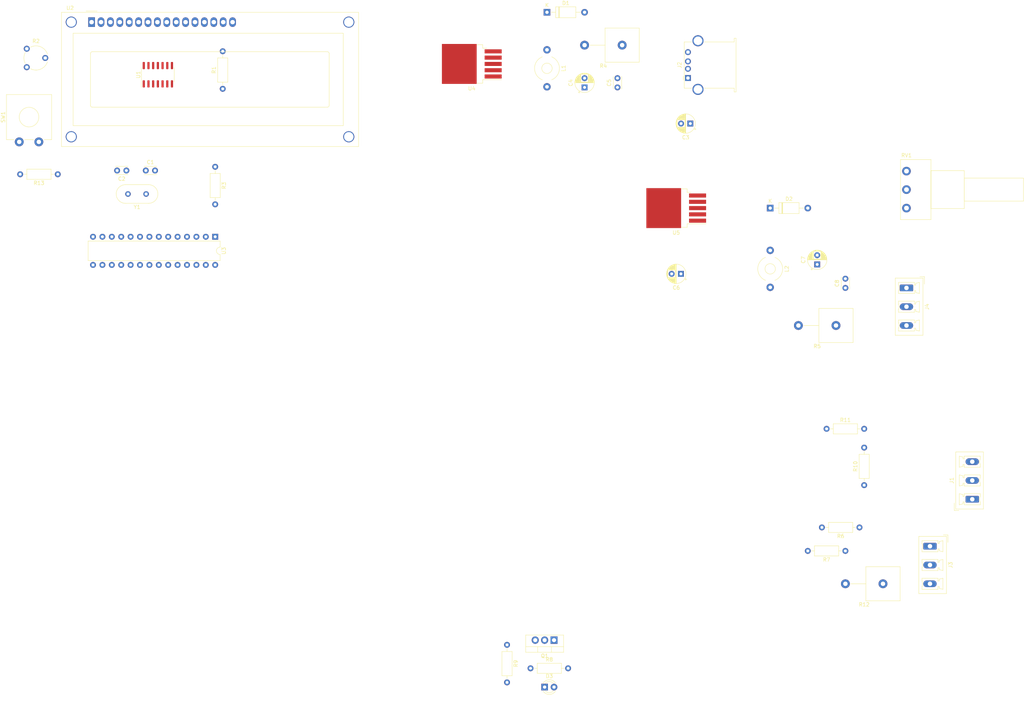
<source format=kicad_pcb>
(kicad_pcb (version 20171130) (host pcbnew 5.1.4-e60b266~84~ubuntu16.04.1)

  (general
    (thickness 1.6)
    (drawings 0)
    (tracks 0)
    (zones 0)
    (modules 39)
    (nets 52)
  )

  (page A4)
  (layers
    (0 F.Cu signal)
    (31 B.Cu signal)
    (33 F.Adhes user)
    (35 F.Paste user)
    (37 F.SilkS user)
    (39 F.Mask user)
    (40 Dwgs.User user)
    (41 Cmts.User user)
    (42 Eco1.User user)
    (43 Eco2.User user)
    (44 Edge.Cuts user)
    (45 Margin user)
    (46 B.CrtYd user)
    (47 F.CrtYd user)
    (49 F.Fab user)
  )

  (setup
    (last_trace_width 0.5)
    (trace_clearance 0.4)
    (zone_clearance 0.508)
    (zone_45_only no)
    (trace_min 0.2)
    (via_size 0.8)
    (via_drill 0.4)
    (via_min_size 0.4)
    (via_min_drill 0.3)
    (uvia_size 0.5)
    (uvia_drill 0.1)
    (uvias_allowed no)
    (uvia_min_size 0.2)
    (uvia_min_drill 0.1)
    (edge_width 0.05)
    (segment_width 0.2)
    (pcb_text_width 0.3)
    (pcb_text_size 1.5 1.5)
    (mod_edge_width 0.12)
    (mod_text_size 1 1)
    (mod_text_width 0.15)
    (pad_size 1.524 1.524)
    (pad_drill 0.762)
    (pad_to_mask_clearance 0.051)
    (solder_mask_min_width 0.25)
    (aux_axis_origin 0 0)
    (visible_elements FFFFFF7F)
    (pcbplotparams
      (layerselection 0x010fc_ffffffff)
      (usegerberextensions false)
      (usegerberattributes false)
      (usegerberadvancedattributes false)
      (creategerberjobfile false)
      (excludeedgelayer true)
      (linewidth 0.100000)
      (plotframeref false)
      (viasonmask false)
      (mode 1)
      (useauxorigin false)
      (hpglpennumber 1)
      (hpglpenspeed 20)
      (hpglpendiameter 15.000000)
      (psnegative false)
      (psa4output false)
      (plotreference true)
      (plotvalue true)
      (plotinvisibletext false)
      (padsonsilk false)
      (subtractmaskfromsilk false)
      (outputformat 1)
      (mirror false)
      (drillshape 1)
      (scaleselection 1)
      (outputdirectory ""))
  )

  (net 0 "")
  (net 1 "Net-(C1-Pad2)")
  (net 2 GND)
  (net 3 "Net-(C2-Pad1)")
  (net 4 v24)
  (net 5 ADC_5V_0)
  (net 6 "Net-(C7-Pad1)")
  (net 7 "Net-(D1-Pad1)")
  (net 8 "Net-(D2-Pad1)")
  (net 9 PWR_ENABLE)
  (net 10 "Net-(D3-Pad1)")
  (net 11 "Net-(J1-Pad3)")
  (net 12 ADC_5S_1)
  (net 13 "Net-(J2-Pad3)")
  (net 14 "Net-(J2-Pad2)")
  (net 15 "Net-(J2-Pad5)")
  (net 16 ADC_24S_5)
  (net 17 "Net-(J3-Pad1)")
  (net 18 ADC_ADJS_3)
  (net 19 "Net-(J4-Pad1)")
  (net 20 GND_ENB)
  (net 21 "Net-(R1-Pad2)")
  (net 22 "Net-(R2-Pad2)")
  (net 23 "Net-(R3-Pad2)")
  (net 24 ADC_ADJ_2)
  (net 25 ADC_24V_4)
  (net 26 BTN_SOURCE)
  (net 27 "Net-(RV1-Pad2)")
  (net 28 "Net-(U1-Pad13)")
  (net 29 "Net-(U1-Pad12)")
  (net 30 "Net-(U1-Pad11)")
  (net 31 "Net-(U1-Pad10)")
  (net 32 LCD_RE)
  (net 33 LCD_CK)
  (net 34 "Net-(U1-Pad6)")
  (net 35 "Net-(U1-Pad5)")
  (net 36 "Net-(U1-Pad4)")
  (net 37 "Net-(U1-Pad3)")
  (net 38 LCD_DATA)
  (net 39 "Net-(U2-Pad10)")
  (net 40 "Net-(U2-Pad9)")
  (net 41 "Net-(U2-Pad8)")
  (net 42 "Net-(U2-Pad7)")
  (net 43 "Net-(U3-Pad14)")
  (net 44 "Net-(U3-Pad19)")
  (net 45 "Net-(U3-Pad18)")
  (net 46 "Net-(U3-Pad4)")
  (net 47 "Net-(U3-Pad17)")
  (net 48 "Net-(U3-Pad3)")
  (net 49 "Net-(U3-Pad16)")
  (net 50 "Net-(U3-Pad2)")
  (net 51 "Net-(U3-Pad15)")

  (net_class Default "This is the default net class."
    (clearance 0.4)
    (trace_width 0.5)
    (via_dia 0.8)
    (via_drill 0.4)
    (uvia_dia 0.5)
    (uvia_drill 0.1)
    (diff_pair_width 0.5)
    (diff_pair_gap 0.5)
    (add_net ADC_24S_5)
    (add_net ADC_24V_4)
    (add_net ADC_5S_1)
    (add_net ADC_5V_0)
    (add_net ADC_ADJS_3)
    (add_net ADC_ADJ_2)
    (add_net BTN_SOURCE)
    (add_net GND)
    (add_net GND_ENB)
    (add_net LCD_CK)
    (add_net LCD_DATA)
    (add_net LCD_RE)
    (add_net "Net-(C1-Pad2)")
    (add_net "Net-(C2-Pad1)")
    (add_net "Net-(C7-Pad1)")
    (add_net "Net-(D1-Pad1)")
    (add_net "Net-(D2-Pad1)")
    (add_net "Net-(D3-Pad1)")
    (add_net "Net-(J1-Pad3)")
    (add_net "Net-(J2-Pad2)")
    (add_net "Net-(J2-Pad3)")
    (add_net "Net-(J2-Pad5)")
    (add_net "Net-(J3-Pad1)")
    (add_net "Net-(J4-Pad1)")
    (add_net "Net-(R1-Pad2)")
    (add_net "Net-(R2-Pad2)")
    (add_net "Net-(R3-Pad2)")
    (add_net "Net-(RV1-Pad2)")
    (add_net "Net-(U1-Pad10)")
    (add_net "Net-(U1-Pad11)")
    (add_net "Net-(U1-Pad12)")
    (add_net "Net-(U1-Pad13)")
    (add_net "Net-(U1-Pad3)")
    (add_net "Net-(U1-Pad4)")
    (add_net "Net-(U1-Pad5)")
    (add_net "Net-(U1-Pad6)")
    (add_net "Net-(U2-Pad10)")
    (add_net "Net-(U2-Pad7)")
    (add_net "Net-(U2-Pad8)")
    (add_net "Net-(U2-Pad9)")
    (add_net "Net-(U3-Pad14)")
    (add_net "Net-(U3-Pad15)")
    (add_net "Net-(U3-Pad16)")
    (add_net "Net-(U3-Pad17)")
    (add_net "Net-(U3-Pad18)")
    (add_net "Net-(U3-Pad19)")
    (add_net "Net-(U3-Pad2)")
    (add_net "Net-(U3-Pad3)")
    (add_net "Net-(U3-Pad4)")
    (add_net PWR_ENABLE)
    (add_net v24)
  )

  (module Display:WC1602A (layer F.Cu) (tedit 5A02FE80) (tstamp 5D87DA5B)
    (at 55.372 20.828)
    (descr "LCD 16x2 http://www.wincomlcd.com/pdf/WC1602A-SFYLYHTC06.pdf")
    (tags "LCD 16x2 Alphanumeric 16pin")
    (path /5D875DF4)
    (fp_text reference U2 (at -5.82 -3.81) (layer F.SilkS)
      (effects (font (size 1 1) (thickness 0.15)))
    )
    (fp_text value RC1602A (at -4.31 34.66) (layer F.Fab)
      (effects (font (size 1 1) (thickness 0.15)))
    )
    (fp_line (start -8 33.5) (end -8 -2.5) (layer F.Fab) (width 0.1))
    (fp_line (start 72 33.5) (end -8 33.5) (layer F.Fab) (width 0.1))
    (fp_line (start 72 -2.5) (end 72 33.5) (layer F.Fab) (width 0.1))
    (fp_line (start 1 -2.5) (end 72 -2.5) (layer F.Fab) (width 0.1))
    (fp_line (start -5 28) (end -5 3) (layer F.SilkS) (width 0.12))
    (fp_line (start 68 28) (end -5 28) (layer F.SilkS) (width 0.12))
    (fp_line (start 68 3) (end 68 28) (layer F.SilkS) (width 0.12))
    (fp_line (start -5 3) (end 68 3) (layer F.SilkS) (width 0.12))
    (fp_arc (start 0.20066 8.49884) (end -0.29972 8.49884) (angle 90) (layer F.SilkS) (width 0.12))
    (fp_arc (start 0.20066 22.49932) (end 0.20066 22.9997) (angle 90) (layer F.SilkS) (width 0.12))
    (fp_arc (start 63.70066 22.49932) (end 64.20104 22.49932) (angle 90) (layer F.SilkS) (width 0.12))
    (fp_arc (start 63.7 8.5) (end 63.7 8) (angle 90) (layer F.SilkS) (width 0.12))
    (fp_line (start 64.2 8.5) (end 64.2 22.5) (layer F.SilkS) (width 0.12))
    (fp_line (start 63.70066 23) (end 0.2 23) (layer F.SilkS) (width 0.12))
    (fp_line (start -0.29972 22.49932) (end -0.29972 8.5) (layer F.SilkS) (width 0.12))
    (fp_line (start 0.2 8) (end 63.7 8) (layer F.SilkS) (width 0.12))
    (fp_text user %R (at 30.37 14.74) (layer F.Fab)
      (effects (font (size 1 1) (thickness 0.1)))
    )
    (fp_line (start -1 -2.5) (end -8 -2.5) (layer F.Fab) (width 0.1))
    (fp_line (start 0 -1.5) (end -1 -2.5) (layer F.Fab) (width 0.1))
    (fp_line (start 1 -2.5) (end 0 -1.5) (layer F.Fab) (width 0.1))
    (fp_line (start -8.25 -2.75) (end 72.25 -2.75) (layer F.CrtYd) (width 0.05))
    (fp_line (start -1.5 -3) (end 1.5 -3) (layer F.SilkS) (width 0.12))
    (fp_line (start 72.25 -2.75) (end 72.25 33.75) (layer F.CrtYd) (width 0.05))
    (fp_line (start -8.25 33.75) (end 72.25 33.75) (layer F.CrtYd) (width 0.05))
    (fp_line (start -8.25 -2.75) (end -8.25 33.75) (layer F.CrtYd) (width 0.05))
    (fp_line (start -8.13 -2.64) (end -7.34 -2.64) (layer F.SilkS) (width 0.12))
    (fp_line (start -8.14 -2.64) (end -8.14 33.64) (layer F.SilkS) (width 0.12))
    (fp_line (start 72.14 -2.64) (end -7.34 -2.64) (layer F.SilkS) (width 0.12))
    (fp_line (start 72.14 33.64) (end 72.14 -2.64) (layer F.SilkS) (width 0.12))
    (fp_line (start -8.14 33.64) (end 72.14 33.64) (layer F.SilkS) (width 0.12))
    (pad "" thru_hole circle (at 69.5 0) (size 3 3) (drill 2.5) (layers *.Cu *.Mask))
    (pad "" thru_hole circle (at 69.49948 31.0007) (size 3 3) (drill 2.5) (layers *.Cu *.Mask))
    (pad "" thru_hole circle (at -5.4991 31.0007) (size 3 3) (drill 2.5) (layers *.Cu *.Mask))
    (pad "" thru_hole circle (at -5.4991 0) (size 3 3) (drill 2.5) (layers *.Cu *.Mask))
    (pad 16 thru_hole oval (at 38.1 0) (size 1.8 2.6) (drill 1.2) (layers *.Cu *.Mask)
      (net 2 GND))
    (pad 15 thru_hole oval (at 35.56 0) (size 1.8 2.6) (drill 1.2) (layers *.Cu *.Mask)
      (net 21 "Net-(R1-Pad2)"))
    (pad 14 thru_hole oval (at 33.02 0) (size 1.8 2.6) (drill 1.2) (layers *.Cu *.Mask)
      (net 34 "Net-(U1-Pad6)"))
    (pad 13 thru_hole oval (at 30.48 0) (size 1.8 2.6) (drill 1.2) (layers *.Cu *.Mask)
      (net 35 "Net-(U1-Pad5)"))
    (pad 12 thru_hole oval (at 27.94 0) (size 1.8 2.6) (drill 1.2) (layers *.Cu *.Mask)
      (net 36 "Net-(U1-Pad4)"))
    (pad 11 thru_hole oval (at 25.4 0) (size 1.8 2.6) (drill 1.2) (layers *.Cu *.Mask)
      (net 37 "Net-(U1-Pad3)"))
    (pad 10 thru_hole oval (at 22.86 0) (size 1.8 2.6) (drill 1.2) (layers *.Cu *.Mask)
      (net 39 "Net-(U2-Pad10)"))
    (pad 9 thru_hole oval (at 20.32 0) (size 1.8 2.6) (drill 1.2) (layers *.Cu *.Mask)
      (net 40 "Net-(U2-Pad9)"))
    (pad 8 thru_hole oval (at 17.78 0) (size 1.8 2.6) (drill 1.2) (layers *.Cu *.Mask)
      (net 41 "Net-(U2-Pad8)"))
    (pad 7 thru_hole oval (at 15.24 0) (size 1.8 2.6) (drill 1.2) (layers *.Cu *.Mask)
      (net 42 "Net-(U2-Pad7)"))
    (pad 6 thru_hole oval (at 12.7 0) (size 1.8 2.6) (drill 1.2) (layers *.Cu *.Mask)
      (net 30 "Net-(U1-Pad11)"))
    (pad 5 thru_hole oval (at 10.16 0) (size 1.8 2.6) (drill 1.2) (layers *.Cu *.Mask)
      (net 2 GND))
    (pad 4 thru_hole oval (at 7.62 0) (size 1.8 2.6) (drill 1.2) (layers *.Cu *.Mask)
      (net 31 "Net-(U1-Pad10)"))
    (pad 3 thru_hole oval (at 5.08 0) (size 1.8 2.6) (drill 1.2) (layers *.Cu *.Mask)
      (net 22 "Net-(R2-Pad2)"))
    (pad 2 thru_hole oval (at 2.54 0) (size 1.8 2.6) (drill 1.2) (layers *.Cu *.Mask)
      (net 5 ADC_5V_0))
    (pad 1 thru_hole rect (at 0 0) (size 1.8 2.6) (drill 1.2) (layers *.Cu *.Mask)
      (net 2 GND))
    (model ${KISYS3DMOD}/Display.3dshapes/WC1602A.wrl
      (at (xyz 0 0 0))
      (scale (xyz 1 1 1))
      (rotate (xyz 0 0 0))
    )
  )

  (module Crystal:Crystal_HC18-U_Vertical (layer F.Cu) (tedit 5A1AD3B7) (tstamp 5D885797)
    (at 70.104 67.31 180)
    (descr "Crystal THT HC-18/U, http://5hertz.com/pdfs/04404_D.pdf")
    (tags "THT crystalHC-18/U")
    (path /5D89662E)
    (fp_text reference Y1 (at 2.45 -3.525) (layer F.SilkS)
      (effects (font (size 1 1) (thickness 0.15)))
    )
    (fp_text value 16Mhz (at 2.45 3.525) (layer F.Fab)
      (effects (font (size 1 1) (thickness 0.15)))
    )
    (fp_arc (start 5.575 0) (end 5.575 -2.525) (angle 180) (layer F.SilkS) (width 0.12))
    (fp_arc (start -0.675 0) (end -0.675 -2.525) (angle -180) (layer F.SilkS) (width 0.12))
    (fp_arc (start 5.45 0) (end 5.45 -2) (angle 180) (layer F.Fab) (width 0.1))
    (fp_arc (start -0.55 0) (end -0.55 -2) (angle -180) (layer F.Fab) (width 0.1))
    (fp_arc (start 5.575 0) (end 5.575 -2.325) (angle 180) (layer F.Fab) (width 0.1))
    (fp_arc (start -0.675 0) (end -0.675 -2.325) (angle -180) (layer F.Fab) (width 0.1))
    (fp_line (start 8.4 -2.8) (end -3.5 -2.8) (layer F.CrtYd) (width 0.05))
    (fp_line (start 8.4 2.8) (end 8.4 -2.8) (layer F.CrtYd) (width 0.05))
    (fp_line (start -3.5 2.8) (end 8.4 2.8) (layer F.CrtYd) (width 0.05))
    (fp_line (start -3.5 -2.8) (end -3.5 2.8) (layer F.CrtYd) (width 0.05))
    (fp_line (start -0.675 2.525) (end 5.575 2.525) (layer F.SilkS) (width 0.12))
    (fp_line (start -0.675 -2.525) (end 5.575 -2.525) (layer F.SilkS) (width 0.12))
    (fp_line (start -0.55 2) (end 5.45 2) (layer F.Fab) (width 0.1))
    (fp_line (start -0.55 -2) (end 5.45 -2) (layer F.Fab) (width 0.1))
    (fp_line (start -0.675 2.325) (end 5.575 2.325) (layer F.Fab) (width 0.1))
    (fp_line (start -0.675 -2.325) (end 5.575 -2.325) (layer F.Fab) (width 0.1))
    (fp_text user %R (at 2.45 0) (layer F.Fab)
      (effects (font (size 1 1) (thickness 0.15)))
    )
    (pad 2 thru_hole circle (at 4.9 0 180) (size 1.5 1.5) (drill 0.8) (layers *.Cu *.Mask)
      (net 3 "Net-(C2-Pad1)"))
    (pad 1 thru_hole circle (at 0 0 180) (size 1.5 1.5) (drill 0.8) (layers *.Cu *.Mask)
      (net 1 "Net-(C1-Pad2)"))
    (model ${KISYS3DMOD}/Crystal.3dshapes/Crystal_HC18-U_Vertical.wrl
      (at (xyz 0 0 0))
      (scale (xyz 1 1 1))
      (rotate (xyz 0 0 0))
    )
  )

  (module Package_TO_SOT_SMD:TO-263-5_TabPin3 (layer F.Cu) (tedit 5A70FBB6) (tstamp 5D889CC5)
    (at 213.36 71.12 180)
    (descr "TO-263 / D2PAK / DDPAK SMD package, http://www.infineon.com/cms/en/product/packages/PG-TO263/PG-TO263-5-1/")
    (tags "D2PAK DDPAK TO-263 D2PAK-5 TO-263-5 SOT-426")
    (path /5DA2FC6C)
    (attr smd)
    (fp_text reference U5 (at 0 -6.65) (layer F.SilkS)
      (effects (font (size 1 1) (thickness 0.15)))
    )
    (fp_text value LM2596S-ADJ (at 0 6.65) (layer F.Fab)
      (effects (font (size 1 1) (thickness 0.15)))
    )
    (fp_text user %R (at 0 0) (layer F.Fab)
      (effects (font (size 1 1) (thickness 0.15)))
    )
    (fp_line (start 8.32 -5.65) (end -8.32 -5.65) (layer F.CrtYd) (width 0.05))
    (fp_line (start 8.32 5.65) (end 8.32 -5.65) (layer F.CrtYd) (width 0.05))
    (fp_line (start -8.32 5.65) (end 8.32 5.65) (layer F.CrtYd) (width 0.05))
    (fp_line (start -8.32 -5.65) (end -8.32 5.65) (layer F.CrtYd) (width 0.05))
    (fp_line (start -2.95 4.25) (end -4.05 4.25) (layer F.SilkS) (width 0.12))
    (fp_line (start -2.95 5.2) (end -2.95 4.25) (layer F.SilkS) (width 0.12))
    (fp_line (start -1.45 5.2) (end -2.95 5.2) (layer F.SilkS) (width 0.12))
    (fp_line (start -2.95 -4.25) (end -8.075 -4.25) (layer F.SilkS) (width 0.12))
    (fp_line (start -2.95 -5.2) (end -2.95 -4.25) (layer F.SilkS) (width 0.12))
    (fp_line (start -1.45 -5.2) (end -2.95 -5.2) (layer F.SilkS) (width 0.12))
    (fp_line (start -7.45 3.8) (end -2.75 3.8) (layer F.Fab) (width 0.1))
    (fp_line (start -7.45 3) (end -7.45 3.8) (layer F.Fab) (width 0.1))
    (fp_line (start -2.75 3) (end -7.45 3) (layer F.Fab) (width 0.1))
    (fp_line (start -7.45 2.1) (end -2.75 2.1) (layer F.Fab) (width 0.1))
    (fp_line (start -7.45 1.3) (end -7.45 2.1) (layer F.Fab) (width 0.1))
    (fp_line (start -2.75 1.3) (end -7.45 1.3) (layer F.Fab) (width 0.1))
    (fp_line (start -7.45 0.4) (end -2.75 0.4) (layer F.Fab) (width 0.1))
    (fp_line (start -7.45 -0.4) (end -7.45 0.4) (layer F.Fab) (width 0.1))
    (fp_line (start -2.75 -0.4) (end -7.45 -0.4) (layer F.Fab) (width 0.1))
    (fp_line (start -7.45 -1.3) (end -2.75 -1.3) (layer F.Fab) (width 0.1))
    (fp_line (start -7.45 -2.1) (end -7.45 -1.3) (layer F.Fab) (width 0.1))
    (fp_line (start -2.75 -2.1) (end -7.45 -2.1) (layer F.Fab) (width 0.1))
    (fp_line (start -7.45 -3) (end -2.75 -3) (layer F.Fab) (width 0.1))
    (fp_line (start -7.45 -3.8) (end -7.45 -3) (layer F.Fab) (width 0.1))
    (fp_line (start -2.75 -3.8) (end -7.45 -3.8) (layer F.Fab) (width 0.1))
    (fp_line (start -1.75 -5) (end 6.5 -5) (layer F.Fab) (width 0.1))
    (fp_line (start -2.75 -4) (end -1.75 -5) (layer F.Fab) (width 0.1))
    (fp_line (start -2.75 5) (end -2.75 -4) (layer F.Fab) (width 0.1))
    (fp_line (start 6.5 5) (end -2.75 5) (layer F.Fab) (width 0.1))
    (fp_line (start 6.5 -5) (end 6.5 5) (layer F.Fab) (width 0.1))
    (fp_line (start 7.5 5) (end 6.5 5) (layer F.Fab) (width 0.1))
    (fp_line (start 7.5 -5) (end 7.5 5) (layer F.Fab) (width 0.1))
    (fp_line (start 6.5 -5) (end 7.5 -5) (layer F.Fab) (width 0.1))
    (pad "" smd rect (at 0.95 2.775 180) (size 4.55 5.25) (layers F.Paste))
    (pad "" smd rect (at 5.8 -2.775 180) (size 4.55 5.25) (layers F.Paste))
    (pad "" smd rect (at 0.95 -2.775 180) (size 4.55 5.25) (layers F.Paste))
    (pad "" smd rect (at 5.8 2.775 180) (size 4.55 5.25) (layers F.Paste))
    (pad 3 smd rect (at 3.375 0 180) (size 9.4 10.8) (layers F.Cu F.Mask)
      (net 2 GND))
    (pad 5 smd rect (at -5.775 3.4 180) (size 4.6 1.1) (layers F.Cu F.Paste F.Mask)
      (net 20 GND_ENB))
    (pad 4 smd rect (at -5.775 1.7 180) (size 4.6 1.1) (layers F.Cu F.Paste F.Mask)
      (net 27 "Net-(RV1-Pad2)"))
    (pad 3 smd rect (at -5.775 0 180) (size 4.6 1.1) (layers F.Cu F.Paste F.Mask)
      (net 2 GND))
    (pad 2 smd rect (at -5.775 -1.7 180) (size 4.6 1.1) (layers F.Cu F.Paste F.Mask)
      (net 8 "Net-(D2-Pad1)"))
    (pad 1 smd rect (at -5.775 -3.4 180) (size 4.6 1.1) (layers F.Cu F.Paste F.Mask)
      (net 4 v24))
    (model ${KISYS3DMOD}/Package_TO_SOT_SMD.3dshapes/TO-263-5_TabPin3.wrl
      (at (xyz 0 0 0))
      (scale (xyz 1 1 1))
      (rotate (xyz 0 0 0))
    )
  )

  (module Package_TO_SOT_SMD:TO-263-5_TabPin3 (layer F.Cu) (tedit 5A70FBB6) (tstamp 5D87DABB)
    (at 158.115 32.131 180)
    (descr "TO-263 / D2PAK / DDPAK SMD package, http://www.infineon.com/cms/en/product/packages/PG-TO263/PG-TO263-5-1/")
    (tags "D2PAK DDPAK TO-263 D2PAK-5 TO-263-5 SOT-426")
    (path /5D8CD0BE)
    (attr smd)
    (fp_text reference U4 (at 0 -6.65) (layer F.SilkS)
      (effects (font (size 1 1) (thickness 0.15)))
    )
    (fp_text value LM2596S-5 (at 0 6.65) (layer F.Fab)
      (effects (font (size 1 1) (thickness 0.15)))
    )
    (fp_text user %R (at 0 0) (layer F.Fab)
      (effects (font (size 1 1) (thickness 0.15)))
    )
    (fp_line (start 8.32 -5.65) (end -8.32 -5.65) (layer F.CrtYd) (width 0.05))
    (fp_line (start 8.32 5.65) (end 8.32 -5.65) (layer F.CrtYd) (width 0.05))
    (fp_line (start -8.32 5.65) (end 8.32 5.65) (layer F.CrtYd) (width 0.05))
    (fp_line (start -8.32 -5.65) (end -8.32 5.65) (layer F.CrtYd) (width 0.05))
    (fp_line (start -2.95 4.25) (end -4.05 4.25) (layer F.SilkS) (width 0.12))
    (fp_line (start -2.95 5.2) (end -2.95 4.25) (layer F.SilkS) (width 0.12))
    (fp_line (start -1.45 5.2) (end -2.95 5.2) (layer F.SilkS) (width 0.12))
    (fp_line (start -2.95 -4.25) (end -8.075 -4.25) (layer F.SilkS) (width 0.12))
    (fp_line (start -2.95 -5.2) (end -2.95 -4.25) (layer F.SilkS) (width 0.12))
    (fp_line (start -1.45 -5.2) (end -2.95 -5.2) (layer F.SilkS) (width 0.12))
    (fp_line (start -7.45 3.8) (end -2.75 3.8) (layer F.Fab) (width 0.1))
    (fp_line (start -7.45 3) (end -7.45 3.8) (layer F.Fab) (width 0.1))
    (fp_line (start -2.75 3) (end -7.45 3) (layer F.Fab) (width 0.1))
    (fp_line (start -7.45 2.1) (end -2.75 2.1) (layer F.Fab) (width 0.1))
    (fp_line (start -7.45 1.3) (end -7.45 2.1) (layer F.Fab) (width 0.1))
    (fp_line (start -2.75 1.3) (end -7.45 1.3) (layer F.Fab) (width 0.1))
    (fp_line (start -7.45 0.4) (end -2.75 0.4) (layer F.Fab) (width 0.1))
    (fp_line (start -7.45 -0.4) (end -7.45 0.4) (layer F.Fab) (width 0.1))
    (fp_line (start -2.75 -0.4) (end -7.45 -0.4) (layer F.Fab) (width 0.1))
    (fp_line (start -7.45 -1.3) (end -2.75 -1.3) (layer F.Fab) (width 0.1))
    (fp_line (start -7.45 -2.1) (end -7.45 -1.3) (layer F.Fab) (width 0.1))
    (fp_line (start -2.75 -2.1) (end -7.45 -2.1) (layer F.Fab) (width 0.1))
    (fp_line (start -7.45 -3) (end -2.75 -3) (layer F.Fab) (width 0.1))
    (fp_line (start -7.45 -3.8) (end -7.45 -3) (layer F.Fab) (width 0.1))
    (fp_line (start -2.75 -3.8) (end -7.45 -3.8) (layer F.Fab) (width 0.1))
    (fp_line (start -1.75 -5) (end 6.5 -5) (layer F.Fab) (width 0.1))
    (fp_line (start -2.75 -4) (end -1.75 -5) (layer F.Fab) (width 0.1))
    (fp_line (start -2.75 5) (end -2.75 -4) (layer F.Fab) (width 0.1))
    (fp_line (start 6.5 5) (end -2.75 5) (layer F.Fab) (width 0.1))
    (fp_line (start 6.5 -5) (end 6.5 5) (layer F.Fab) (width 0.1))
    (fp_line (start 7.5 5) (end 6.5 5) (layer F.Fab) (width 0.1))
    (fp_line (start 7.5 -5) (end 7.5 5) (layer F.Fab) (width 0.1))
    (fp_line (start 6.5 -5) (end 7.5 -5) (layer F.Fab) (width 0.1))
    (pad "" smd rect (at 0.95 2.775 180) (size 4.55 5.25) (layers F.Paste))
    (pad "" smd rect (at 5.8 -2.775 180) (size 4.55 5.25) (layers F.Paste))
    (pad "" smd rect (at 0.95 -2.775 180) (size 4.55 5.25) (layers F.Paste))
    (pad "" smd rect (at 5.8 2.775 180) (size 4.55 5.25) (layers F.Paste))
    (pad 3 smd rect (at 3.375 0 180) (size 9.4 10.8) (layers F.Cu F.Mask)
      (net 2 GND))
    (pad 5 smd rect (at -5.775 3.4 180) (size 4.6 1.1) (layers F.Cu F.Paste F.Mask)
      (net 2 GND))
    (pad 4 smd rect (at -5.775 1.7 180) (size 4.6 1.1) (layers F.Cu F.Paste F.Mask)
      (net 5 ADC_5V_0))
    (pad 3 smd rect (at -5.775 0 180) (size 4.6 1.1) (layers F.Cu F.Paste F.Mask)
      (net 2 GND))
    (pad 2 smd rect (at -5.775 -1.7 180) (size 4.6 1.1) (layers F.Cu F.Paste F.Mask)
      (net 7 "Net-(D1-Pad1)"))
    (pad 1 smd rect (at -5.775 -3.4 180) (size 4.6 1.1) (layers F.Cu F.Paste F.Mask)
      (net 4 v24))
    (model ${KISYS3DMOD}/Package_TO_SOT_SMD.3dshapes/TO-263-5_TabPin3.wrl
      (at (xyz 0 0 0))
      (scale (xyz 1 1 1))
      (rotate (xyz 0 0 0))
    )
  )

  (module Package_DIP:DIP-28_W7.62mm (layer F.Cu) (tedit 5A02E8C5) (tstamp 5D87DA8B)
    (at 88.773 78.867 270)
    (descr "28-lead though-hole mounted DIP package, row spacing 7.62 mm (300 mils)")
    (tags "THT DIP DIL PDIP 2.54mm 7.62mm 300mil")
    (path /5D88BAA1)
    (fp_text reference U3 (at 3.81 -2.33 90) (layer F.SilkS)
      (effects (font (size 1 1) (thickness 0.15)))
    )
    (fp_text value ATmega8A-PU (at 3.81 35.35 90) (layer F.Fab)
      (effects (font (size 1 1) (thickness 0.15)))
    )
    (fp_text user %R (at 3.81 16.51 90) (layer F.Fab)
      (effects (font (size 1 1) (thickness 0.15)))
    )
    (fp_line (start 8.7 -1.55) (end -1.1 -1.55) (layer F.CrtYd) (width 0.05))
    (fp_line (start 8.7 34.55) (end 8.7 -1.55) (layer F.CrtYd) (width 0.05))
    (fp_line (start -1.1 34.55) (end 8.7 34.55) (layer F.CrtYd) (width 0.05))
    (fp_line (start -1.1 -1.55) (end -1.1 34.55) (layer F.CrtYd) (width 0.05))
    (fp_line (start 6.46 -1.33) (end 4.81 -1.33) (layer F.SilkS) (width 0.12))
    (fp_line (start 6.46 34.35) (end 6.46 -1.33) (layer F.SilkS) (width 0.12))
    (fp_line (start 1.16 34.35) (end 6.46 34.35) (layer F.SilkS) (width 0.12))
    (fp_line (start 1.16 -1.33) (end 1.16 34.35) (layer F.SilkS) (width 0.12))
    (fp_line (start 2.81 -1.33) (end 1.16 -1.33) (layer F.SilkS) (width 0.12))
    (fp_line (start 0.635 -0.27) (end 1.635 -1.27) (layer F.Fab) (width 0.1))
    (fp_line (start 0.635 34.29) (end 0.635 -0.27) (layer F.Fab) (width 0.1))
    (fp_line (start 6.985 34.29) (end 0.635 34.29) (layer F.Fab) (width 0.1))
    (fp_line (start 6.985 -1.27) (end 6.985 34.29) (layer F.Fab) (width 0.1))
    (fp_line (start 1.635 -1.27) (end 6.985 -1.27) (layer F.Fab) (width 0.1))
    (fp_arc (start 3.81 -1.33) (end 2.81 -1.33) (angle -180) (layer F.SilkS) (width 0.12))
    (pad 28 thru_hole oval (at 7.62 0 270) (size 1.6 1.6) (drill 0.8) (layers *.Cu *.Mask)
      (net 16 ADC_24S_5))
    (pad 14 thru_hole oval (at 0 33.02 270) (size 1.6 1.6) (drill 0.8) (layers *.Cu *.Mask)
      (net 43 "Net-(U3-Pad14)"))
    (pad 27 thru_hole oval (at 7.62 2.54 270) (size 1.6 1.6) (drill 0.8) (layers *.Cu *.Mask)
      (net 25 ADC_24V_4))
    (pad 13 thru_hole oval (at 0 30.48 270) (size 1.6 1.6) (drill 0.8) (layers *.Cu *.Mask)
      (net 32 LCD_RE))
    (pad 26 thru_hole oval (at 7.62 5.08 270) (size 1.6 1.6) (drill 0.8) (layers *.Cu *.Mask)
      (net 18 ADC_ADJS_3))
    (pad 12 thru_hole oval (at 0 27.94 270) (size 1.6 1.6) (drill 0.8) (layers *.Cu *.Mask)
      (net 33 LCD_CK))
    (pad 25 thru_hole oval (at 7.62 7.62 270) (size 1.6 1.6) (drill 0.8) (layers *.Cu *.Mask)
      (net 24 ADC_ADJ_2))
    (pad 11 thru_hole oval (at 0 25.4 270) (size 1.6 1.6) (drill 0.8) (layers *.Cu *.Mask)
      (net 38 LCD_DATA))
    (pad 24 thru_hole oval (at 7.62 10.16 270) (size 1.6 1.6) (drill 0.8) (layers *.Cu *.Mask)
      (net 12 ADC_5S_1))
    (pad 10 thru_hole oval (at 0 22.86 270) (size 1.6 1.6) (drill 0.8) (layers *.Cu *.Mask)
      (net 3 "Net-(C2-Pad1)"))
    (pad 23 thru_hole oval (at 7.62 12.7 270) (size 1.6 1.6) (drill 0.8) (layers *.Cu *.Mask)
      (net 5 ADC_5V_0))
    (pad 9 thru_hole oval (at 0 20.32 270) (size 1.6 1.6) (drill 0.8) (layers *.Cu *.Mask)
      (net 1 "Net-(C1-Pad2)"))
    (pad 22 thru_hole oval (at 7.62 15.24 270) (size 1.6 1.6) (drill 0.8) (layers *.Cu *.Mask)
      (net 2 GND))
    (pad 8 thru_hole oval (at 0 17.78 270) (size 1.6 1.6) (drill 0.8) (layers *.Cu *.Mask)
      (net 2 GND))
    (pad 21 thru_hole oval (at 7.62 17.78 270) (size 1.6 1.6) (drill 0.8) (layers *.Cu *.Mask)
      (net 5 ADC_5V_0))
    (pad 7 thru_hole oval (at 0 15.24 270) (size 1.6 1.6) (drill 0.8) (layers *.Cu *.Mask)
      (net 5 ADC_5V_0))
    (pad 20 thru_hole oval (at 7.62 20.32 270) (size 1.6 1.6) (drill 0.8) (layers *.Cu *.Mask)
      (net 5 ADC_5V_0))
    (pad 6 thru_hole oval (at 0 12.7 270) (size 1.6 1.6) (drill 0.8) (layers *.Cu *.Mask)
      (net 9 PWR_ENABLE))
    (pad 19 thru_hole oval (at 7.62 22.86 270) (size 1.6 1.6) (drill 0.8) (layers *.Cu *.Mask)
      (net 44 "Net-(U3-Pad19)"))
    (pad 5 thru_hole oval (at 0 10.16 270) (size 1.6 1.6) (drill 0.8) (layers *.Cu *.Mask)
      (net 26 BTN_SOURCE))
    (pad 18 thru_hole oval (at 7.62 25.4 270) (size 1.6 1.6) (drill 0.8) (layers *.Cu *.Mask)
      (net 45 "Net-(U3-Pad18)"))
    (pad 4 thru_hole oval (at 0 7.62 270) (size 1.6 1.6) (drill 0.8) (layers *.Cu *.Mask)
      (net 46 "Net-(U3-Pad4)"))
    (pad 17 thru_hole oval (at 7.62 27.94 270) (size 1.6 1.6) (drill 0.8) (layers *.Cu *.Mask)
      (net 47 "Net-(U3-Pad17)"))
    (pad 3 thru_hole oval (at 0 5.08 270) (size 1.6 1.6) (drill 0.8) (layers *.Cu *.Mask)
      (net 48 "Net-(U3-Pad3)"))
    (pad 16 thru_hole oval (at 7.62 30.48 270) (size 1.6 1.6) (drill 0.8) (layers *.Cu *.Mask)
      (net 49 "Net-(U3-Pad16)"))
    (pad 2 thru_hole oval (at 0 2.54 270) (size 1.6 1.6) (drill 0.8) (layers *.Cu *.Mask)
      (net 50 "Net-(U3-Pad2)"))
    (pad 15 thru_hole oval (at 7.62 33.02 270) (size 1.6 1.6) (drill 0.8) (layers *.Cu *.Mask)
      (net 51 "Net-(U3-Pad15)"))
    (pad 1 thru_hole rect (at 0 0 270) (size 1.6 1.6) (drill 0.8) (layers *.Cu *.Mask)
      (net 23 "Net-(R3-Pad2)"))
    (model ${KISYS3DMOD}/Package_DIP.3dshapes/DIP-28_W7.62mm.wrl
      (at (xyz 0 0 0))
      (scale (xyz 1 1 1))
      (rotate (xyz 0 0 0))
    )
  )

  (module Package_SO:SOIC-14_3.9x8.7mm_P1.27mm (layer F.Cu) (tedit 5C97300E) (tstamp 5D87DA0C)
    (at 73.279 35.052 90)
    (descr "SOIC, 14 Pin (JEDEC MS-012AB, https://www.analog.com/media/en/package-pcb-resources/package/pkg_pdf/soic_narrow-r/r_14.pdf), generated with kicad-footprint-generator ipc_gullwing_generator.py")
    (tags "SOIC SO")
    (path /5D87802D)
    (attr smd)
    (fp_text reference U1 (at 0 -5.28 90) (layer F.SilkS)
      (effects (font (size 1 1) (thickness 0.15)))
    )
    (fp_text value 74164 (at 0 5.28 90) (layer F.Fab)
      (effects (font (size 1 1) (thickness 0.15)))
    )
    (fp_text user %R (at 0 0) (layer F.Fab)
      (effects (font (size 0.98 0.98) (thickness 0.15)))
    )
    (fp_line (start 3.7 -4.58) (end -3.7 -4.58) (layer F.CrtYd) (width 0.05))
    (fp_line (start 3.7 4.58) (end 3.7 -4.58) (layer F.CrtYd) (width 0.05))
    (fp_line (start -3.7 4.58) (end 3.7 4.58) (layer F.CrtYd) (width 0.05))
    (fp_line (start -3.7 -4.58) (end -3.7 4.58) (layer F.CrtYd) (width 0.05))
    (fp_line (start -1.95 -3.35) (end -0.975 -4.325) (layer F.Fab) (width 0.1))
    (fp_line (start -1.95 4.325) (end -1.95 -3.35) (layer F.Fab) (width 0.1))
    (fp_line (start 1.95 4.325) (end -1.95 4.325) (layer F.Fab) (width 0.1))
    (fp_line (start 1.95 -4.325) (end 1.95 4.325) (layer F.Fab) (width 0.1))
    (fp_line (start -0.975 -4.325) (end 1.95 -4.325) (layer F.Fab) (width 0.1))
    (fp_line (start 0 -4.435) (end -3.45 -4.435) (layer F.SilkS) (width 0.12))
    (fp_line (start 0 -4.435) (end 1.95 -4.435) (layer F.SilkS) (width 0.12))
    (fp_line (start 0 4.435) (end -1.95 4.435) (layer F.SilkS) (width 0.12))
    (fp_line (start 0 4.435) (end 1.95 4.435) (layer F.SilkS) (width 0.12))
    (pad 14 smd roundrect (at 2.475 -3.81 90) (size 1.95 0.6) (layers F.Cu F.Paste F.Mask) (roundrect_rratio 0.25)
      (net 5 ADC_5V_0))
    (pad 13 smd roundrect (at 2.475 -2.54 90) (size 1.95 0.6) (layers F.Cu F.Paste F.Mask) (roundrect_rratio 0.25)
      (net 28 "Net-(U1-Pad13)"))
    (pad 12 smd roundrect (at 2.475 -1.27 90) (size 1.95 0.6) (layers F.Cu F.Paste F.Mask) (roundrect_rratio 0.25)
      (net 29 "Net-(U1-Pad12)"))
    (pad 11 smd roundrect (at 2.475 0 90) (size 1.95 0.6) (layers F.Cu F.Paste F.Mask) (roundrect_rratio 0.25)
      (net 30 "Net-(U1-Pad11)"))
    (pad 10 smd roundrect (at 2.475 1.27 90) (size 1.95 0.6) (layers F.Cu F.Paste F.Mask) (roundrect_rratio 0.25)
      (net 31 "Net-(U1-Pad10)"))
    (pad 9 smd roundrect (at 2.475 2.54 90) (size 1.95 0.6) (layers F.Cu F.Paste F.Mask) (roundrect_rratio 0.25)
      (net 32 LCD_RE))
    (pad 8 smd roundrect (at 2.475 3.81 90) (size 1.95 0.6) (layers F.Cu F.Paste F.Mask) (roundrect_rratio 0.25)
      (net 33 LCD_CK))
    (pad 7 smd roundrect (at -2.475 3.81 90) (size 1.95 0.6) (layers F.Cu F.Paste F.Mask) (roundrect_rratio 0.25)
      (net 2 GND))
    (pad 6 smd roundrect (at -2.475 2.54 90) (size 1.95 0.6) (layers F.Cu F.Paste F.Mask) (roundrect_rratio 0.25)
      (net 34 "Net-(U1-Pad6)"))
    (pad 5 smd roundrect (at -2.475 1.27 90) (size 1.95 0.6) (layers F.Cu F.Paste F.Mask) (roundrect_rratio 0.25)
      (net 35 "Net-(U1-Pad5)"))
    (pad 4 smd roundrect (at -2.475 0 90) (size 1.95 0.6) (layers F.Cu F.Paste F.Mask) (roundrect_rratio 0.25)
      (net 36 "Net-(U1-Pad4)"))
    (pad 3 smd roundrect (at -2.475 -1.27 90) (size 1.95 0.6) (layers F.Cu F.Paste F.Mask) (roundrect_rratio 0.25)
      (net 37 "Net-(U1-Pad3)"))
    (pad 2 smd roundrect (at -2.475 -2.54 90) (size 1.95 0.6) (layers F.Cu F.Paste F.Mask) (roundrect_rratio 0.25)
      (net 38 LCD_DATA))
    (pad 1 smd roundrect (at -2.475 -3.81 90) (size 1.95 0.6) (layers F.Cu F.Paste F.Mask) (roundrect_rratio 0.25)
      (net 38 LCD_DATA))
    (model ${KISYS3DMOD}/Package_SO.3dshapes/SOIC-14_3.9x8.7mm_P1.27mm.wrl
      (at (xyz 0 0 0))
      (scale (xyz 1 1 1))
      (rotate (xyz 0 0 0))
    )
  )

  (module Button_Switch_THT:SW_CW_GPTS203211B (layer F.Cu) (tedit 5AC7C0C9) (tstamp 5D87D9EC)
    (at 35.814 53.213 90)
    (descr "SPST Off-On Pushbutton, 1A, 30V, CW Industries P/N GPTS203211B, http://switches-connectors-custom.cwind.com/Asset/GPTS203211BR2.pdf")
    (tags "SPST button switch Off-On")
    (path /5DC385FF)
    (fp_text reference SW1 (at 6.7 -4.35 90) (layer F.SilkS)
      (effects (font (size 1 1) (thickness 0.15)))
    )
    (fp_text value SW_Push (at 6.7 9.65 90) (layer F.Fab)
      (effects (font (size 1 1) (thickness 0.15)))
    )
    (fp_text user %R (at 6.7 2.65 90) (layer F.Fab)
      (effects (font (size 1 1) (thickness 0.15)))
    )
    (fp_line (start 12.95 -3.6) (end -1.45 -3.6) (layer F.CrtYd) (width 0.05))
    (fp_line (start 12.95 8.9) (end 12.95 -3.6) (layer F.CrtYd) (width 0.05))
    (fp_line (start -1.45 8.9) (end 12.95 8.9) (layer F.CrtYd) (width 0.05))
    (fp_line (start -1.45 -3.6) (end -1.45 8.9) (layer F.CrtYd) (width 0.05))
    (fp_line (start 0.6 1.46) (end 0.6 3.84) (layer F.SilkS) (width 0.12))
    (fp_line (start 0.6 8.75) (end 0.6 6.76) (layer F.SilkS) (width 0.12))
    (fp_line (start 12.8 8.75) (end 0.6 8.75) (layer F.SilkS) (width 0.12))
    (fp_line (start 12.8 -3.45) (end 12.8 8.75) (layer F.SilkS) (width 0.12))
    (fp_line (start 0.6 -3.45) (end 12.8 -3.45) (layer F.SilkS) (width 0.12))
    (fp_line (start 0.6 -1.46) (end 0.6 -3.45) (layer F.SilkS) (width 0.12))
    (fp_line (start 12.7 -3.35) (end 0.7 -3.35) (layer F.Fab) (width 0.1))
    (fp_line (start 12.7 8.65) (end 12.7 -3.35) (layer F.Fab) (width 0.1))
    (fp_line (start 0.7 8.65) (end 12.7 8.65) (layer F.Fab) (width 0.1))
    (fp_line (start 0.7 -3.35) (end 0.7 8.65) (layer F.Fab) (width 0.1))
    (fp_circle (center 6.7 2.65) (end 9.35 2.65) (layer F.SilkS) (width 0.12))
    (pad 2 thru_hole circle (at 0 5.3 90) (size 2.4 2.4) (drill 1.2) (layers *.Cu *.Mask)
      (net 5 ADC_5V_0))
    (pad 1 thru_hole circle (at 0 0 90) (size 2.4 2.4) (drill 1.2) (layers *.Cu *.Mask)
      (net 26 BTN_SOURCE))
    (model ${KISYS3DMOD}/Button_Switch_THT.3dshapes/SW_CW_GPTS203211B.wrl
      (at (xyz 0 0 0))
      (scale (xyz 1 1 1))
      (rotate (xyz 0 0 0))
    )
  )

  (module Potentiometer_THT:Potentiometer_Piher_PC-16_Single_Horizontal (layer F.Cu) (tedit 5A3D4993) (tstamp 5D87D9D6)
    (at 275.59 71.12)
    (descr "Potentiometer, horizontal, Piher PC-16 Single, http://www.piher-nacesa.com/pdf/20-PC16v03.pdf")
    (tags "Potentiometer horizontal Piher PC-16 Single")
    (path /5DA5949F)
    (fp_text reference RV1 (at 0 -14.25) (layer F.SilkS)
      (effects (font (size 1 1) (thickness 0.15)))
    )
    (fp_text value R_POT (at 0 4.25) (layer F.Fab)
      (effects (font (size 1 1) (thickness 0.15)))
    )
    (fp_text user %R (at 2.5 -5) (layer F.Fab)
      (effects (font (size 1 1) (thickness 0.15)))
    )
    (fp_line (start 31.75 -13.25) (end -1.75 -13.25) (layer F.CrtYd) (width 0.05))
    (fp_line (start 31.75 3.25) (end 31.75 -13.25) (layer F.CrtYd) (width 0.05))
    (fp_line (start -1.75 3.25) (end 31.75 3.25) (layer F.CrtYd) (width 0.05))
    (fp_line (start -1.75 -13.25) (end -1.75 3.25) (layer F.CrtYd) (width 0.05))
    (fp_line (start 31.62 -8.12) (end 31.62 -1.879) (layer F.SilkS) (width 0.12))
    (fp_line (start 15.62 -8.12) (end 15.62 -1.879) (layer F.SilkS) (width 0.12))
    (fp_line (start 15.62 -1.879) (end 31.62 -1.879) (layer F.SilkS) (width 0.12))
    (fp_line (start 15.62 -8.12) (end 31.62 -8.12) (layer F.SilkS) (width 0.12))
    (fp_line (start 15.62 -10.12) (end 15.62 0.12) (layer F.SilkS) (width 0.12))
    (fp_line (start 6.62 -10.12) (end 6.62 0.12) (layer F.SilkS) (width 0.12))
    (fp_line (start 6.62 0.12) (end 15.62 0.12) (layer F.SilkS) (width 0.12))
    (fp_line (start 6.62 -10.12) (end 15.62 -10.12) (layer F.SilkS) (width 0.12))
    (fp_line (start 6.62 -13.12) (end 6.62 3.12) (layer F.SilkS) (width 0.12))
    (fp_line (start -1.62 -13.12) (end -1.62 3.12) (layer F.SilkS) (width 0.12))
    (fp_line (start -1.62 3.12) (end 6.62 3.12) (layer F.SilkS) (width 0.12))
    (fp_line (start -1.62 -13.12) (end 6.62 -13.12) (layer F.SilkS) (width 0.12))
    (fp_line (start 31.5 -8) (end 15.5 -8) (layer F.Fab) (width 0.1))
    (fp_line (start 31.5 -2) (end 31.5 -8) (layer F.Fab) (width 0.1))
    (fp_line (start 15.5 -2) (end 31.5 -2) (layer F.Fab) (width 0.1))
    (fp_line (start 15.5 -8) (end 15.5 -2) (layer F.Fab) (width 0.1))
    (fp_line (start 15.5 -10) (end 6.5 -10) (layer F.Fab) (width 0.1))
    (fp_line (start 15.5 0) (end 15.5 -10) (layer F.Fab) (width 0.1))
    (fp_line (start 6.5 0) (end 15.5 0) (layer F.Fab) (width 0.1))
    (fp_line (start 6.5 -10) (end 6.5 0) (layer F.Fab) (width 0.1))
    (fp_line (start 6.5 -13) (end -1.5 -13) (layer F.Fab) (width 0.1))
    (fp_line (start 6.5 3) (end 6.5 -13) (layer F.Fab) (width 0.1))
    (fp_line (start -1.5 3) (end 6.5 3) (layer F.Fab) (width 0.1))
    (fp_line (start -1.5 -13) (end -1.5 3) (layer F.Fab) (width 0.1))
    (pad 1 thru_hole circle (at 0 0) (size 2.34 2.34) (drill 1.3) (layers *.Cu *.Mask)
      (net 6 "Net-(C7-Pad1)"))
    (pad 2 thru_hole circle (at 0 -5) (size 2.34 2.34) (drill 1.3) (layers *.Cu *.Mask)
      (net 27 "Net-(RV1-Pad2)"))
    (pad 3 thru_hole circle (at 0 -10) (size 2.34 2.34) (drill 1.3) (layers *.Cu *.Mask)
      (net 2 GND))
    (model ${KISYS3DMOD}/Potentiometer_THT.3dshapes/Potentiometer_Piher_PC-16_Single_Horizontal.wrl
      (at (xyz 0 0 0))
      (scale (xyz 1 1 1))
      (rotate (xyz 0 0 0))
    )
  )

  (module Resistor_THT:R_Axial_DIN0207_L6.3mm_D2.5mm_P10.16mm_Horizontal (layer F.Cu) (tedit 5AE5139B) (tstamp 5D895FDD)
    (at 46.228 61.976 180)
    (descr "Resistor, Axial_DIN0207 series, Axial, Horizontal, pin pitch=10.16mm, 0.25W = 1/4W, length*diameter=6.3*2.5mm^2, http://cdn-reichelt.de/documents/datenblatt/B400/1_4W%23YAG.pdf")
    (tags "Resistor Axial_DIN0207 series Axial Horizontal pin pitch 10.16mm 0.25W = 1/4W length 6.3mm diameter 2.5mm")
    (path /5DC49BB9)
    (fp_text reference R13 (at 5.08 -2.37) (layer F.SilkS)
      (effects (font (size 1 1) (thickness 0.15)))
    )
    (fp_text value 10K (at 5.08 2.37) (layer F.Fab)
      (effects (font (size 1 1) (thickness 0.15)))
    )
    (fp_text user %R (at 5.08 0) (layer F.Fab)
      (effects (font (size 1 1) (thickness 0.15)))
    )
    (fp_line (start 11.21 -1.5) (end -1.05 -1.5) (layer F.CrtYd) (width 0.05))
    (fp_line (start 11.21 1.5) (end 11.21 -1.5) (layer F.CrtYd) (width 0.05))
    (fp_line (start -1.05 1.5) (end 11.21 1.5) (layer F.CrtYd) (width 0.05))
    (fp_line (start -1.05 -1.5) (end -1.05 1.5) (layer F.CrtYd) (width 0.05))
    (fp_line (start 9.12 0) (end 8.35 0) (layer F.SilkS) (width 0.12))
    (fp_line (start 1.04 0) (end 1.81 0) (layer F.SilkS) (width 0.12))
    (fp_line (start 8.35 -1.37) (end 1.81 -1.37) (layer F.SilkS) (width 0.12))
    (fp_line (start 8.35 1.37) (end 8.35 -1.37) (layer F.SilkS) (width 0.12))
    (fp_line (start 1.81 1.37) (end 8.35 1.37) (layer F.SilkS) (width 0.12))
    (fp_line (start 1.81 -1.37) (end 1.81 1.37) (layer F.SilkS) (width 0.12))
    (fp_line (start 10.16 0) (end 8.23 0) (layer F.Fab) (width 0.1))
    (fp_line (start 0 0) (end 1.93 0) (layer F.Fab) (width 0.1))
    (fp_line (start 8.23 -1.25) (end 1.93 -1.25) (layer F.Fab) (width 0.1))
    (fp_line (start 8.23 1.25) (end 8.23 -1.25) (layer F.Fab) (width 0.1))
    (fp_line (start 1.93 1.25) (end 8.23 1.25) (layer F.Fab) (width 0.1))
    (fp_line (start 1.93 -1.25) (end 1.93 1.25) (layer F.Fab) (width 0.1))
    (pad 2 thru_hole oval (at 10.16 0 180) (size 1.6 1.6) (drill 0.8) (layers *.Cu *.Mask)
      (net 26 BTN_SOURCE))
    (pad 1 thru_hole circle (at 0 0 180) (size 1.6 1.6) (drill 0.8) (layers *.Cu *.Mask)
      (net 2 GND))
    (model ${KISYS3DMOD}/Resistor_THT.3dshapes/R_Axial_DIN0207_L6.3mm_D2.5mm_P10.16mm_Horizontal.wrl
      (at (xyz 0 0 0))
      (scale (xyz 1 1 1))
      (rotate (xyz 0 0 0))
    )
  )

  (module Resistor_THT:R_Axial_Power_L25.0mm_W9.0mm_P10.16mm_Vertical (layer F.Cu) (tedit 5AE5139B) (tstamp 5D87D99B)
    (at 269.24 172.72 180)
    (descr "Resistor, Axial_Power series, Axial, Vertical, pin pitch=10.16mm, 7W, length*width*height=25*9*9mm^3, http://cdn-reichelt.de/documents/datenblatt/B400/5WAXIAL_9WAXIAL_11WAXIAL_17WAXIAL%23YAG.pdf")
    (tags "Resistor Axial_Power series Axial Vertical pin pitch 10.16mm 7W length 25mm width 9mm height 9mm")
    (path /5DB92057)
    (fp_text reference R12 (at 5.08 -5.62) (layer F.SilkS)
      (effects (font (size 1 1) (thickness 0.15)))
    )
    (fp_text value "5w 10" (at 5.08 5.62) (layer F.Fab)
      (effects (font (size 1 1) (thickness 0.15)))
    )
    (fp_text user %R (at 0 -1.7) (layer F.Fab)
      (effects (font (size 1 1) (thickness 0.15)))
    )
    (fp_line (start 11.61 -4.75) (end -4.75 -4.75) (layer F.CrtYd) (width 0.05))
    (fp_line (start 11.61 4.75) (end 11.61 -4.75) (layer F.CrtYd) (width 0.05))
    (fp_line (start -4.75 4.75) (end 11.61 4.75) (layer F.CrtYd) (width 0.05))
    (fp_line (start -4.75 -4.75) (end -4.75 4.75) (layer F.CrtYd) (width 0.05))
    (fp_line (start 4.62 0) (end 8.66 0) (layer F.SilkS) (width 0.12))
    (fp_line (start 4.62 -4.62) (end -4.62 -4.62) (layer F.SilkS) (width 0.12))
    (fp_line (start 4.62 4.62) (end 4.62 -4.62) (layer F.SilkS) (width 0.12))
    (fp_line (start -4.62 4.62) (end 4.62 4.62) (layer F.SilkS) (width 0.12))
    (fp_line (start -4.62 -4.62) (end -4.62 4.62) (layer F.SilkS) (width 0.12))
    (fp_line (start 0 0) (end 10.16 0) (layer F.Fab) (width 0.1))
    (fp_line (start 4.5 -4.5) (end -4.5 -4.5) (layer F.Fab) (width 0.1))
    (fp_line (start 4.5 4.5) (end 4.5 -4.5) (layer F.Fab) (width 0.1))
    (fp_line (start -4.5 4.5) (end 4.5 4.5) (layer F.Fab) (width 0.1))
    (fp_line (start -4.5 -4.5) (end -4.5 4.5) (layer F.Fab) (width 0.1))
    (pad 2 thru_hole oval (at 10.16 0 180) (size 2.4 2.4) (drill 1.2) (layers *.Cu *.Mask)
      (net 20 GND_ENB))
    (pad 1 thru_hole circle (at 0 0 180) (size 2.4 2.4) (drill 1.2) (layers *.Cu *.Mask)
      (net 16 ADC_24S_5))
    (model ${KISYS3DMOD}/Resistor_THT.3dshapes/R_Axial_Power_L25.0mm_W9.0mm_P10.16mm_Vertical.wrl
      (at (xyz 0 0 0))
      (scale (xyz 1 1 1))
      (rotate (xyz 0 0 0))
    )
  )

  (module Resistor_THT:R_Axial_DIN0207_L6.3mm_D2.5mm_P10.16mm_Horizontal (layer F.Cu) (tedit 5AE5139B) (tstamp 5D87D986)
    (at 254 130.81)
    (descr "Resistor, Axial_DIN0207 series, Axial, Horizontal, pin pitch=10.16mm, 0.25W = 1/4W, length*diameter=6.3*2.5mm^2, http://cdn-reichelt.de/documents/datenblatt/B400/1_4W%23YAG.pdf")
    (tags "Resistor Axial_DIN0207 series Axial Horizontal pin pitch 10.16mm 0.25W = 1/4W length 6.3mm diameter 2.5mm")
    (path /5DBA8EF5)
    (fp_text reference R11 (at 5.08 -2.37) (layer F.SilkS)
      (effects (font (size 1 1) (thickness 0.15)))
    )
    (fp_text value 1K (at 5.08 2.37) (layer F.Fab)
      (effects (font (size 1 1) (thickness 0.15)))
    )
    (fp_text user %R (at 5.08 0) (layer F.Fab)
      (effects (font (size 1 1) (thickness 0.15)))
    )
    (fp_line (start 11.21 -1.5) (end -1.05 -1.5) (layer F.CrtYd) (width 0.05))
    (fp_line (start 11.21 1.5) (end 11.21 -1.5) (layer F.CrtYd) (width 0.05))
    (fp_line (start -1.05 1.5) (end 11.21 1.5) (layer F.CrtYd) (width 0.05))
    (fp_line (start -1.05 -1.5) (end -1.05 1.5) (layer F.CrtYd) (width 0.05))
    (fp_line (start 9.12 0) (end 8.35 0) (layer F.SilkS) (width 0.12))
    (fp_line (start 1.04 0) (end 1.81 0) (layer F.SilkS) (width 0.12))
    (fp_line (start 8.35 -1.37) (end 1.81 -1.37) (layer F.SilkS) (width 0.12))
    (fp_line (start 8.35 1.37) (end 8.35 -1.37) (layer F.SilkS) (width 0.12))
    (fp_line (start 1.81 1.37) (end 8.35 1.37) (layer F.SilkS) (width 0.12))
    (fp_line (start 1.81 -1.37) (end 1.81 1.37) (layer F.SilkS) (width 0.12))
    (fp_line (start 10.16 0) (end 8.23 0) (layer F.Fab) (width 0.1))
    (fp_line (start 0 0) (end 1.93 0) (layer F.Fab) (width 0.1))
    (fp_line (start 8.23 -1.25) (end 1.93 -1.25) (layer F.Fab) (width 0.1))
    (fp_line (start 8.23 1.25) (end 8.23 -1.25) (layer F.Fab) (width 0.1))
    (fp_line (start 1.93 1.25) (end 8.23 1.25) (layer F.Fab) (width 0.1))
    (fp_line (start 1.93 -1.25) (end 1.93 1.25) (layer F.Fab) (width 0.1))
    (pad 2 thru_hole oval (at 10.16 0) (size 1.6 1.6) (drill 0.8) (layers *.Cu *.Mask)
      (net 25 ADC_24V_4))
    (pad 1 thru_hole circle (at 0 0) (size 1.6 1.6) (drill 0.8) (layers *.Cu *.Mask)
      (net 20 GND_ENB))
    (model ${KISYS3DMOD}/Resistor_THT.3dshapes/R_Axial_DIN0207_L6.3mm_D2.5mm_P10.16mm_Horizontal.wrl
      (at (xyz 0 0 0))
      (scale (xyz 1 1 1))
      (rotate (xyz 0 0 0))
    )
  )

  (module Resistor_THT:R_Axial_DIN0207_L6.3mm_D2.5mm_P10.16mm_Horizontal (layer F.Cu) (tedit 5AE5139B) (tstamp 5D87D96F)
    (at 264.16 146.05 90)
    (descr "Resistor, Axial_DIN0207 series, Axial, Horizontal, pin pitch=10.16mm, 0.25W = 1/4W, length*diameter=6.3*2.5mm^2, http://cdn-reichelt.de/documents/datenblatt/B400/1_4W%23YAG.pdf")
    (tags "Resistor Axial_DIN0207 series Axial Horizontal pin pitch 10.16mm 0.25W = 1/4W length 6.3mm diameter 2.5mm")
    (path /5DBA99F5)
    (fp_text reference R10 (at 5.08 -2.37 90) (layer F.SilkS)
      (effects (font (size 1 1) (thickness 0.15)))
    )
    (fp_text value 10K (at 5.08 2.37 90) (layer F.Fab)
      (effects (font (size 1 1) (thickness 0.15)))
    )
    (fp_text user %R (at 5.08 0 90) (layer F.Fab)
      (effects (font (size 1 1) (thickness 0.15)))
    )
    (fp_line (start 11.21 -1.5) (end -1.05 -1.5) (layer F.CrtYd) (width 0.05))
    (fp_line (start 11.21 1.5) (end 11.21 -1.5) (layer F.CrtYd) (width 0.05))
    (fp_line (start -1.05 1.5) (end 11.21 1.5) (layer F.CrtYd) (width 0.05))
    (fp_line (start -1.05 -1.5) (end -1.05 1.5) (layer F.CrtYd) (width 0.05))
    (fp_line (start 9.12 0) (end 8.35 0) (layer F.SilkS) (width 0.12))
    (fp_line (start 1.04 0) (end 1.81 0) (layer F.SilkS) (width 0.12))
    (fp_line (start 8.35 -1.37) (end 1.81 -1.37) (layer F.SilkS) (width 0.12))
    (fp_line (start 8.35 1.37) (end 8.35 -1.37) (layer F.SilkS) (width 0.12))
    (fp_line (start 1.81 1.37) (end 8.35 1.37) (layer F.SilkS) (width 0.12))
    (fp_line (start 1.81 -1.37) (end 1.81 1.37) (layer F.SilkS) (width 0.12))
    (fp_line (start 10.16 0) (end 8.23 0) (layer F.Fab) (width 0.1))
    (fp_line (start 0 0) (end 1.93 0) (layer F.Fab) (width 0.1))
    (fp_line (start 8.23 -1.25) (end 1.93 -1.25) (layer F.Fab) (width 0.1))
    (fp_line (start 8.23 1.25) (end 8.23 -1.25) (layer F.Fab) (width 0.1))
    (fp_line (start 1.93 1.25) (end 8.23 1.25) (layer F.Fab) (width 0.1))
    (fp_line (start 1.93 -1.25) (end 1.93 1.25) (layer F.Fab) (width 0.1))
    (pad 2 thru_hole oval (at 10.16 0 90) (size 1.6 1.6) (drill 0.8) (layers *.Cu *.Mask)
      (net 25 ADC_24V_4))
    (pad 1 thru_hole circle (at 0 0 90) (size 1.6 1.6) (drill 0.8) (layers *.Cu *.Mask)
      (net 4 v24))
    (model ${KISYS3DMOD}/Resistor_THT.3dshapes/R_Axial_DIN0207_L6.3mm_D2.5mm_P10.16mm_Horizontal.wrl
      (at (xyz 0 0 0))
      (scale (xyz 1 1 1))
      (rotate (xyz 0 0 0))
    )
  )

  (module Resistor_THT:R_Axial_DIN0207_L6.3mm_D2.5mm_P10.16mm_Horizontal (layer F.Cu) (tedit 5AE5139B) (tstamp 5D8868D2)
    (at 167.64 189.23 270)
    (descr "Resistor, Axial_DIN0207 series, Axial, Horizontal, pin pitch=10.16mm, 0.25W = 1/4W, length*diameter=6.3*2.5mm^2, http://cdn-reichelt.de/documents/datenblatt/B400/1_4W%23YAG.pdf")
    (tags "Resistor Axial_DIN0207 series Axial Horizontal pin pitch 10.16mm 0.25W = 1/4W length 6.3mm diameter 2.5mm")
    (path /5DB5F374)
    (fp_text reference R9 (at 5.08 -2.37 90) (layer F.SilkS)
      (effects (font (size 1 1) (thickness 0.15)))
    )
    (fp_text value 220 (at 5.08 2.37 90) (layer F.Fab)
      (effects (font (size 1 1) (thickness 0.15)))
    )
    (fp_text user %R (at 5.08 0 90) (layer F.Fab)
      (effects (font (size 1 1) (thickness 0.15)))
    )
    (fp_line (start 11.21 -1.5) (end -1.05 -1.5) (layer F.CrtYd) (width 0.05))
    (fp_line (start 11.21 1.5) (end 11.21 -1.5) (layer F.CrtYd) (width 0.05))
    (fp_line (start -1.05 1.5) (end 11.21 1.5) (layer F.CrtYd) (width 0.05))
    (fp_line (start -1.05 -1.5) (end -1.05 1.5) (layer F.CrtYd) (width 0.05))
    (fp_line (start 9.12 0) (end 8.35 0) (layer F.SilkS) (width 0.12))
    (fp_line (start 1.04 0) (end 1.81 0) (layer F.SilkS) (width 0.12))
    (fp_line (start 8.35 -1.37) (end 1.81 -1.37) (layer F.SilkS) (width 0.12))
    (fp_line (start 8.35 1.37) (end 8.35 -1.37) (layer F.SilkS) (width 0.12))
    (fp_line (start 1.81 1.37) (end 8.35 1.37) (layer F.SilkS) (width 0.12))
    (fp_line (start 1.81 -1.37) (end 1.81 1.37) (layer F.SilkS) (width 0.12))
    (fp_line (start 10.16 0) (end 8.23 0) (layer F.Fab) (width 0.1))
    (fp_line (start 0 0) (end 1.93 0) (layer F.Fab) (width 0.1))
    (fp_line (start 8.23 -1.25) (end 1.93 -1.25) (layer F.Fab) (width 0.1))
    (fp_line (start 8.23 1.25) (end 8.23 -1.25) (layer F.Fab) (width 0.1))
    (fp_line (start 1.93 1.25) (end 8.23 1.25) (layer F.Fab) (width 0.1))
    (fp_line (start 1.93 -1.25) (end 1.93 1.25) (layer F.Fab) (width 0.1))
    (pad 2 thru_hole oval (at 10.16 0 270) (size 1.6 1.6) (drill 0.8) (layers *.Cu *.Mask)
      (net 10 "Net-(D3-Pad1)"))
    (pad 1 thru_hole circle (at 0 0 270) (size 1.6 1.6) (drill 0.8) (layers *.Cu *.Mask)
      (net 2 GND))
    (model ${KISYS3DMOD}/Resistor_THT.3dshapes/R_Axial_DIN0207_L6.3mm_D2.5mm_P10.16mm_Horizontal.wrl
      (at (xyz 0 0 0))
      (scale (xyz 1 1 1))
      (rotate (xyz 0 0 0))
    )
  )

  (module Resistor_THT:R_Axial_DIN0207_L6.3mm_D2.5mm_P10.16mm_Horizontal (layer F.Cu) (tedit 5AE5139B) (tstamp 5D888296)
    (at 173.99 195.58)
    (descr "Resistor, Axial_DIN0207 series, Axial, Horizontal, pin pitch=10.16mm, 0.25W = 1/4W, length*diameter=6.3*2.5mm^2, http://cdn-reichelt.de/documents/datenblatt/B400/1_4W%23YAG.pdf")
    (tags "Resistor Axial_DIN0207 series Axial Horizontal pin pitch 10.16mm 0.25W = 1/4W length 6.3mm diameter 2.5mm")
    (path /5DB14C2E)
    (fp_text reference R8 (at 5.08 -2.37) (layer F.SilkS)
      (effects (font (size 1 1) (thickness 0.15)))
    )
    (fp_text value 10K (at 5.08 2.37) (layer F.Fab)
      (effects (font (size 1 1) (thickness 0.15)))
    )
    (fp_text user %R (at 5.08 0) (layer F.Fab)
      (effects (font (size 1 1) (thickness 0.15)))
    )
    (fp_line (start 11.21 -1.5) (end -1.05 -1.5) (layer F.CrtYd) (width 0.05))
    (fp_line (start 11.21 1.5) (end 11.21 -1.5) (layer F.CrtYd) (width 0.05))
    (fp_line (start -1.05 1.5) (end 11.21 1.5) (layer F.CrtYd) (width 0.05))
    (fp_line (start -1.05 -1.5) (end -1.05 1.5) (layer F.CrtYd) (width 0.05))
    (fp_line (start 9.12 0) (end 8.35 0) (layer F.SilkS) (width 0.12))
    (fp_line (start 1.04 0) (end 1.81 0) (layer F.SilkS) (width 0.12))
    (fp_line (start 8.35 -1.37) (end 1.81 -1.37) (layer F.SilkS) (width 0.12))
    (fp_line (start 8.35 1.37) (end 8.35 -1.37) (layer F.SilkS) (width 0.12))
    (fp_line (start 1.81 1.37) (end 8.35 1.37) (layer F.SilkS) (width 0.12))
    (fp_line (start 1.81 -1.37) (end 1.81 1.37) (layer F.SilkS) (width 0.12))
    (fp_line (start 10.16 0) (end 8.23 0) (layer F.Fab) (width 0.1))
    (fp_line (start 0 0) (end 1.93 0) (layer F.Fab) (width 0.1))
    (fp_line (start 8.23 -1.25) (end 1.93 -1.25) (layer F.Fab) (width 0.1))
    (fp_line (start 8.23 1.25) (end 8.23 -1.25) (layer F.Fab) (width 0.1))
    (fp_line (start 1.93 1.25) (end 8.23 1.25) (layer F.Fab) (width 0.1))
    (fp_line (start 1.93 -1.25) (end 1.93 1.25) (layer F.Fab) (width 0.1))
    (pad 2 thru_hole oval (at 10.16 0) (size 1.6 1.6) (drill 0.8) (layers *.Cu *.Mask)
      (net 9 PWR_ENABLE))
    (pad 1 thru_hole circle (at 0 0) (size 1.6 1.6) (drill 0.8) (layers *.Cu *.Mask)
      (net 2 GND))
    (model ${KISYS3DMOD}/Resistor_THT.3dshapes/R_Axial_DIN0207_L6.3mm_D2.5mm_P10.16mm_Horizontal.wrl
      (at (xyz 0 0 0))
      (scale (xyz 1 1 1))
      (rotate (xyz 0 0 0))
    )
  )

  (module Resistor_THT:R_Axial_DIN0207_L6.3mm_D2.5mm_P10.16mm_Horizontal (layer F.Cu) (tedit 5AE5139B) (tstamp 5D87D92A)
    (at 259.08 163.83 180)
    (descr "Resistor, Axial_DIN0207 series, Axial, Horizontal, pin pitch=10.16mm, 0.25W = 1/4W, length*diameter=6.3*2.5mm^2, http://cdn-reichelt.de/documents/datenblatt/B400/1_4W%23YAG.pdf")
    (tags "Resistor Axial_DIN0207 series Axial Horizontal pin pitch 10.16mm 0.25W = 1/4W length 6.3mm diameter 2.5mm")
    (path /5DABA655)
    (fp_text reference R7 (at 5.08 -2.37) (layer F.SilkS)
      (effects (font (size 1 1) (thickness 0.15)))
    )
    (fp_text value 1K (at 5.08 2.37) (layer F.Fab)
      (effects (font (size 1 1) (thickness 0.15)))
    )
    (fp_text user %R (at 5.08 0) (layer F.Fab)
      (effects (font (size 1 1) (thickness 0.15)))
    )
    (fp_line (start 11.21 -1.5) (end -1.05 -1.5) (layer F.CrtYd) (width 0.05))
    (fp_line (start 11.21 1.5) (end 11.21 -1.5) (layer F.CrtYd) (width 0.05))
    (fp_line (start -1.05 1.5) (end 11.21 1.5) (layer F.CrtYd) (width 0.05))
    (fp_line (start -1.05 -1.5) (end -1.05 1.5) (layer F.CrtYd) (width 0.05))
    (fp_line (start 9.12 0) (end 8.35 0) (layer F.SilkS) (width 0.12))
    (fp_line (start 1.04 0) (end 1.81 0) (layer F.SilkS) (width 0.12))
    (fp_line (start 8.35 -1.37) (end 1.81 -1.37) (layer F.SilkS) (width 0.12))
    (fp_line (start 8.35 1.37) (end 8.35 -1.37) (layer F.SilkS) (width 0.12))
    (fp_line (start 1.81 1.37) (end 8.35 1.37) (layer F.SilkS) (width 0.12))
    (fp_line (start 1.81 -1.37) (end 1.81 1.37) (layer F.SilkS) (width 0.12))
    (fp_line (start 10.16 0) (end 8.23 0) (layer F.Fab) (width 0.1))
    (fp_line (start 0 0) (end 1.93 0) (layer F.Fab) (width 0.1))
    (fp_line (start 8.23 -1.25) (end 1.93 -1.25) (layer F.Fab) (width 0.1))
    (fp_line (start 8.23 1.25) (end 8.23 -1.25) (layer F.Fab) (width 0.1))
    (fp_line (start 1.93 1.25) (end 8.23 1.25) (layer F.Fab) (width 0.1))
    (fp_line (start 1.93 -1.25) (end 1.93 1.25) (layer F.Fab) (width 0.1))
    (pad 2 thru_hole oval (at 10.16 0 180) (size 1.6 1.6) (drill 0.8) (layers *.Cu *.Mask)
      (net 24 ADC_ADJ_2))
    (pad 1 thru_hole circle (at 0 0 180) (size 1.6 1.6) (drill 0.8) (layers *.Cu *.Mask)
      (net 20 GND_ENB))
    (model ${KISYS3DMOD}/Resistor_THT.3dshapes/R_Axial_DIN0207_L6.3mm_D2.5mm_P10.16mm_Horizontal.wrl
      (at (xyz 0 0 0))
      (scale (xyz 1 1 1))
      (rotate (xyz 0 0 0))
    )
  )

  (module Resistor_THT:R_Axial_DIN0207_L6.3mm_D2.5mm_P10.16mm_Horizontal (layer F.Cu) (tedit 5AE5139B) (tstamp 5D889F65)
    (at 262.89 157.48 180)
    (descr "Resistor, Axial_DIN0207 series, Axial, Horizontal, pin pitch=10.16mm, 0.25W = 1/4W, length*diameter=6.3*2.5mm^2, http://cdn-reichelt.de/documents/datenblatt/B400/1_4W%23YAG.pdf")
    (tags "Resistor Axial_DIN0207 series Axial Horizontal pin pitch 10.16mm 0.25W = 1/4W length 6.3mm diameter 2.5mm")
    (path /5DABA1D5)
    (fp_text reference R6 (at 5.08 -2.37) (layer F.SilkS)
      (effects (font (size 1 1) (thickness 0.15)))
    )
    (fp_text value 10K (at 5.08 2.37) (layer F.Fab)
      (effects (font (size 1 1) (thickness 0.15)))
    )
    (fp_text user %R (at 5.08 0) (layer F.Fab)
      (effects (font (size 1 1) (thickness 0.15)))
    )
    (fp_line (start 11.21 -1.5) (end -1.05 -1.5) (layer F.CrtYd) (width 0.05))
    (fp_line (start 11.21 1.5) (end 11.21 -1.5) (layer F.CrtYd) (width 0.05))
    (fp_line (start -1.05 1.5) (end 11.21 1.5) (layer F.CrtYd) (width 0.05))
    (fp_line (start -1.05 -1.5) (end -1.05 1.5) (layer F.CrtYd) (width 0.05))
    (fp_line (start 9.12 0) (end 8.35 0) (layer F.SilkS) (width 0.12))
    (fp_line (start 1.04 0) (end 1.81 0) (layer F.SilkS) (width 0.12))
    (fp_line (start 8.35 -1.37) (end 1.81 -1.37) (layer F.SilkS) (width 0.12))
    (fp_line (start 8.35 1.37) (end 8.35 -1.37) (layer F.SilkS) (width 0.12))
    (fp_line (start 1.81 1.37) (end 8.35 1.37) (layer F.SilkS) (width 0.12))
    (fp_line (start 1.81 -1.37) (end 1.81 1.37) (layer F.SilkS) (width 0.12))
    (fp_line (start 10.16 0) (end 8.23 0) (layer F.Fab) (width 0.1))
    (fp_line (start 0 0) (end 1.93 0) (layer F.Fab) (width 0.1))
    (fp_line (start 8.23 -1.25) (end 1.93 -1.25) (layer F.Fab) (width 0.1))
    (fp_line (start 8.23 1.25) (end 8.23 -1.25) (layer F.Fab) (width 0.1))
    (fp_line (start 1.93 1.25) (end 8.23 1.25) (layer F.Fab) (width 0.1))
    (fp_line (start 1.93 -1.25) (end 1.93 1.25) (layer F.Fab) (width 0.1))
    (pad 2 thru_hole oval (at 10.16 0 180) (size 1.6 1.6) (drill 0.8) (layers *.Cu *.Mask)
      (net 24 ADC_ADJ_2))
    (pad 1 thru_hole circle (at 0 0 180) (size 1.6 1.6) (drill 0.8) (layers *.Cu *.Mask)
      (net 2 GND))
    (model ${KISYS3DMOD}/Resistor_THT.3dshapes/R_Axial_DIN0207_L6.3mm_D2.5mm_P10.16mm_Horizontal.wrl
      (at (xyz 0 0 0))
      (scale (xyz 1 1 1))
      (rotate (xyz 0 0 0))
    )
  )

  (module Resistor_THT:R_Axial_Power_L25.0mm_W9.0mm_P10.16mm_Vertical (layer F.Cu) (tedit 5AE5139B) (tstamp 5D87D8FC)
    (at 256.54 102.87 180)
    (descr "Resistor, Axial_Power series, Axial, Vertical, pin pitch=10.16mm, 7W, length*width*height=25*9*9mm^3, http://cdn-reichelt.de/documents/datenblatt/B400/5WAXIAL_9WAXIAL_11WAXIAL_17WAXIAL%23YAG.pdf")
    (tags "Resistor Axial_Power series Axial Vertical pin pitch 10.16mm 7W length 25mm width 9mm height 9mm")
    (path /5DA863B6)
    (fp_text reference R5 (at 5.08 -5.62) (layer F.SilkS)
      (effects (font (size 1 1) (thickness 0.15)))
    )
    (fp_text value "5w 10" (at 5.08 5.62) (layer F.Fab)
      (effects (font (size 1 1) (thickness 0.15)))
    )
    (fp_text user %R (at 0 -1.7) (layer F.Fab)
      (effects (font (size 1 1) (thickness 0.15)))
    )
    (fp_line (start 11.61 -4.75) (end -4.75 -4.75) (layer F.CrtYd) (width 0.05))
    (fp_line (start 11.61 4.75) (end 11.61 -4.75) (layer F.CrtYd) (width 0.05))
    (fp_line (start -4.75 4.75) (end 11.61 4.75) (layer F.CrtYd) (width 0.05))
    (fp_line (start -4.75 -4.75) (end -4.75 4.75) (layer F.CrtYd) (width 0.05))
    (fp_line (start 4.62 0) (end 8.66 0) (layer F.SilkS) (width 0.12))
    (fp_line (start 4.62 -4.62) (end -4.62 -4.62) (layer F.SilkS) (width 0.12))
    (fp_line (start 4.62 4.62) (end 4.62 -4.62) (layer F.SilkS) (width 0.12))
    (fp_line (start -4.62 4.62) (end 4.62 4.62) (layer F.SilkS) (width 0.12))
    (fp_line (start -4.62 -4.62) (end -4.62 4.62) (layer F.SilkS) (width 0.12))
    (fp_line (start 0 0) (end 10.16 0) (layer F.Fab) (width 0.1))
    (fp_line (start 4.5 -4.5) (end -4.5 -4.5) (layer F.Fab) (width 0.1))
    (fp_line (start 4.5 4.5) (end 4.5 -4.5) (layer F.Fab) (width 0.1))
    (fp_line (start -4.5 4.5) (end 4.5 4.5) (layer F.Fab) (width 0.1))
    (fp_line (start -4.5 -4.5) (end -4.5 4.5) (layer F.Fab) (width 0.1))
    (pad 2 thru_hole oval (at 10.16 0 180) (size 2.4 2.4) (drill 1.2) (layers *.Cu *.Mask)
      (net 20 GND_ENB))
    (pad 1 thru_hole circle (at 0 0 180) (size 2.4 2.4) (drill 1.2) (layers *.Cu *.Mask)
      (net 18 ADC_ADJS_3))
    (model ${KISYS3DMOD}/Resistor_THT.3dshapes/R_Axial_Power_L25.0mm_W9.0mm_P10.16mm_Vertical.wrl
      (at (xyz 0 0 0))
      (scale (xyz 1 1 1))
      (rotate (xyz 0 0 0))
    )
  )

  (module Resistor_THT:R_Axial_Power_L25.0mm_W9.0mm_P10.16mm_Vertical (layer F.Cu) (tedit 5AE5139B) (tstamp 5D8895EC)
    (at 198.755 27.051 180)
    (descr "Resistor, Axial_Power series, Axial, Vertical, pin pitch=10.16mm, 7W, length*width*height=25*9*9mm^3, http://cdn-reichelt.de/documents/datenblatt/B400/5WAXIAL_9WAXIAL_11WAXIAL_17WAXIAL%23YAG.pdf")
    (tags "Resistor Axial_Power series Axial Vertical pin pitch 10.16mm 7W length 25mm width 9mm height 9mm")
    (path /5D99FCC2)
    (fp_text reference R4 (at 5.08 -5.62) (layer F.SilkS)
      (effects (font (size 1 1) (thickness 0.15)))
    )
    (fp_text value "5w 10" (at 5.08 5.62) (layer F.Fab)
      (effects (font (size 1 1) (thickness 0.15)))
    )
    (fp_text user %R (at 0 -1.7) (layer F.Fab)
      (effects (font (size 1 1) (thickness 0.15)))
    )
    (fp_line (start 11.61 -4.75) (end -4.75 -4.75) (layer F.CrtYd) (width 0.05))
    (fp_line (start 11.61 4.75) (end 11.61 -4.75) (layer F.CrtYd) (width 0.05))
    (fp_line (start -4.75 4.75) (end 11.61 4.75) (layer F.CrtYd) (width 0.05))
    (fp_line (start -4.75 -4.75) (end -4.75 4.75) (layer F.CrtYd) (width 0.05))
    (fp_line (start 4.62 0) (end 8.66 0) (layer F.SilkS) (width 0.12))
    (fp_line (start 4.62 -4.62) (end -4.62 -4.62) (layer F.SilkS) (width 0.12))
    (fp_line (start 4.62 4.62) (end 4.62 -4.62) (layer F.SilkS) (width 0.12))
    (fp_line (start -4.62 4.62) (end 4.62 4.62) (layer F.SilkS) (width 0.12))
    (fp_line (start -4.62 -4.62) (end -4.62 4.62) (layer F.SilkS) (width 0.12))
    (fp_line (start 0 0) (end 10.16 0) (layer F.Fab) (width 0.1))
    (fp_line (start 4.5 -4.5) (end -4.5 -4.5) (layer F.Fab) (width 0.1))
    (fp_line (start 4.5 4.5) (end 4.5 -4.5) (layer F.Fab) (width 0.1))
    (fp_line (start -4.5 4.5) (end 4.5 4.5) (layer F.Fab) (width 0.1))
    (fp_line (start -4.5 -4.5) (end -4.5 4.5) (layer F.Fab) (width 0.1))
    (pad 2 thru_hole oval (at 10.16 0 180) (size 2.4 2.4) (drill 1.2) (layers *.Cu *.Mask)
      (net 2 GND))
    (pad 1 thru_hole circle (at 0 0 180) (size 2.4 2.4) (drill 1.2) (layers *.Cu *.Mask)
      (net 12 ADC_5S_1))
    (model ${KISYS3DMOD}/Resistor_THT.3dshapes/R_Axial_Power_L25.0mm_W9.0mm_P10.16mm_Vertical.wrl
      (at (xyz 0 0 0))
      (scale (xyz 1 1 1))
      (rotate (xyz 0 0 0))
    )
  )

  (module Resistor_THT:R_Axial_DIN0207_L6.3mm_D2.5mm_P10.16mm_Horizontal (layer F.Cu) (tedit 5AE5139B) (tstamp 5D87D8D2)
    (at 88.773 59.944 270)
    (descr "Resistor, Axial_DIN0207 series, Axial, Horizontal, pin pitch=10.16mm, 0.25W = 1/4W, length*diameter=6.3*2.5mm^2, http://cdn-reichelt.de/documents/datenblatt/B400/1_4W%23YAG.pdf")
    (tags "Resistor Axial_DIN0207 series Axial Horizontal pin pitch 10.16mm 0.25W = 1/4W length 6.3mm diameter 2.5mm")
    (path /5D8927C2)
    (fp_text reference R3 (at 5.08 -2.37 90) (layer F.SilkS)
      (effects (font (size 1 1) (thickness 0.15)))
    )
    (fp_text value 10K (at 5.08 2.37 90) (layer F.Fab)
      (effects (font (size 1 1) (thickness 0.15)))
    )
    (fp_text user %R (at 5.08 0 90) (layer F.Fab)
      (effects (font (size 1 1) (thickness 0.15)))
    )
    (fp_line (start 11.21 -1.5) (end -1.05 -1.5) (layer F.CrtYd) (width 0.05))
    (fp_line (start 11.21 1.5) (end 11.21 -1.5) (layer F.CrtYd) (width 0.05))
    (fp_line (start -1.05 1.5) (end 11.21 1.5) (layer F.CrtYd) (width 0.05))
    (fp_line (start -1.05 -1.5) (end -1.05 1.5) (layer F.CrtYd) (width 0.05))
    (fp_line (start 9.12 0) (end 8.35 0) (layer F.SilkS) (width 0.12))
    (fp_line (start 1.04 0) (end 1.81 0) (layer F.SilkS) (width 0.12))
    (fp_line (start 8.35 -1.37) (end 1.81 -1.37) (layer F.SilkS) (width 0.12))
    (fp_line (start 8.35 1.37) (end 8.35 -1.37) (layer F.SilkS) (width 0.12))
    (fp_line (start 1.81 1.37) (end 8.35 1.37) (layer F.SilkS) (width 0.12))
    (fp_line (start 1.81 -1.37) (end 1.81 1.37) (layer F.SilkS) (width 0.12))
    (fp_line (start 10.16 0) (end 8.23 0) (layer F.Fab) (width 0.1))
    (fp_line (start 0 0) (end 1.93 0) (layer F.Fab) (width 0.1))
    (fp_line (start 8.23 -1.25) (end 1.93 -1.25) (layer F.Fab) (width 0.1))
    (fp_line (start 8.23 1.25) (end 8.23 -1.25) (layer F.Fab) (width 0.1))
    (fp_line (start 1.93 1.25) (end 8.23 1.25) (layer F.Fab) (width 0.1))
    (fp_line (start 1.93 -1.25) (end 1.93 1.25) (layer F.Fab) (width 0.1))
    (pad 2 thru_hole oval (at 10.16 0 270) (size 1.6 1.6) (drill 0.8) (layers *.Cu *.Mask)
      (net 23 "Net-(R3-Pad2)"))
    (pad 1 thru_hole circle (at 0 0 270) (size 1.6 1.6) (drill 0.8) (layers *.Cu *.Mask)
      (net 5 ADC_5V_0))
    (model ${KISYS3DMOD}/Resistor_THT.3dshapes/R_Axial_DIN0207_L6.3mm_D2.5mm_P10.16mm_Horizontal.wrl
      (at (xyz 0 0 0))
      (scale (xyz 1 1 1))
      (rotate (xyz 0 0 0))
    )
  )

  (module Potentiometer_THT:Potentiometer_Piher_PT-6-V_Vertical (layer F.Cu) (tedit 5A3D4993) (tstamp 5D87D8BB)
    (at 37.846 33.02)
    (descr "Potentiometer, vertical, Piher PT-6-V, http://www.piher-nacesa.com/pdf/11-PT6v03.pdf")
    (tags "Potentiometer vertical Piher PT-6-V")
    (path /5D8849E4)
    (fp_text reference R2 (at 2.5 -7.06) (layer F.SilkS)
      (effects (font (size 1 1) (thickness 0.15)))
    )
    (fp_text value 5K (at 2.5 2.06) (layer F.Fab)
      (effects (font (size 1 1) (thickness 0.15)))
    )
    (fp_text user %R (at 0.55 -2.5 90) (layer F.Fab)
      (effects (font (size 1 1) (thickness 0.15)))
    )
    (fp_line (start 6.1 -6.1) (end -1.1 -6.1) (layer F.CrtYd) (width 0.05))
    (fp_line (start 6.1 1.1) (end 6.1 -6.1) (layer F.CrtYd) (width 0.05))
    (fp_line (start -1.1 1.1) (end 6.1 1.1) (layer F.CrtYd) (width 0.05))
    (fp_line (start -1.1 -6.1) (end -1.1 1.1) (layer F.CrtYd) (width 0.05))
    (fp_circle (center 2.5 -2.5) (end 3.4 -2.5) (layer F.Fab) (width 0.1))
    (fp_circle (center 2.5 -2.5) (end 5.65 -2.5) (layer F.Fab) (width 0.1))
    (fp_arc (start 2.5 -2.5) (end 1.015 0.414) (angle -28) (layer F.SilkS) (width 0.12))
    (fp_arc (start 2.5 -2.5) (end -0.414 -3.984) (angle -54) (layer F.SilkS) (width 0.12))
    (fp_arc (start 2.5 -2.5) (end 5.592 -3.564) (angle -98) (layer F.SilkS) (width 0.12))
    (fp_arc (start 2.5 -2.5) (end 2.5 0.77) (angle -71) (layer F.SilkS) (width 0.12))
    (pad 1 thru_hole circle (at 0 0) (size 1.62 1.62) (drill 0.9) (layers *.Cu *.Mask)
      (net 2 GND))
    (pad 2 thru_hole circle (at 5 -2.5) (size 1.62 1.62) (drill 0.9) (layers *.Cu *.Mask)
      (net 22 "Net-(R2-Pad2)"))
    (pad 3 thru_hole circle (at 0 -5) (size 1.62 1.62) (drill 0.9) (layers *.Cu *.Mask)
      (net 5 ADC_5V_0))
    (model ${KISYS3DMOD}/Potentiometer_THT.3dshapes/Potentiometer_Piher_PT-6-V_Vertical.wrl
      (at (xyz 0 0 0))
      (scale (xyz 1 1 1))
      (rotate (xyz 0 0 0))
    )
  )

  (module Resistor_THT:R_Axial_DIN0207_L6.3mm_D2.5mm_P10.16mm_Horizontal (layer F.Cu) (tedit 5AE5139B) (tstamp 5D87D8A9)
    (at 90.805 38.862 90)
    (descr "Resistor, Axial_DIN0207 series, Axial, Horizontal, pin pitch=10.16mm, 0.25W = 1/4W, length*diameter=6.3*2.5mm^2, http://cdn-reichelt.de/documents/datenblatt/B400/1_4W%23YAG.pdf")
    (tags "Resistor Axial_DIN0207 series Axial Horizontal pin pitch 10.16mm 0.25W = 1/4W length 6.3mm diameter 2.5mm")
    (path /5D882883)
    (fp_text reference R1 (at 5.08 -2.37 90) (layer F.SilkS)
      (effects (font (size 1 1) (thickness 0.15)))
    )
    (fp_text value 220 (at 5.08 2.37 90) (layer F.Fab)
      (effects (font (size 1 1) (thickness 0.15)))
    )
    (fp_text user %R (at 5.08 0 90) (layer F.Fab)
      (effects (font (size 1 1) (thickness 0.15)))
    )
    (fp_line (start 11.21 -1.5) (end -1.05 -1.5) (layer F.CrtYd) (width 0.05))
    (fp_line (start 11.21 1.5) (end 11.21 -1.5) (layer F.CrtYd) (width 0.05))
    (fp_line (start -1.05 1.5) (end 11.21 1.5) (layer F.CrtYd) (width 0.05))
    (fp_line (start -1.05 -1.5) (end -1.05 1.5) (layer F.CrtYd) (width 0.05))
    (fp_line (start 9.12 0) (end 8.35 0) (layer F.SilkS) (width 0.12))
    (fp_line (start 1.04 0) (end 1.81 0) (layer F.SilkS) (width 0.12))
    (fp_line (start 8.35 -1.37) (end 1.81 -1.37) (layer F.SilkS) (width 0.12))
    (fp_line (start 8.35 1.37) (end 8.35 -1.37) (layer F.SilkS) (width 0.12))
    (fp_line (start 1.81 1.37) (end 8.35 1.37) (layer F.SilkS) (width 0.12))
    (fp_line (start 1.81 -1.37) (end 1.81 1.37) (layer F.SilkS) (width 0.12))
    (fp_line (start 10.16 0) (end 8.23 0) (layer F.Fab) (width 0.1))
    (fp_line (start 0 0) (end 1.93 0) (layer F.Fab) (width 0.1))
    (fp_line (start 8.23 -1.25) (end 1.93 -1.25) (layer F.Fab) (width 0.1))
    (fp_line (start 8.23 1.25) (end 8.23 -1.25) (layer F.Fab) (width 0.1))
    (fp_line (start 1.93 1.25) (end 8.23 1.25) (layer F.Fab) (width 0.1))
    (fp_line (start 1.93 -1.25) (end 1.93 1.25) (layer F.Fab) (width 0.1))
    (pad 2 thru_hole oval (at 10.16 0 90) (size 1.6 1.6) (drill 0.8) (layers *.Cu *.Mask)
      (net 21 "Net-(R1-Pad2)"))
    (pad 1 thru_hole circle (at 0 0 90) (size 1.6 1.6) (drill 0.8) (layers *.Cu *.Mask)
      (net 5 ADC_5V_0))
    (model ${KISYS3DMOD}/Resistor_THT.3dshapes/R_Axial_DIN0207_L6.3mm_D2.5mm_P10.16mm_Horizontal.wrl
      (at (xyz 0 0 0))
      (scale (xyz 1 1 1))
      (rotate (xyz 0 0 0))
    )
  )

  (module Package_TO_SOT_THT:TO-220-3_Vertical (layer F.Cu) (tedit 5AC8BA0D) (tstamp 5D87D892)
    (at 180.34 187.96 180)
    (descr "TO-220-3, Vertical, RM 2.54mm, see https://www.vishay.com/docs/66542/to-220-1.pdf")
    (tags "TO-220-3 Vertical RM 2.54mm")
    (path /5DB0D5E4)
    (fp_text reference Q1 (at 2.54 -4.27) (layer F.SilkS)
      (effects (font (size 1 1) (thickness 0.15)))
    )
    (fp_text value IRFZ44 (at 2.54 2.5) (layer F.Fab)
      (effects (font (size 1 1) (thickness 0.15)))
    )
    (fp_text user %R (at 2.54 -4.27) (layer F.Fab)
      (effects (font (size 1 1) (thickness 0.15)))
    )
    (fp_line (start 7.79 -3.4) (end -2.71 -3.4) (layer F.CrtYd) (width 0.05))
    (fp_line (start 7.79 1.51) (end 7.79 -3.4) (layer F.CrtYd) (width 0.05))
    (fp_line (start -2.71 1.51) (end 7.79 1.51) (layer F.CrtYd) (width 0.05))
    (fp_line (start -2.71 -3.4) (end -2.71 1.51) (layer F.CrtYd) (width 0.05))
    (fp_line (start 4.391 -3.27) (end 4.391 -1.76) (layer F.SilkS) (width 0.12))
    (fp_line (start 0.69 -3.27) (end 0.69 -1.76) (layer F.SilkS) (width 0.12))
    (fp_line (start -2.58 -1.76) (end 7.66 -1.76) (layer F.SilkS) (width 0.12))
    (fp_line (start 7.66 -3.27) (end 7.66 1.371) (layer F.SilkS) (width 0.12))
    (fp_line (start -2.58 -3.27) (end -2.58 1.371) (layer F.SilkS) (width 0.12))
    (fp_line (start -2.58 1.371) (end 7.66 1.371) (layer F.SilkS) (width 0.12))
    (fp_line (start -2.58 -3.27) (end 7.66 -3.27) (layer F.SilkS) (width 0.12))
    (fp_line (start 4.39 -3.15) (end 4.39 -1.88) (layer F.Fab) (width 0.1))
    (fp_line (start 0.69 -3.15) (end 0.69 -1.88) (layer F.Fab) (width 0.1))
    (fp_line (start -2.46 -1.88) (end 7.54 -1.88) (layer F.Fab) (width 0.1))
    (fp_line (start 7.54 -3.15) (end -2.46 -3.15) (layer F.Fab) (width 0.1))
    (fp_line (start 7.54 1.25) (end 7.54 -3.15) (layer F.Fab) (width 0.1))
    (fp_line (start -2.46 1.25) (end 7.54 1.25) (layer F.Fab) (width 0.1))
    (fp_line (start -2.46 -3.15) (end -2.46 1.25) (layer F.Fab) (width 0.1))
    (pad 3 thru_hole oval (at 5.08 0 180) (size 1.905 2) (drill 1.1) (layers *.Cu *.Mask)
      (net 2 GND))
    (pad 2 thru_hole oval (at 2.54 0 180) (size 1.905 2) (drill 1.1) (layers *.Cu *.Mask)
      (net 20 GND_ENB))
    (pad 1 thru_hole rect (at 0 0 180) (size 1.905 2) (drill 1.1) (layers *.Cu *.Mask)
      (net 9 PWR_ENABLE))
    (model ${KISYS3DMOD}/Package_TO_SOT_THT.3dshapes/TO-220-3_Vertical.wrl
      (at (xyz 0 0 0))
      (scale (xyz 1 1 1))
      (rotate (xyz 0 0 0))
    )
  )

  (module Inductor_THT:L_Toroid_Horizontal_D6.5mm_P10.00mm_Diameter7-5mm_Amidon-T25 (layer F.Cu) (tedit 5AE59B06) (tstamp 5D87D878)
    (at 238.76 82.55 270)
    (descr "L_Toroid, Horizontal series, Radial, pin pitch=10.00mm, , diameter=6.476999999999999mm, Diameter7-5mm, Amidon-T25")
    (tags "L_Toroid Horizontal series Radial pin pitch 10.00mm  diameter 6.476999999999999mm Diameter7-5mm Amidon-T25")
    (path /5DA412EC)
    (fp_text reference L2 (at 5 -4.4885 90) (layer F.SilkS)
      (effects (font (size 1 1) (thickness 0.15)))
    )
    (fp_text value INDUCTOR (at 5 4.4885 90) (layer F.Fab)
      (effects (font (size 1 1) (thickness 0.15)))
    )
    (fp_text user %R (at 5 0 90) (layer F.Fab)
      (effects (font (size 1 1) (thickness 0.15)))
    )
    (fp_line (start 11.25 -3.49) (end -1.25 -3.49) (layer F.CrtYd) (width 0.05))
    (fp_line (start 11.25 3.49) (end 11.25 -3.49) (layer F.CrtYd) (width 0.05))
    (fp_line (start -1.25 3.49) (end 11.25 3.49) (layer F.CrtYd) (width 0.05))
    (fp_line (start -1.25 -3.49) (end -1.25 3.49) (layer F.CrtYd) (width 0.05))
    (fp_line (start 8.29133 -0.00061) (end 6.383355 0.370383) (layer F.Fab) (width 0.1))
    (fp_line (start 7.850096 -1.646149) (end 6.383217 -0.370895) (layer F.Fab) (width 0.1))
    (fp_line (start 6.645225 -2.850629) (end 6.012469 -1.012798) (layer F.Fab) (width 0.1))
    (fp_line (start 4.999543 -3.29133) (end 5.370447 -1.383337) (layer F.Fab) (width 0.1))
    (fp_line (start 3.353983 -2.850172) (end 4.629169 -1.383234) (layer F.Fab) (width 0.1))
    (fp_line (start 2.149447 -1.645357) (end 3.987249 -1.012516) (layer F.Fab) (width 0.1))
    (fp_line (start 1.70867 0.000305) (end 3.61668 -0.370511) (layer F.Fab) (width 0.1))
    (fp_line (start 2.149752 1.645885) (end 3.616748 0.370767) (layer F.Fab) (width 0.1))
    (fp_line (start 3.354511 2.850477) (end 3.987437 1.012704) (layer F.Fab) (width 0.1))
    (fp_line (start 5.000152 3.29133) (end 4.629425 1.383303) (layer F.Fab) (width 0.1))
    (fp_line (start 6.645753 2.850325) (end 5.370703 1.383269) (layer F.Fab) (width 0.1))
    (fp_line (start 7.850401 1.645621) (end 6.012657 1.01261) (layer F.Fab) (width 0.1))
    (fp_line (start 8.29133 0) (end 6.383286 0.370639) (layer F.Fab) (width 0.1))
    (fp_circle (center 5 0) (end 6.404 0) (layer F.SilkS) (width 0.12))
    (fp_circle (center 5 0) (end 6.524 0) (layer F.Fab) (width 0.1))
    (fp_circle (center 5 0) (end 8.2385 0) (layer F.Fab) (width 0.1))
    (fp_arc (start 5 0) (end 1.886815 1.26) (angle -135.93067) (layer F.SilkS) (width 0.12))
    (fp_arc (start 5 0) (end 1.886815 -1.26) (angle 135.93067) (layer F.SilkS) (width 0.12))
    (pad 2 thru_hole circle (at 10 0 270) (size 2 2) (drill 1) (layers *.Cu *.Mask)
      (net 6 "Net-(C7-Pad1)"))
    (pad 1 thru_hole circle (at 0 0 270) (size 2 2) (drill 1) (layers *.Cu *.Mask)
      (net 8 "Net-(D2-Pad1)"))
    (model ${KISYS3DMOD}/Inductor_THT.3dshapes/L_Toroid_Horizontal_D6.5mm_P10.00mm_Diameter7-5mm_Amidon-T25.wrl
      (at (xyz 0 0 0))
      (scale (xyz 1 1 1))
      (rotate (xyz 0 0 0))
    )
  )

  (module Inductor_THT:L_Toroid_Horizontal_D6.5mm_P10.00mm_Diameter7-5mm_Amidon-T25 (layer F.Cu) (tedit 5AE59B06) (tstamp 5D87D85B)
    (at 178.435 28.321 270)
    (descr "L_Toroid, Horizontal series, Radial, pin pitch=10.00mm, , diameter=6.476999999999999mm, Diameter7-5mm, Amidon-T25")
    (tags "L_Toroid Horizontal series Radial pin pitch 10.00mm  diameter 6.476999999999999mm Diameter7-5mm Amidon-T25")
    (path /5D91DDC1)
    (fp_text reference L1 (at 5 -4.4885 90) (layer F.SilkS)
      (effects (font (size 1 1) (thickness 0.15)))
    )
    (fp_text value INDUCTOR (at 5 4.4885 90) (layer F.Fab)
      (effects (font (size 1 1) (thickness 0.15)))
    )
    (fp_text user %R (at 5 0 90) (layer F.Fab)
      (effects (font (size 1 1) (thickness 0.15)))
    )
    (fp_line (start 11.25 -3.49) (end -1.25 -3.49) (layer F.CrtYd) (width 0.05))
    (fp_line (start 11.25 3.49) (end 11.25 -3.49) (layer F.CrtYd) (width 0.05))
    (fp_line (start -1.25 3.49) (end 11.25 3.49) (layer F.CrtYd) (width 0.05))
    (fp_line (start -1.25 -3.49) (end -1.25 3.49) (layer F.CrtYd) (width 0.05))
    (fp_line (start 8.29133 -0.00061) (end 6.383355 0.370383) (layer F.Fab) (width 0.1))
    (fp_line (start 7.850096 -1.646149) (end 6.383217 -0.370895) (layer F.Fab) (width 0.1))
    (fp_line (start 6.645225 -2.850629) (end 6.012469 -1.012798) (layer F.Fab) (width 0.1))
    (fp_line (start 4.999543 -3.29133) (end 5.370447 -1.383337) (layer F.Fab) (width 0.1))
    (fp_line (start 3.353983 -2.850172) (end 4.629169 -1.383234) (layer F.Fab) (width 0.1))
    (fp_line (start 2.149447 -1.645357) (end 3.987249 -1.012516) (layer F.Fab) (width 0.1))
    (fp_line (start 1.70867 0.000305) (end 3.61668 -0.370511) (layer F.Fab) (width 0.1))
    (fp_line (start 2.149752 1.645885) (end 3.616748 0.370767) (layer F.Fab) (width 0.1))
    (fp_line (start 3.354511 2.850477) (end 3.987437 1.012704) (layer F.Fab) (width 0.1))
    (fp_line (start 5.000152 3.29133) (end 4.629425 1.383303) (layer F.Fab) (width 0.1))
    (fp_line (start 6.645753 2.850325) (end 5.370703 1.383269) (layer F.Fab) (width 0.1))
    (fp_line (start 7.850401 1.645621) (end 6.012657 1.01261) (layer F.Fab) (width 0.1))
    (fp_line (start 8.29133 0) (end 6.383286 0.370639) (layer F.Fab) (width 0.1))
    (fp_circle (center 5 0) (end 6.404 0) (layer F.SilkS) (width 0.12))
    (fp_circle (center 5 0) (end 6.524 0) (layer F.Fab) (width 0.1))
    (fp_circle (center 5 0) (end 8.2385 0) (layer F.Fab) (width 0.1))
    (fp_arc (start 5 0) (end 1.886815 1.26) (angle -135.93067) (layer F.SilkS) (width 0.12))
    (fp_arc (start 5 0) (end 1.886815 -1.26) (angle 135.93067) (layer F.SilkS) (width 0.12))
    (pad 2 thru_hole circle (at 10 0 270) (size 2 2) (drill 1) (layers *.Cu *.Mask)
      (net 5 ADC_5V_0))
    (pad 1 thru_hole circle (at 0 0 270) (size 2 2) (drill 1) (layers *.Cu *.Mask)
      (net 7 "Net-(D1-Pad1)"))
    (model ${KISYS3DMOD}/Inductor_THT.3dshapes/L_Toroid_Horizontal_D6.5mm_P10.00mm_Diameter7-5mm_Amidon-T25.wrl
      (at (xyz 0 0 0))
      (scale (xyz 1 1 1))
      (rotate (xyz 0 0 0))
    )
  )

  (module Connector_Phoenix_MC_HighVoltage:PhoenixContact_MCV_1,5_3-G-5.08_1x03_P5.08mm_Vertical (layer F.Cu) (tedit 5B784ED3) (tstamp 5D87D83E)
    (at 275.59 92.71 270)
    (descr "Generic Phoenix Contact connector footprint for: MCV_1,5/3-G-5.08; number of pins: 03; pin pitch: 5.08mm; Vertical || order number: 1836309 8A 320V")
    (tags "phoenix_contact connector MCV_01x03_G_5.08mm")
    (path /5DA73191)
    (fp_text reference J4 (at 5.08 -5.55 90) (layer F.SilkS)
      (effects (font (size 1 1) (thickness 0.15)))
    )
    (fp_text value Screw_Terminal_01x03 (at 5.08 4.1 180) (layer F.Fab)
      (effects (font (size 1 1) (thickness 0.15)))
    )
    (fp_text user %R (at 5.08 -3.65 90) (layer F.Fab)
      (effects (font (size 1 1) (thickness 0.15)))
    )
    (fp_line (start -3.04 -4.85) (end -1.04 -4.85) (layer F.Fab) (width 0.1))
    (fp_line (start -3.04 -3.6) (end -3.04 -4.85) (layer F.Fab) (width 0.1))
    (fp_line (start -3.04 -4.85) (end -1.04 -4.85) (layer F.SilkS) (width 0.12))
    (fp_line (start -3.04 -3.6) (end -3.04 -4.85) (layer F.SilkS) (width 0.12))
    (fp_line (start 13.2 -4.85) (end -3.04 -4.85) (layer F.CrtYd) (width 0.05))
    (fp_line (start 13.2 3.4) (end 13.2 -4.85) (layer F.CrtYd) (width 0.05))
    (fp_line (start -3.04 3.4) (end 13.2 3.4) (layer F.CrtYd) (width 0.05))
    (fp_line (start -3.04 -4.85) (end -3.04 3.4) (layer F.CrtYd) (width 0.05))
    (fp_line (start 11.66 2.15) (end 10.91 2.15) (layer F.SilkS) (width 0.12))
    (fp_line (start 11.66 -2.15) (end 11.66 2.15) (layer F.SilkS) (width 0.12))
    (fp_line (start 10.91 -2.15) (end 11.66 -2.15) (layer F.SilkS) (width 0.12))
    (fp_line (start 10.91 -2.5) (end 10.91 -2.15) (layer F.SilkS) (width 0.12))
    (fp_line (start 11.41 -2.5) (end 10.91 -2.5) (layer F.SilkS) (width 0.12))
    (fp_line (start 11.66 -3.5) (end 11.41 -2.5) (layer F.SilkS) (width 0.12))
    (fp_line (start 8.66 -3.5) (end 11.66 -3.5) (layer F.SilkS) (width 0.12))
    (fp_line (start 8.91 -2.5) (end 8.66 -3.5) (layer F.SilkS) (width 0.12))
    (fp_line (start 9.41 -2.5) (end 8.91 -2.5) (layer F.SilkS) (width 0.12))
    (fp_line (start 9.41 -2.15) (end 9.41 -2.5) (layer F.SilkS) (width 0.12))
    (fp_line (start 8.66 -2.15) (end 9.41 -2.15) (layer F.SilkS) (width 0.12))
    (fp_line (start 8.66 2.15) (end 8.66 -2.15) (layer F.SilkS) (width 0.12))
    (fp_line (start 9.41 2.15) (end 8.66 2.15) (layer F.SilkS) (width 0.12))
    (fp_line (start 6.58 2.15) (end 5.83 2.15) (layer F.SilkS) (width 0.12))
    (fp_line (start 6.58 -2.15) (end 6.58 2.15) (layer F.SilkS) (width 0.12))
    (fp_line (start 5.83 -2.15) (end 6.58 -2.15) (layer F.SilkS) (width 0.12))
    (fp_line (start 5.83 -2.5) (end 5.83 -2.15) (layer F.SilkS) (width 0.12))
    (fp_line (start 6.33 -2.5) (end 5.83 -2.5) (layer F.SilkS) (width 0.12))
    (fp_line (start 6.58 -3.5) (end 6.33 -2.5) (layer F.SilkS) (width 0.12))
    (fp_line (start 3.58 -3.5) (end 6.58 -3.5) (layer F.SilkS) (width 0.12))
    (fp_line (start 3.83 -2.5) (end 3.58 -3.5) (layer F.SilkS) (width 0.12))
    (fp_line (start 4.33 -2.5) (end 3.83 -2.5) (layer F.SilkS) (width 0.12))
    (fp_line (start 4.33 -2.15) (end 4.33 -2.5) (layer F.SilkS) (width 0.12))
    (fp_line (start 3.58 -2.15) (end 4.33 -2.15) (layer F.SilkS) (width 0.12))
    (fp_line (start 3.58 2.15) (end 3.58 -2.15) (layer F.SilkS) (width 0.12))
    (fp_line (start 4.33 2.15) (end 3.58 2.15) (layer F.SilkS) (width 0.12))
    (fp_line (start 1.5 2.15) (end 0.75 2.15) (layer F.SilkS) (width 0.12))
    (fp_line (start 1.5 -2.15) (end 1.5 2.15) (layer F.SilkS) (width 0.12))
    (fp_line (start 0.75 -2.15) (end 1.5 -2.15) (layer F.SilkS) (width 0.12))
    (fp_line (start 0.75 -2.5) (end 0.75 -2.15) (layer F.SilkS) (width 0.12))
    (fp_line (start 1.25 -2.5) (end 0.75 -2.5) (layer F.SilkS) (width 0.12))
    (fp_line (start 1.5 -3.5) (end 1.25 -2.5) (layer F.SilkS) (width 0.12))
    (fp_line (start -1.5 -3.5) (end 1.5 -3.5) (layer F.SilkS) (width 0.12))
    (fp_line (start -1.25 -2.5) (end -1.5 -3.5) (layer F.SilkS) (width 0.12))
    (fp_line (start -0.75 -2.5) (end -1.25 -2.5) (layer F.SilkS) (width 0.12))
    (fp_line (start -0.75 -2.15) (end -0.75 -2.5) (layer F.SilkS) (width 0.12))
    (fp_line (start -1.5 -2.15) (end -0.75 -2.15) (layer F.SilkS) (width 0.12))
    (fp_line (start -1.5 2.15) (end -1.5 -2.15) (layer F.SilkS) (width 0.12))
    (fp_line (start -0.75 2.15) (end -1.5 2.15) (layer F.SilkS) (width 0.12))
    (fp_line (start 12.7 -4.35) (end -2.54 -4.35) (layer F.Fab) (width 0.1))
    (fp_line (start 12.7 2.9) (end 12.7 -4.35) (layer F.Fab) (width 0.1))
    (fp_line (start -2.54 2.9) (end 12.7 2.9) (layer F.Fab) (width 0.1))
    (fp_line (start -2.54 -4.35) (end -2.54 2.9) (layer F.Fab) (width 0.1))
    (fp_line (start 12.81 -4.46) (end -2.65 -4.46) (layer F.SilkS) (width 0.12))
    (fp_line (start 12.81 3.01) (end 12.81 -4.46) (layer F.SilkS) (width 0.12))
    (fp_line (start -2.65 3.01) (end 12.81 3.01) (layer F.SilkS) (width 0.12))
    (fp_line (start -2.65 -4.46) (end -2.65 3.01) (layer F.SilkS) (width 0.12))
    (fp_arc (start 10.16 3.85) (end 9.41 2.15) (angle 47.6) (layer F.SilkS) (width 0.12))
    (fp_arc (start 5.08 3.85) (end 4.33 2.15) (angle 47.6) (layer F.SilkS) (width 0.12))
    (fp_arc (start 0 3.85) (end -0.75 2.15) (angle 47.6) (layer F.SilkS) (width 0.12))
    (pad 3 thru_hole oval (at 10.16 0 270) (size 1.8 3.6) (drill 1.2) (layers *.Cu *.Mask)
      (net 18 ADC_ADJS_3))
    (pad 2 thru_hole oval (at 5.08 0 270) (size 1.8 3.6) (drill 1.2) (layers *.Cu *.Mask)
      (net 2 GND))
    (pad 1 thru_hole roundrect (at 0 0 270) (size 1.8 3.6) (drill 1.2) (layers *.Cu *.Mask) (roundrect_rratio 0.138889)
      (net 19 "Net-(J4-Pad1)"))
    (model ${KISYS3DMOD}/Connector_Phoenix_MC_HighVoltage.3dshapes/PhoenixContact_MCV_1,5_3-G-5.08_1x03_P5.08mm_Vertical.wrl
      (at (xyz 0 0 0))
      (scale (xyz 1 1 1))
      (rotate (xyz 0 0 0))
    )
  )

  (module Connector_Phoenix_MC_HighVoltage:PhoenixContact_MCV_1,5_3-G-5.08_1x03_P5.08mm_Vertical (layer F.Cu) (tedit 5B784ED3) (tstamp 5D87D7FC)
    (at 281.94 162.56 270)
    (descr "Generic Phoenix Contact connector footprint for: MCV_1,5/3-G-5.08; number of pins: 03; pin pitch: 5.08mm; Vertical || order number: 1836309 8A 320V")
    (tags "phoenix_contact connector MCV_01x03_G_5.08mm")
    (path /5DA0EE7A)
    (fp_text reference J3 (at 5.08 -5.55 90) (layer F.SilkS)
      (effects (font (size 1 1) (thickness 0.15)))
    )
    (fp_text value Screw_Terminal_01x03 (at 5.08 4.1 90) (layer F.Fab)
      (effects (font (size 1 1) (thickness 0.15)))
    )
    (fp_text user %R (at 5.08 -3.65 90) (layer F.Fab)
      (effects (font (size 1 1) (thickness 0.15)))
    )
    (fp_line (start -3.04 -4.85) (end -1.04 -4.85) (layer F.Fab) (width 0.1))
    (fp_line (start -3.04 -3.6) (end -3.04 -4.85) (layer F.Fab) (width 0.1))
    (fp_line (start -3.04 -4.85) (end -1.04 -4.85) (layer F.SilkS) (width 0.12))
    (fp_line (start -3.04 -3.6) (end -3.04 -4.85) (layer F.SilkS) (width 0.12))
    (fp_line (start 13.2 -4.85) (end -3.04 -4.85) (layer F.CrtYd) (width 0.05))
    (fp_line (start 13.2 3.4) (end 13.2 -4.85) (layer F.CrtYd) (width 0.05))
    (fp_line (start -3.04 3.4) (end 13.2 3.4) (layer F.CrtYd) (width 0.05))
    (fp_line (start -3.04 -4.85) (end -3.04 3.4) (layer F.CrtYd) (width 0.05))
    (fp_line (start 11.66 2.15) (end 10.91 2.15) (layer F.SilkS) (width 0.12))
    (fp_line (start 11.66 -2.15) (end 11.66 2.15) (layer F.SilkS) (width 0.12))
    (fp_line (start 10.91 -2.15) (end 11.66 -2.15) (layer F.SilkS) (width 0.12))
    (fp_line (start 10.91 -2.5) (end 10.91 -2.15) (layer F.SilkS) (width 0.12))
    (fp_line (start 11.41 -2.5) (end 10.91 -2.5) (layer F.SilkS) (width 0.12))
    (fp_line (start 11.66 -3.5) (end 11.41 -2.5) (layer F.SilkS) (width 0.12))
    (fp_line (start 8.66 -3.5) (end 11.66 -3.5) (layer F.SilkS) (width 0.12))
    (fp_line (start 8.91 -2.5) (end 8.66 -3.5) (layer F.SilkS) (width 0.12))
    (fp_line (start 9.41 -2.5) (end 8.91 -2.5) (layer F.SilkS) (width 0.12))
    (fp_line (start 9.41 -2.15) (end 9.41 -2.5) (layer F.SilkS) (width 0.12))
    (fp_line (start 8.66 -2.15) (end 9.41 -2.15) (layer F.SilkS) (width 0.12))
    (fp_line (start 8.66 2.15) (end 8.66 -2.15) (layer F.SilkS) (width 0.12))
    (fp_line (start 9.41 2.15) (end 8.66 2.15) (layer F.SilkS) (width 0.12))
    (fp_line (start 6.58 2.15) (end 5.83 2.15) (layer F.SilkS) (width 0.12))
    (fp_line (start 6.58 -2.15) (end 6.58 2.15) (layer F.SilkS) (width 0.12))
    (fp_line (start 5.83 -2.15) (end 6.58 -2.15) (layer F.SilkS) (width 0.12))
    (fp_line (start 5.83 -2.5) (end 5.83 -2.15) (layer F.SilkS) (width 0.12))
    (fp_line (start 6.33 -2.5) (end 5.83 -2.5) (layer F.SilkS) (width 0.12))
    (fp_line (start 6.58 -3.5) (end 6.33 -2.5) (layer F.SilkS) (width 0.12))
    (fp_line (start 3.58 -3.5) (end 6.58 -3.5) (layer F.SilkS) (width 0.12))
    (fp_line (start 3.83 -2.5) (end 3.58 -3.5) (layer F.SilkS) (width 0.12))
    (fp_line (start 4.33 -2.5) (end 3.83 -2.5) (layer F.SilkS) (width 0.12))
    (fp_line (start 4.33 -2.15) (end 4.33 -2.5) (layer F.SilkS) (width 0.12))
    (fp_line (start 3.58 -2.15) (end 4.33 -2.15) (layer F.SilkS) (width 0.12))
    (fp_line (start 3.58 2.15) (end 3.58 -2.15) (layer F.SilkS) (width 0.12))
    (fp_line (start 4.33 2.15) (end 3.58 2.15) (layer F.SilkS) (width 0.12))
    (fp_line (start 1.5 2.15) (end 0.75 2.15) (layer F.SilkS) (width 0.12))
    (fp_line (start 1.5 -2.15) (end 1.5 2.15) (layer F.SilkS) (width 0.12))
    (fp_line (start 0.75 -2.15) (end 1.5 -2.15) (layer F.SilkS) (width 0.12))
    (fp_line (start 0.75 -2.5) (end 0.75 -2.15) (layer F.SilkS) (width 0.12))
    (fp_line (start 1.25 -2.5) (end 0.75 -2.5) (layer F.SilkS) (width 0.12))
    (fp_line (start 1.5 -3.5) (end 1.25 -2.5) (layer F.SilkS) (width 0.12))
    (fp_line (start -1.5 -3.5) (end 1.5 -3.5) (layer F.SilkS) (width 0.12))
    (fp_line (start -1.25 -2.5) (end -1.5 -3.5) (layer F.SilkS) (width 0.12))
    (fp_line (start -0.75 -2.5) (end -1.25 -2.5) (layer F.SilkS) (width 0.12))
    (fp_line (start -0.75 -2.15) (end -0.75 -2.5) (layer F.SilkS) (width 0.12))
    (fp_line (start -1.5 -2.15) (end -0.75 -2.15) (layer F.SilkS) (width 0.12))
    (fp_line (start -1.5 2.15) (end -1.5 -2.15) (layer F.SilkS) (width 0.12))
    (fp_line (start -0.75 2.15) (end -1.5 2.15) (layer F.SilkS) (width 0.12))
    (fp_line (start 12.7 -4.35) (end -2.54 -4.35) (layer F.Fab) (width 0.1))
    (fp_line (start 12.7 2.9) (end 12.7 -4.35) (layer F.Fab) (width 0.1))
    (fp_line (start -2.54 2.9) (end 12.7 2.9) (layer F.Fab) (width 0.1))
    (fp_line (start -2.54 -4.35) (end -2.54 2.9) (layer F.Fab) (width 0.1))
    (fp_line (start 12.81 -4.46) (end -2.65 -4.46) (layer F.SilkS) (width 0.12))
    (fp_line (start 12.81 3.01) (end 12.81 -4.46) (layer F.SilkS) (width 0.12))
    (fp_line (start -2.65 3.01) (end 12.81 3.01) (layer F.SilkS) (width 0.12))
    (fp_line (start -2.65 -4.46) (end -2.65 3.01) (layer F.SilkS) (width 0.12))
    (fp_arc (start 10.16 3.85) (end 9.41 2.15) (angle 47.6) (layer F.SilkS) (width 0.12))
    (fp_arc (start 5.08 3.85) (end 4.33 2.15) (angle 47.6) (layer F.SilkS) (width 0.12))
    (fp_arc (start 0 3.85) (end -0.75 2.15) (angle 47.6) (layer F.SilkS) (width 0.12))
    (pad 3 thru_hole oval (at 10.16 0 270) (size 1.8 3.6) (drill 1.2) (layers *.Cu *.Mask)
      (net 16 ADC_24S_5))
    (pad 2 thru_hole oval (at 5.08 0 270) (size 1.8 3.6) (drill 1.2) (layers *.Cu *.Mask)
      (net 4 v24))
    (pad 1 thru_hole roundrect (at 0 0 270) (size 1.8 3.6) (drill 1.2) (layers *.Cu *.Mask) (roundrect_rratio 0.138889)
      (net 17 "Net-(J3-Pad1)"))
    (model ${KISYS3DMOD}/Connector_Phoenix_MC_HighVoltage.3dshapes/PhoenixContact_MCV_1,5_3-G-5.08_1x03_P5.08mm_Vertical.wrl
      (at (xyz 0 0 0))
      (scale (xyz 1 1 1))
      (rotate (xyz 0 0 0))
    )
  )

  (module Connector_USB:USB_A_Stewart_SS-52100-001_Horizontal (layer F.Cu) (tedit 5CB49A87) (tstamp 5D87D7BA)
    (at 216.535 35.941 90)
    (descr "USB A connector https://belfuse.com/resources/drawings/stewartconnector/dr-stw-ss-52100-001.pdf")
    (tags "USB_A Female Connector receptacle")
    (path /5D9A561D)
    (fp_text reference J2 (at 3.5 -2.26 90) (layer F.SilkS)
      (effects (font (size 1 1) (thickness 0.15)))
    )
    (fp_text value USB_A (at 3.5 14.49 90) (layer F.Fab)
      (effects (font (size 1 1) (thickness 0.15)))
    )
    (fp_line (start -5.15 1.99) (end -4.25 0.69) (layer F.CrtYd) (width 0.05))
    (fp_line (start -5.15 3.44) (end -5.15 1.99) (layer F.CrtYd) (width 0.05))
    (fp_line (start -3.25 4.74) (end -4.25 4.74) (layer F.CrtYd) (width 0.05))
    (fp_line (start -5.15 3.44) (end -4.25 4.74) (layer F.CrtYd) (width 0.05))
    (fp_line (start -3.25 0.69) (end -4.25 0.69) (layer F.CrtYd) (width 0.05))
    (fp_line (start 12.15 3.44) (end 11.25 4.74) (layer F.CrtYd) (width 0.05))
    (fp_line (start -3.25 0.69) (end -3.25 -1.51) (layer F.CrtYd) (width 0.05))
    (fp_line (start 10.25 -1.51) (end -3.25 -1.51) (layer F.CrtYd) (width 0.05))
    (fp_line (start 10.25 0.69) (end 10.25 -1.51) (layer F.CrtYd) (width 0.05))
    (fp_line (start 12.15 1.99) (end 12.15 3.44) (layer F.CrtYd) (width 0.05))
    (fp_line (start 10.25 0.69) (end 11.25 0.69) (layer F.CrtYd) (width 0.05))
    (fp_line (start 12.15 1.99) (end 11.25 0.69) (layer F.CrtYd) (width 0.05))
    (fp_line (start 10.75 12.49) (end 10.75 12.99) (layer F.Fab) (width 0.1))
    (fp_line (start 9.75 12.49) (end 10.75 12.49) (layer F.Fab) (width 0.1))
    (fp_line (start -3.75 12.49) (end -2.75 12.49) (layer F.Fab) (width 0.1))
    (fp_line (start -3.75 12.99) (end -3.75 12.49) (layer F.Fab) (width 0.1))
    (fp_line (start -3.75 12.99) (end 10.75 12.99) (layer F.Fab) (width 0.1))
    (fp_line (start -2.75 12.49) (end -2.75 -1.01) (layer F.Fab) (width 0.1))
    (fp_line (start -2.75 -1.01) (end 9.75 -1.01) (layer F.Fab) (width 0.1))
    (fp_line (start 9.75 12.49) (end 9.75 -1.01) (layer F.Fab) (width 0.1))
    (fp_text user %R (at 3.5 5.99 90) (layer F.Fab)
      (effects (font (size 1 1) (thickness 0.15)))
    )
    (fp_line (start -3.75 12.99) (end 10.75 12.99) (layer F.SilkS) (width 0.12))
    (fp_line (start 10.75 12.99) (end 10.75 12.49) (layer F.SilkS) (width 0.12))
    (fp_line (start 10.75 12.49) (end 9.75 12.49) (layer F.SilkS) (width 0.12))
    (fp_line (start 9.75 12.49) (end 9.75 4.49) (layer F.SilkS) (width 0.12))
    (fp_line (start 9.75 0.99) (end 9.75 -1.01) (layer F.SilkS) (width 0.12))
    (fp_line (start 9.75 -1.01) (end -2.75 -1.01) (layer F.SilkS) (width 0.12))
    (fp_line (start -2.75 -1.01) (end -2.75 0.99) (layer F.SilkS) (width 0.12))
    (fp_line (start -2.75 4.49) (end -2.75 12.49) (layer F.SilkS) (width 0.12))
    (fp_line (start -2.75 12.49) (end -3.75 12.49) (layer F.SilkS) (width 0.12))
    (fp_line (start -3.75 12.49) (end -3.75 12.99) (layer F.SilkS) (width 0.12))
    (fp_line (start -0.5 -1.26) (end 0.5 -1.26) (layer F.SilkS) (width 0.12))
    (fp_line (start -0.25 -1.01) (end 0 -0.76) (layer F.Fab) (width 0.1))
    (fp_line (start 0 -0.76) (end 0.25 -1.01) (layer F.Fab) (width 0.1))
    (fp_line (start -3.25 4.74) (end -3.25 11.99) (layer F.CrtYd) (width 0.05))
    (fp_line (start -3.25 11.99) (end -4.25 11.99) (layer F.CrtYd) (width 0.05))
    (fp_line (start -4.25 11.99) (end -4.25 13.49) (layer F.CrtYd) (width 0.05))
    (fp_line (start -4.25 13.49) (end 11.25 13.49) (layer F.CrtYd) (width 0.05))
    (fp_line (start 11.25 13.49) (end 11.25 11.99) (layer F.CrtYd) (width 0.05))
    (fp_line (start 11.25 11.99) (end 10.25 11.99) (layer F.CrtYd) (width 0.05))
    (fp_line (start 10.25 11.99) (end 10.25 4.74) (layer F.CrtYd) (width 0.05))
    (fp_line (start 10.25 4.74) (end 11.25 4.74) (layer F.CrtYd) (width 0.05))
    (pad 4 thru_hole circle (at 7 0 90) (size 1.6 1.6) (drill 0.92) (layers *.Cu *.Mask)
      (net 12 ADC_5S_1))
    (pad 3 thru_hole circle (at 4.5 0 90) (size 1.6 1.6) (drill 0.92) (layers *.Cu *.Mask)
      (net 13 "Net-(J2-Pad3)"))
    (pad 2 thru_hole circle (at 2.5 0 90) (size 1.6 1.6) (drill 0.92) (layers *.Cu *.Mask)
      (net 14 "Net-(J2-Pad2)"))
    (pad 1 thru_hole rect (at 0 0 90) (size 1.6 1.6) (drill 0.92) (layers *.Cu *.Mask)
      (net 5 ADC_5V_0))
    (pad 5 thru_hole circle (at -3.07 2.71 90) (size 3 3) (drill 2.3) (layers *.Cu *.Mask)
      (net 15 "Net-(J2-Pad5)"))
    (pad 5 thru_hole circle (at 10.07 2.71 90) (size 3 3) (drill 2.3) (layers *.Cu *.Mask)
      (net 15 "Net-(J2-Pad5)"))
    (model ${KISYS3DMOD}/Connector_USB.3dshapes/USB_A_Stewart_SS-52100-001_Horizontal.wrl
      (at (xyz 0 0 0))
      (scale (xyz 1 1 1))
      (rotate (xyz 0 0 0))
    )
  )

  (module Connector_Phoenix_MC_HighVoltage:PhoenixContact_MCV_1,5_3-G-5.08_1x03_P5.08mm_Vertical (layer F.Cu) (tedit 5B784ED3) (tstamp 5D87D786)
    (at 293.37 149.86 90)
    (descr "Generic Phoenix Contact connector footprint for: MCV_1,5/3-G-5.08; number of pins: 03; pin pitch: 5.08mm; Vertical || order number: 1836309 8A 320V")
    (tags "phoenix_contact connector MCV_01x03_G_5.08mm")
    (path /5D8CEB07)
    (fp_text reference J1 (at 5.08 -5.55 90) (layer F.SilkS)
      (effects (font (size 1 1) (thickness 0.15)))
    )
    (fp_text value Screw_Terminal_01x03 (at 5.08 4.1 90) (layer F.Fab)
      (effects (font (size 1 1) (thickness 0.15)))
    )
    (fp_text user %R (at 5.08 -3.65 90) (layer F.Fab)
      (effects (font (size 1 1) (thickness 0.15)))
    )
    (fp_line (start -3.04 -4.85) (end -1.04 -4.85) (layer F.Fab) (width 0.1))
    (fp_line (start -3.04 -3.6) (end -3.04 -4.85) (layer F.Fab) (width 0.1))
    (fp_line (start -3.04 -4.85) (end -1.04 -4.85) (layer F.SilkS) (width 0.12))
    (fp_line (start -3.04 -3.6) (end -3.04 -4.85) (layer F.SilkS) (width 0.12))
    (fp_line (start 13.2 -4.85) (end -3.04 -4.85) (layer F.CrtYd) (width 0.05))
    (fp_line (start 13.2 3.4) (end 13.2 -4.85) (layer F.CrtYd) (width 0.05))
    (fp_line (start -3.04 3.4) (end 13.2 3.4) (layer F.CrtYd) (width 0.05))
    (fp_line (start -3.04 -4.85) (end -3.04 3.4) (layer F.CrtYd) (width 0.05))
    (fp_line (start 11.66 2.15) (end 10.91 2.15) (layer F.SilkS) (width 0.12))
    (fp_line (start 11.66 -2.15) (end 11.66 2.15) (layer F.SilkS) (width 0.12))
    (fp_line (start 10.91 -2.15) (end 11.66 -2.15) (layer F.SilkS) (width 0.12))
    (fp_line (start 10.91 -2.5) (end 10.91 -2.15) (layer F.SilkS) (width 0.12))
    (fp_line (start 11.41 -2.5) (end 10.91 -2.5) (layer F.SilkS) (width 0.12))
    (fp_line (start 11.66 -3.5) (end 11.41 -2.5) (layer F.SilkS) (width 0.12))
    (fp_line (start 8.66 -3.5) (end 11.66 -3.5) (layer F.SilkS) (width 0.12))
    (fp_line (start 8.91 -2.5) (end 8.66 -3.5) (layer F.SilkS) (width 0.12))
    (fp_line (start 9.41 -2.5) (end 8.91 -2.5) (layer F.SilkS) (width 0.12))
    (fp_line (start 9.41 -2.15) (end 9.41 -2.5) (layer F.SilkS) (width 0.12))
    (fp_line (start 8.66 -2.15) (end 9.41 -2.15) (layer F.SilkS) (width 0.12))
    (fp_line (start 8.66 2.15) (end 8.66 -2.15) (layer F.SilkS) (width 0.12))
    (fp_line (start 9.41 2.15) (end 8.66 2.15) (layer F.SilkS) (width 0.12))
    (fp_line (start 6.58 2.15) (end 5.83 2.15) (layer F.SilkS) (width 0.12))
    (fp_line (start 6.58 -2.15) (end 6.58 2.15) (layer F.SilkS) (width 0.12))
    (fp_line (start 5.83 -2.15) (end 6.58 -2.15) (layer F.SilkS) (width 0.12))
    (fp_line (start 5.83 -2.5) (end 5.83 -2.15) (layer F.SilkS) (width 0.12))
    (fp_line (start 6.33 -2.5) (end 5.83 -2.5) (layer F.SilkS) (width 0.12))
    (fp_line (start 6.58 -3.5) (end 6.33 -2.5) (layer F.SilkS) (width 0.12))
    (fp_line (start 3.58 -3.5) (end 6.58 -3.5) (layer F.SilkS) (width 0.12))
    (fp_line (start 3.83 -2.5) (end 3.58 -3.5) (layer F.SilkS) (width 0.12))
    (fp_line (start 4.33 -2.5) (end 3.83 -2.5) (layer F.SilkS) (width 0.12))
    (fp_line (start 4.33 -2.15) (end 4.33 -2.5) (layer F.SilkS) (width 0.12))
    (fp_line (start 3.58 -2.15) (end 4.33 -2.15) (layer F.SilkS) (width 0.12))
    (fp_line (start 3.58 2.15) (end 3.58 -2.15) (layer F.SilkS) (width 0.12))
    (fp_line (start 4.33 2.15) (end 3.58 2.15) (layer F.SilkS) (width 0.12))
    (fp_line (start 1.5 2.15) (end 0.75 2.15) (layer F.SilkS) (width 0.12))
    (fp_line (start 1.5 -2.15) (end 1.5 2.15) (layer F.SilkS) (width 0.12))
    (fp_line (start 0.75 -2.15) (end 1.5 -2.15) (layer F.SilkS) (width 0.12))
    (fp_line (start 0.75 -2.5) (end 0.75 -2.15) (layer F.SilkS) (width 0.12))
    (fp_line (start 1.25 -2.5) (end 0.75 -2.5) (layer F.SilkS) (width 0.12))
    (fp_line (start 1.5 -3.5) (end 1.25 -2.5) (layer F.SilkS) (width 0.12))
    (fp_line (start -1.5 -3.5) (end 1.5 -3.5) (layer F.SilkS) (width 0.12))
    (fp_line (start -1.25 -2.5) (end -1.5 -3.5) (layer F.SilkS) (width 0.12))
    (fp_line (start -0.75 -2.5) (end -1.25 -2.5) (layer F.SilkS) (width 0.12))
    (fp_line (start -0.75 -2.15) (end -0.75 -2.5) (layer F.SilkS) (width 0.12))
    (fp_line (start -1.5 -2.15) (end -0.75 -2.15) (layer F.SilkS) (width 0.12))
    (fp_line (start -1.5 2.15) (end -1.5 -2.15) (layer F.SilkS) (width 0.12))
    (fp_line (start -0.75 2.15) (end -1.5 2.15) (layer F.SilkS) (width 0.12))
    (fp_line (start 12.7 -4.35) (end -2.54 -4.35) (layer F.Fab) (width 0.1))
    (fp_line (start 12.7 2.9) (end 12.7 -4.35) (layer F.Fab) (width 0.1))
    (fp_line (start -2.54 2.9) (end 12.7 2.9) (layer F.Fab) (width 0.1))
    (fp_line (start -2.54 -4.35) (end -2.54 2.9) (layer F.Fab) (width 0.1))
    (fp_line (start 12.81 -4.46) (end -2.65 -4.46) (layer F.SilkS) (width 0.12))
    (fp_line (start 12.81 3.01) (end 12.81 -4.46) (layer F.SilkS) (width 0.12))
    (fp_line (start -2.65 3.01) (end 12.81 3.01) (layer F.SilkS) (width 0.12))
    (fp_line (start -2.65 -4.46) (end -2.65 3.01) (layer F.SilkS) (width 0.12))
    (fp_arc (start 10.16 3.85) (end 9.41 2.15) (angle 47.6) (layer F.SilkS) (width 0.12))
    (fp_arc (start 5.08 3.85) (end 4.33 2.15) (angle 47.6) (layer F.SilkS) (width 0.12))
    (fp_arc (start 0 3.85) (end -0.75 2.15) (angle 47.6) (layer F.SilkS) (width 0.12))
    (pad 3 thru_hole oval (at 10.16 0 90) (size 1.8 3.6) (drill 1.2) (layers *.Cu *.Mask)
      (net 11 "Net-(J1-Pad3)"))
    (pad 2 thru_hole oval (at 5.08 0 90) (size 1.8 3.6) (drill 1.2) (layers *.Cu *.Mask)
      (net 4 v24))
    (pad 1 thru_hole roundrect (at 0 0 90) (size 1.8 3.6) (drill 1.2) (layers *.Cu *.Mask) (roundrect_rratio 0.138889)
      (net 2 GND))
    (model ${KISYS3DMOD}/Connector_Phoenix_MC_HighVoltage.3dshapes/PhoenixContact_MCV_1,5_3-G-5.08_1x03_P5.08mm_Vertical.wrl
      (at (xyz 0 0 0))
      (scale (xyz 1 1 1))
      (rotate (xyz 0 0 0))
    )
  )

  (module LED_THT:LED_D3.0mm_FlatTop (layer F.Cu) (tedit 5880A862) (tstamp 5D886760)
    (at 177.8 200.66)
    (descr "LED, Round, FlatTop, diameter 3.0mm, 2 pins, http://www.kingbright.com/attachments/file/psearch/000/00/00/L-47XEC(Ver.9A).pdf")
    (tags "LED Round FlatTop diameter 3.0mm 2 pins")
    (path /5DB5C325)
    (fp_text reference D3 (at 1.27 -2.96) (layer F.SilkS)
      (effects (font (size 1 1) (thickness 0.15)))
    )
    (fp_text value LED (at 1.27 2.96) (layer F.Fab)
      (effects (font (size 1 1) (thickness 0.15)))
    )
    (fp_line (start 3.7 -2.25) (end -1.15 -2.25) (layer F.CrtYd) (width 0.05))
    (fp_line (start 3.7 2.25) (end 3.7 -2.25) (layer F.CrtYd) (width 0.05))
    (fp_line (start -1.15 2.25) (end 3.7 2.25) (layer F.CrtYd) (width 0.05))
    (fp_line (start -1.15 -2.25) (end -1.15 2.25) (layer F.CrtYd) (width 0.05))
    (fp_line (start -0.29 1.08) (end -0.29 1.236) (layer F.SilkS) (width 0.12))
    (fp_line (start -0.29 -1.236) (end -0.29 -1.08) (layer F.SilkS) (width 0.12))
    (fp_line (start -0.23 -1.16619) (end -0.23 1.16619) (layer F.Fab) (width 0.1))
    (fp_circle (center 1.27 0) (end 2.77 0) (layer F.Fab) (width 0.1))
    (fp_arc (start 1.27 0) (end 0.229039 1.08) (angle -87.9) (layer F.SilkS) (width 0.12))
    (fp_arc (start 1.27 0) (end 0.229039 -1.08) (angle 87.9) (layer F.SilkS) (width 0.12))
    (fp_arc (start 1.27 0) (end -0.29 1.235516) (angle -108.8) (layer F.SilkS) (width 0.12))
    (fp_arc (start 1.27 0) (end -0.29 -1.235516) (angle 108.8) (layer F.SilkS) (width 0.12))
    (fp_arc (start 1.27 0) (end -0.23 -1.16619) (angle 284.3) (layer F.Fab) (width 0.1))
    (pad 2 thru_hole circle (at 2.54 0) (size 1.8 1.8) (drill 0.9) (layers *.Cu *.Mask)
      (net 9 PWR_ENABLE))
    (pad 1 thru_hole rect (at 0 0) (size 1.8 1.8) (drill 0.9) (layers *.Cu *.Mask)
      (net 10 "Net-(D3-Pad1)"))
    (model ${KISYS3DMOD}/LED_THT.3dshapes/LED_D3.0mm_FlatTop.wrl
      (at (xyz 0 0 0))
      (scale (xyz 1 1 1))
      (rotate (xyz 0 0 0))
    )
  )

  (module Diode_THT:D_A-405_P10.16mm_Horizontal (layer F.Cu) (tedit 5AE50CD5) (tstamp 5D88A302)
    (at 238.76 71.12)
    (descr "Diode, A-405 series, Axial, Horizontal, pin pitch=10.16mm, , length*diameter=5.2*2.7mm^2, , http://www.diodes.com/_files/packages/A-405.pdf")
    (tags "Diode A-405 series Axial Horizontal pin pitch 10.16mm  length 5.2mm diameter 2.7mm")
    (path /5DA40C8D)
    (fp_text reference D2 (at 5.08 -2.47) (layer F.SilkS)
      (effects (font (size 1 1) (thickness 0.15)))
    )
    (fp_text value D_Schottky (at 5.08 2.47) (layer F.Fab)
      (effects (font (size 1 1) (thickness 0.15)))
    )
    (fp_text user K (at 0 -1.9) (layer F.SilkS)
      (effects (font (size 1 1) (thickness 0.15)))
    )
    (fp_text user K (at 0 -1.9) (layer F.Fab)
      (effects (font (size 1 1) (thickness 0.15)))
    )
    (fp_text user %R (at 5.47 0) (layer F.Fab)
      (effects (font (size 1 1) (thickness 0.15)))
    )
    (fp_line (start 11.31 -1.6) (end -1.15 -1.6) (layer F.CrtYd) (width 0.05))
    (fp_line (start 11.31 1.6) (end 11.31 -1.6) (layer F.CrtYd) (width 0.05))
    (fp_line (start -1.15 1.6) (end 11.31 1.6) (layer F.CrtYd) (width 0.05))
    (fp_line (start -1.15 -1.6) (end -1.15 1.6) (layer F.CrtYd) (width 0.05))
    (fp_line (start 3.14 -1.47) (end 3.14 1.47) (layer F.SilkS) (width 0.12))
    (fp_line (start 3.38 -1.47) (end 3.38 1.47) (layer F.SilkS) (width 0.12))
    (fp_line (start 3.26 -1.47) (end 3.26 1.47) (layer F.SilkS) (width 0.12))
    (fp_line (start 9.02 0) (end 7.8 0) (layer F.SilkS) (width 0.12))
    (fp_line (start 1.14 0) (end 2.36 0) (layer F.SilkS) (width 0.12))
    (fp_line (start 7.8 -1.47) (end 2.36 -1.47) (layer F.SilkS) (width 0.12))
    (fp_line (start 7.8 1.47) (end 7.8 -1.47) (layer F.SilkS) (width 0.12))
    (fp_line (start 2.36 1.47) (end 7.8 1.47) (layer F.SilkS) (width 0.12))
    (fp_line (start 2.36 -1.47) (end 2.36 1.47) (layer F.SilkS) (width 0.12))
    (fp_line (start 3.16 -1.35) (end 3.16 1.35) (layer F.Fab) (width 0.1))
    (fp_line (start 3.36 -1.35) (end 3.36 1.35) (layer F.Fab) (width 0.1))
    (fp_line (start 3.26 -1.35) (end 3.26 1.35) (layer F.Fab) (width 0.1))
    (fp_line (start 10.16 0) (end 7.68 0) (layer F.Fab) (width 0.1))
    (fp_line (start 0 0) (end 2.48 0) (layer F.Fab) (width 0.1))
    (fp_line (start 7.68 -1.35) (end 2.48 -1.35) (layer F.Fab) (width 0.1))
    (fp_line (start 7.68 1.35) (end 7.68 -1.35) (layer F.Fab) (width 0.1))
    (fp_line (start 2.48 1.35) (end 7.68 1.35) (layer F.Fab) (width 0.1))
    (fp_line (start 2.48 -1.35) (end 2.48 1.35) (layer F.Fab) (width 0.1))
    (pad 2 thru_hole oval (at 10.16 0) (size 1.8 1.8) (drill 0.9) (layers *.Cu *.Mask)
      (net 2 GND))
    (pad 1 thru_hole rect (at 0 0) (size 1.8 1.8) (drill 0.9) (layers *.Cu *.Mask)
      (net 8 "Net-(D2-Pad1)"))
    (model ${KISYS3DMOD}/Diode_THT.3dshapes/D_A-405_P10.16mm_Horizontal.wrl
      (at (xyz 0 0 0))
      (scale (xyz 1 1 1))
      (rotate (xyz 0 0 0))
    )
  )

  (module Diode_THT:D_A-405_P10.16mm_Horizontal (layer F.Cu) (tedit 5AE50CD5) (tstamp 5D88B2DB)
    (at 178.435 18.161)
    (descr "Diode, A-405 series, Axial, Horizontal, pin pitch=10.16mm, , length*diameter=5.2*2.7mm^2, , http://www.diodes.com/_files/packages/A-405.pdf")
    (tags "Diode A-405 series Axial Horizontal pin pitch 10.16mm  length 5.2mm diameter 2.7mm")
    (path /5D9A445A)
    (fp_text reference D1 (at 5.08 -2.47) (layer F.SilkS)
      (effects (font (size 1 1) (thickness 0.15)))
    )
    (fp_text value D_Schottky (at 5.08 2.47) (layer F.Fab)
      (effects (font (size 1 1) (thickness 0.15)))
    )
    (fp_text user K (at 0 -1.9) (layer F.SilkS)
      (effects (font (size 1 1) (thickness 0.15)))
    )
    (fp_text user K (at 0 -1.9) (layer F.Fab)
      (effects (font (size 1 1) (thickness 0.15)))
    )
    (fp_text user %R (at 5.47 0 90) (layer F.Fab)
      (effects (font (size 1 1) (thickness 0.15)))
    )
    (fp_line (start 11.31 -1.6) (end -1.15 -1.6) (layer F.CrtYd) (width 0.05))
    (fp_line (start 11.31 1.6) (end 11.31 -1.6) (layer F.CrtYd) (width 0.05))
    (fp_line (start -1.15 1.6) (end 11.31 1.6) (layer F.CrtYd) (width 0.05))
    (fp_line (start -1.15 -1.6) (end -1.15 1.6) (layer F.CrtYd) (width 0.05))
    (fp_line (start 3.14 -1.47) (end 3.14 1.47) (layer F.SilkS) (width 0.12))
    (fp_line (start 3.38 -1.47) (end 3.38 1.47) (layer F.SilkS) (width 0.12))
    (fp_line (start 3.26 -1.47) (end 3.26 1.47) (layer F.SilkS) (width 0.12))
    (fp_line (start 9.02 0) (end 7.8 0) (layer F.SilkS) (width 0.12))
    (fp_line (start 1.14 0) (end 2.36 0) (layer F.SilkS) (width 0.12))
    (fp_line (start 7.8 -1.47) (end 2.36 -1.47) (layer F.SilkS) (width 0.12))
    (fp_line (start 7.8 1.47) (end 7.8 -1.47) (layer F.SilkS) (width 0.12))
    (fp_line (start 2.36 1.47) (end 7.8 1.47) (layer F.SilkS) (width 0.12))
    (fp_line (start 2.36 -1.47) (end 2.36 1.47) (layer F.SilkS) (width 0.12))
    (fp_line (start 3.16 -1.35) (end 3.16 1.35) (layer F.Fab) (width 0.1))
    (fp_line (start 3.36 -1.35) (end 3.36 1.35) (layer F.Fab) (width 0.1))
    (fp_line (start 3.26 -1.35) (end 3.26 1.35) (layer F.Fab) (width 0.1))
    (fp_line (start 10.16 0) (end 7.68 0) (layer F.Fab) (width 0.1))
    (fp_line (start 0 0) (end 2.48 0) (layer F.Fab) (width 0.1))
    (fp_line (start 7.68 -1.35) (end 2.48 -1.35) (layer F.Fab) (width 0.1))
    (fp_line (start 7.68 1.35) (end 7.68 -1.35) (layer F.Fab) (width 0.1))
    (fp_line (start 2.48 1.35) (end 7.68 1.35) (layer F.Fab) (width 0.1))
    (fp_line (start 2.48 -1.35) (end 2.48 1.35) (layer F.Fab) (width 0.1))
    (pad 2 thru_hole oval (at 10.16 0) (size 1.8 1.8) (drill 0.9) (layers *.Cu *.Mask)
      (net 2 GND))
    (pad 1 thru_hole rect (at 0 0) (size 1.8 1.8) (drill 0.9) (layers *.Cu *.Mask)
      (net 7 "Net-(D1-Pad1)"))
    (model ${KISYS3DMOD}/Diode_THT.3dshapes/D_A-405_P10.16mm_Horizontal.wrl
      (at (xyz 0 0 0))
      (scale (xyz 1 1 1))
      (rotate (xyz 0 0 0))
    )
  )

  (module Capacitor_THT:C_Disc_D3.0mm_W2.0mm_P2.50mm (layer F.Cu) (tedit 5AE50EF0) (tstamp 5D88A126)
    (at 259.08 92.71 90)
    (descr "C, Disc series, Radial, pin pitch=2.50mm, , diameter*width=3*2mm^2, Capacitor")
    (tags "C Disc series Radial pin pitch 2.50mm  diameter 3mm width 2mm Capacitor")
    (path /5DA4F282)
    (fp_text reference C8 (at 1.25 -2.25 90) (layer F.SilkS)
      (effects (font (size 1 1) (thickness 0.15)))
    )
    (fp_text value 100nF (at 1.25 2.25 90) (layer F.Fab)
      (effects (font (size 1 1) (thickness 0.15)))
    )
    (fp_text user %R (at 1.25 0 90) (layer F.Fab)
      (effects (font (size 0.6 0.6) (thickness 0.09)))
    )
    (fp_line (start 3.55 -1.25) (end -1.05 -1.25) (layer F.CrtYd) (width 0.05))
    (fp_line (start 3.55 1.25) (end 3.55 -1.25) (layer F.CrtYd) (width 0.05))
    (fp_line (start -1.05 1.25) (end 3.55 1.25) (layer F.CrtYd) (width 0.05))
    (fp_line (start -1.05 -1.25) (end -1.05 1.25) (layer F.CrtYd) (width 0.05))
    (fp_line (start 2.87 1.055) (end 2.87 1.12) (layer F.SilkS) (width 0.12))
    (fp_line (start 2.87 -1.12) (end 2.87 -1.055) (layer F.SilkS) (width 0.12))
    (fp_line (start -0.37 1.055) (end -0.37 1.12) (layer F.SilkS) (width 0.12))
    (fp_line (start -0.37 -1.12) (end -0.37 -1.055) (layer F.SilkS) (width 0.12))
    (fp_line (start -0.37 1.12) (end 2.87 1.12) (layer F.SilkS) (width 0.12))
    (fp_line (start -0.37 -1.12) (end 2.87 -1.12) (layer F.SilkS) (width 0.12))
    (fp_line (start 2.75 -1) (end -0.25 -1) (layer F.Fab) (width 0.1))
    (fp_line (start 2.75 1) (end 2.75 -1) (layer F.Fab) (width 0.1))
    (fp_line (start -0.25 1) (end 2.75 1) (layer F.Fab) (width 0.1))
    (fp_line (start -0.25 -1) (end -0.25 1) (layer F.Fab) (width 0.1))
    (pad 2 thru_hole circle (at 2.5 0 90) (size 1.6 1.6) (drill 0.8) (layers *.Cu *.Mask)
      (net 2 GND))
    (pad 1 thru_hole circle (at 0 0 90) (size 1.6 1.6) (drill 0.8) (layers *.Cu *.Mask)
      (net 6 "Net-(C7-Pad1)"))
    (model ${KISYS3DMOD}/Capacitor_THT.3dshapes/C_Disc_D3.0mm_W2.0mm_P2.50mm.wrl
      (at (xyz 0 0 0))
      (scale (xyz 1 1 1))
      (rotate (xyz 0 0 0))
    )
  )

  (module Capacitor_THT:CP_Radial_D5.0mm_P2.50mm (layer F.Cu) (tedit 5AE50EF0) (tstamp 5D87D6DE)
    (at 251.46 86.36 90)
    (descr "CP, Radial series, Radial, pin pitch=2.50mm, , diameter=5mm, Electrolytic Capacitor")
    (tags "CP Radial series Radial pin pitch 2.50mm  diameter 5mm Electrolytic Capacitor")
    (path /5DA4E6A4)
    (fp_text reference C7 (at 1.25 -3.75 90) (layer F.SilkS)
      (effects (font (size 1 1) (thickness 0.15)))
    )
    (fp_text value 22uF (at 1.25 3.75 90) (layer F.Fab)
      (effects (font (size 1 1) (thickness 0.15)))
    )
    (fp_text user %R (at 1.25 0 90) (layer F.Fab)
      (effects (font (size 1 1) (thickness 0.15)))
    )
    (fp_line (start -1.304775 -1.725) (end -1.304775 -1.225) (layer F.SilkS) (width 0.12))
    (fp_line (start -1.554775 -1.475) (end -1.054775 -1.475) (layer F.SilkS) (width 0.12))
    (fp_line (start 3.851 -0.284) (end 3.851 0.284) (layer F.SilkS) (width 0.12))
    (fp_line (start 3.811 -0.518) (end 3.811 0.518) (layer F.SilkS) (width 0.12))
    (fp_line (start 3.771 -0.677) (end 3.771 0.677) (layer F.SilkS) (width 0.12))
    (fp_line (start 3.731 -0.805) (end 3.731 0.805) (layer F.SilkS) (width 0.12))
    (fp_line (start 3.691 -0.915) (end 3.691 0.915) (layer F.SilkS) (width 0.12))
    (fp_line (start 3.651 -1.011) (end 3.651 1.011) (layer F.SilkS) (width 0.12))
    (fp_line (start 3.611 -1.098) (end 3.611 1.098) (layer F.SilkS) (width 0.12))
    (fp_line (start 3.571 -1.178) (end 3.571 1.178) (layer F.SilkS) (width 0.12))
    (fp_line (start 3.531 1.04) (end 3.531 1.251) (layer F.SilkS) (width 0.12))
    (fp_line (start 3.531 -1.251) (end 3.531 -1.04) (layer F.SilkS) (width 0.12))
    (fp_line (start 3.491 1.04) (end 3.491 1.319) (layer F.SilkS) (width 0.12))
    (fp_line (start 3.491 -1.319) (end 3.491 -1.04) (layer F.SilkS) (width 0.12))
    (fp_line (start 3.451 1.04) (end 3.451 1.383) (layer F.SilkS) (width 0.12))
    (fp_line (start 3.451 -1.383) (end 3.451 -1.04) (layer F.SilkS) (width 0.12))
    (fp_line (start 3.411 1.04) (end 3.411 1.443) (layer F.SilkS) (width 0.12))
    (fp_line (start 3.411 -1.443) (end 3.411 -1.04) (layer F.SilkS) (width 0.12))
    (fp_line (start 3.371 1.04) (end 3.371 1.5) (layer F.SilkS) (width 0.12))
    (fp_line (start 3.371 -1.5) (end 3.371 -1.04) (layer F.SilkS) (width 0.12))
    (fp_line (start 3.331 1.04) (end 3.331 1.554) (layer F.SilkS) (width 0.12))
    (fp_line (start 3.331 -1.554) (end 3.331 -1.04) (layer F.SilkS) (width 0.12))
    (fp_line (start 3.291 1.04) (end 3.291 1.605) (layer F.SilkS) (width 0.12))
    (fp_line (start 3.291 -1.605) (end 3.291 -1.04) (layer F.SilkS) (width 0.12))
    (fp_line (start 3.251 1.04) (end 3.251 1.653) (layer F.SilkS) (width 0.12))
    (fp_line (start 3.251 -1.653) (end 3.251 -1.04) (layer F.SilkS) (width 0.12))
    (fp_line (start 3.211 1.04) (end 3.211 1.699) (layer F.SilkS) (width 0.12))
    (fp_line (start 3.211 -1.699) (end 3.211 -1.04) (layer F.SilkS) (width 0.12))
    (fp_line (start 3.171 1.04) (end 3.171 1.743) (layer F.SilkS) (width 0.12))
    (fp_line (start 3.171 -1.743) (end 3.171 -1.04) (layer F.SilkS) (width 0.12))
    (fp_line (start 3.131 1.04) (end 3.131 1.785) (layer F.SilkS) (width 0.12))
    (fp_line (start 3.131 -1.785) (end 3.131 -1.04) (layer F.SilkS) (width 0.12))
    (fp_line (start 3.091 1.04) (end 3.091 1.826) (layer F.SilkS) (width 0.12))
    (fp_line (start 3.091 -1.826) (end 3.091 -1.04) (layer F.SilkS) (width 0.12))
    (fp_line (start 3.051 1.04) (end 3.051 1.864) (layer F.SilkS) (width 0.12))
    (fp_line (start 3.051 -1.864) (end 3.051 -1.04) (layer F.SilkS) (width 0.12))
    (fp_line (start 3.011 1.04) (end 3.011 1.901) (layer F.SilkS) (width 0.12))
    (fp_line (start 3.011 -1.901) (end 3.011 -1.04) (layer F.SilkS) (width 0.12))
    (fp_line (start 2.971 1.04) (end 2.971 1.937) (layer F.SilkS) (width 0.12))
    (fp_line (start 2.971 -1.937) (end 2.971 -1.04) (layer F.SilkS) (width 0.12))
    (fp_line (start 2.931 1.04) (end 2.931 1.971) (layer F.SilkS) (width 0.12))
    (fp_line (start 2.931 -1.971) (end 2.931 -1.04) (layer F.SilkS) (width 0.12))
    (fp_line (start 2.891 1.04) (end 2.891 2.004) (layer F.SilkS) (width 0.12))
    (fp_line (start 2.891 -2.004) (end 2.891 -1.04) (layer F.SilkS) (width 0.12))
    (fp_line (start 2.851 1.04) (end 2.851 2.035) (layer F.SilkS) (width 0.12))
    (fp_line (start 2.851 -2.035) (end 2.851 -1.04) (layer F.SilkS) (width 0.12))
    (fp_line (start 2.811 1.04) (end 2.811 2.065) (layer F.SilkS) (width 0.12))
    (fp_line (start 2.811 -2.065) (end 2.811 -1.04) (layer F.SilkS) (width 0.12))
    (fp_line (start 2.771 1.04) (end 2.771 2.095) (layer F.SilkS) (width 0.12))
    (fp_line (start 2.771 -2.095) (end 2.771 -1.04) (layer F.SilkS) (width 0.12))
    (fp_line (start 2.731 1.04) (end 2.731 2.122) (layer F.SilkS) (width 0.12))
    (fp_line (start 2.731 -2.122) (end 2.731 -1.04) (layer F.SilkS) (width 0.12))
    (fp_line (start 2.691 1.04) (end 2.691 2.149) (layer F.SilkS) (width 0.12))
    (fp_line (start 2.691 -2.149) (end 2.691 -1.04) (layer F.SilkS) (width 0.12))
    (fp_line (start 2.651 1.04) (end 2.651 2.175) (layer F.SilkS) (width 0.12))
    (fp_line (start 2.651 -2.175) (end 2.651 -1.04) (layer F.SilkS) (width 0.12))
    (fp_line (start 2.611 1.04) (end 2.611 2.2) (layer F.SilkS) (width 0.12))
    (fp_line (start 2.611 -2.2) (end 2.611 -1.04) (layer F.SilkS) (width 0.12))
    (fp_line (start 2.571 1.04) (end 2.571 2.224) (layer F.SilkS) (width 0.12))
    (fp_line (start 2.571 -2.224) (end 2.571 -1.04) (layer F.SilkS) (width 0.12))
    (fp_line (start 2.531 1.04) (end 2.531 2.247) (layer F.SilkS) (width 0.12))
    (fp_line (start 2.531 -2.247) (end 2.531 -1.04) (layer F.SilkS) (width 0.12))
    (fp_line (start 2.491 1.04) (end 2.491 2.268) (layer F.SilkS) (width 0.12))
    (fp_line (start 2.491 -2.268) (end 2.491 -1.04) (layer F.SilkS) (width 0.12))
    (fp_line (start 2.451 1.04) (end 2.451 2.29) (layer F.SilkS) (width 0.12))
    (fp_line (start 2.451 -2.29) (end 2.451 -1.04) (layer F.SilkS) (width 0.12))
    (fp_line (start 2.411 1.04) (end 2.411 2.31) (layer F.SilkS) (width 0.12))
    (fp_line (start 2.411 -2.31) (end 2.411 -1.04) (layer F.SilkS) (width 0.12))
    (fp_line (start 2.371 1.04) (end 2.371 2.329) (layer F.SilkS) (width 0.12))
    (fp_line (start 2.371 -2.329) (end 2.371 -1.04) (layer F.SilkS) (width 0.12))
    (fp_line (start 2.331 1.04) (end 2.331 2.348) (layer F.SilkS) (width 0.12))
    (fp_line (start 2.331 -2.348) (end 2.331 -1.04) (layer F.SilkS) (width 0.12))
    (fp_line (start 2.291 1.04) (end 2.291 2.365) (layer F.SilkS) (width 0.12))
    (fp_line (start 2.291 -2.365) (end 2.291 -1.04) (layer F.SilkS) (width 0.12))
    (fp_line (start 2.251 1.04) (end 2.251 2.382) (layer F.SilkS) (width 0.12))
    (fp_line (start 2.251 -2.382) (end 2.251 -1.04) (layer F.SilkS) (width 0.12))
    (fp_line (start 2.211 1.04) (end 2.211 2.398) (layer F.SilkS) (width 0.12))
    (fp_line (start 2.211 -2.398) (end 2.211 -1.04) (layer F.SilkS) (width 0.12))
    (fp_line (start 2.171 1.04) (end 2.171 2.414) (layer F.SilkS) (width 0.12))
    (fp_line (start 2.171 -2.414) (end 2.171 -1.04) (layer F.SilkS) (width 0.12))
    (fp_line (start 2.131 1.04) (end 2.131 2.428) (layer F.SilkS) (width 0.12))
    (fp_line (start 2.131 -2.428) (end 2.131 -1.04) (layer F.SilkS) (width 0.12))
    (fp_line (start 2.091 1.04) (end 2.091 2.442) (layer F.SilkS) (width 0.12))
    (fp_line (start 2.091 -2.442) (end 2.091 -1.04) (layer F.SilkS) (width 0.12))
    (fp_line (start 2.051 1.04) (end 2.051 2.455) (layer F.SilkS) (width 0.12))
    (fp_line (start 2.051 -2.455) (end 2.051 -1.04) (layer F.SilkS) (width 0.12))
    (fp_line (start 2.011 1.04) (end 2.011 2.468) (layer F.SilkS) (width 0.12))
    (fp_line (start 2.011 -2.468) (end 2.011 -1.04) (layer F.SilkS) (width 0.12))
    (fp_line (start 1.971 1.04) (end 1.971 2.48) (layer F.SilkS) (width 0.12))
    (fp_line (start 1.971 -2.48) (end 1.971 -1.04) (layer F.SilkS) (width 0.12))
    (fp_line (start 1.93 1.04) (end 1.93 2.491) (layer F.SilkS) (width 0.12))
    (fp_line (start 1.93 -2.491) (end 1.93 -1.04) (layer F.SilkS) (width 0.12))
    (fp_line (start 1.89 1.04) (end 1.89 2.501) (layer F.SilkS) (width 0.12))
    (fp_line (start 1.89 -2.501) (end 1.89 -1.04) (layer F.SilkS) (width 0.12))
    (fp_line (start 1.85 1.04) (end 1.85 2.511) (layer F.SilkS) (width 0.12))
    (fp_line (start 1.85 -2.511) (end 1.85 -1.04) (layer F.SilkS) (width 0.12))
    (fp_line (start 1.81 1.04) (end 1.81 2.52) (layer F.SilkS) (width 0.12))
    (fp_line (start 1.81 -2.52) (end 1.81 -1.04) (layer F.SilkS) (width 0.12))
    (fp_line (start 1.77 1.04) (end 1.77 2.528) (layer F.SilkS) (width 0.12))
    (fp_line (start 1.77 -2.528) (end 1.77 -1.04) (layer F.SilkS) (width 0.12))
    (fp_line (start 1.73 1.04) (end 1.73 2.536) (layer F.SilkS) (width 0.12))
    (fp_line (start 1.73 -2.536) (end 1.73 -1.04) (layer F.SilkS) (width 0.12))
    (fp_line (start 1.69 1.04) (end 1.69 2.543) (layer F.SilkS) (width 0.12))
    (fp_line (start 1.69 -2.543) (end 1.69 -1.04) (layer F.SilkS) (width 0.12))
    (fp_line (start 1.65 1.04) (end 1.65 2.55) (layer F.SilkS) (width 0.12))
    (fp_line (start 1.65 -2.55) (end 1.65 -1.04) (layer F.SilkS) (width 0.12))
    (fp_line (start 1.61 1.04) (end 1.61 2.556) (layer F.SilkS) (width 0.12))
    (fp_line (start 1.61 -2.556) (end 1.61 -1.04) (layer F.SilkS) (width 0.12))
    (fp_line (start 1.57 1.04) (end 1.57 2.561) (layer F.SilkS) (width 0.12))
    (fp_line (start 1.57 -2.561) (end 1.57 -1.04) (layer F.SilkS) (width 0.12))
    (fp_line (start 1.53 1.04) (end 1.53 2.565) (layer F.SilkS) (width 0.12))
    (fp_line (start 1.53 -2.565) (end 1.53 -1.04) (layer F.SilkS) (width 0.12))
    (fp_line (start 1.49 1.04) (end 1.49 2.569) (layer F.SilkS) (width 0.12))
    (fp_line (start 1.49 -2.569) (end 1.49 -1.04) (layer F.SilkS) (width 0.12))
    (fp_line (start 1.45 -2.573) (end 1.45 2.573) (layer F.SilkS) (width 0.12))
    (fp_line (start 1.41 -2.576) (end 1.41 2.576) (layer F.SilkS) (width 0.12))
    (fp_line (start 1.37 -2.578) (end 1.37 2.578) (layer F.SilkS) (width 0.12))
    (fp_line (start 1.33 -2.579) (end 1.33 2.579) (layer F.SilkS) (width 0.12))
    (fp_line (start 1.29 -2.58) (end 1.29 2.58) (layer F.SilkS) (width 0.12))
    (fp_line (start 1.25 -2.58) (end 1.25 2.58) (layer F.SilkS) (width 0.12))
    (fp_line (start -0.633605 -1.3375) (end -0.633605 -0.8375) (layer F.Fab) (width 0.1))
    (fp_line (start -0.883605 -1.0875) (end -0.383605 -1.0875) (layer F.Fab) (width 0.1))
    (fp_circle (center 1.25 0) (end 4 0) (layer F.CrtYd) (width 0.05))
    (fp_circle (center 1.25 0) (end 3.87 0) (layer F.SilkS) (width 0.12))
    (fp_circle (center 1.25 0) (end 3.75 0) (layer F.Fab) (width 0.1))
    (pad 2 thru_hole circle (at 2.5 0 90) (size 1.6 1.6) (drill 0.8) (layers *.Cu *.Mask)
      (net 2 GND))
    (pad 1 thru_hole rect (at 0 0 90) (size 1.6 1.6) (drill 0.8) (layers *.Cu *.Mask)
      (net 6 "Net-(C7-Pad1)"))
    (model ${KISYS3DMOD}/Capacitor_THT.3dshapes/CP_Radial_D5.0mm_P2.50mm.wrl
      (at (xyz 0 0 0))
      (scale (xyz 1 1 1))
      (rotate (xyz 0 0 0))
    )
  )

  (module Capacitor_THT:CP_Radial_D5.0mm_P2.50mm (layer F.Cu) (tedit 5AE50EF0) (tstamp 5D87D65A)
    (at 214.63 88.9 180)
    (descr "CP, Radial series, Radial, pin pitch=2.50mm, , diameter=5mm, Electrolytic Capacitor")
    (tags "CP Radial series Radial pin pitch 2.50mm  diameter 5mm Electrolytic Capacitor")
    (path /5DA3875B)
    (fp_text reference C6 (at 1.25 -3.75) (layer F.SilkS)
      (effects (font (size 1 1) (thickness 0.15)))
    )
    (fp_text value 47uF (at 1.25 3.75) (layer F.Fab)
      (effects (font (size 1 1) (thickness 0.15)))
    )
    (fp_text user %R (at 1.25 0) (layer F.Fab)
      (effects (font (size 1 1) (thickness 0.15)))
    )
    (fp_line (start -1.304775 -1.725) (end -1.304775 -1.225) (layer F.SilkS) (width 0.12))
    (fp_line (start -1.554775 -1.475) (end -1.054775 -1.475) (layer F.SilkS) (width 0.12))
    (fp_line (start 3.851 -0.284) (end 3.851 0.284) (layer F.SilkS) (width 0.12))
    (fp_line (start 3.811 -0.518) (end 3.811 0.518) (layer F.SilkS) (width 0.12))
    (fp_line (start 3.771 -0.677) (end 3.771 0.677) (layer F.SilkS) (width 0.12))
    (fp_line (start 3.731 -0.805) (end 3.731 0.805) (layer F.SilkS) (width 0.12))
    (fp_line (start 3.691 -0.915) (end 3.691 0.915) (layer F.SilkS) (width 0.12))
    (fp_line (start 3.651 -1.011) (end 3.651 1.011) (layer F.SilkS) (width 0.12))
    (fp_line (start 3.611 -1.098) (end 3.611 1.098) (layer F.SilkS) (width 0.12))
    (fp_line (start 3.571 -1.178) (end 3.571 1.178) (layer F.SilkS) (width 0.12))
    (fp_line (start 3.531 1.04) (end 3.531 1.251) (layer F.SilkS) (width 0.12))
    (fp_line (start 3.531 -1.251) (end 3.531 -1.04) (layer F.SilkS) (width 0.12))
    (fp_line (start 3.491 1.04) (end 3.491 1.319) (layer F.SilkS) (width 0.12))
    (fp_line (start 3.491 -1.319) (end 3.491 -1.04) (layer F.SilkS) (width 0.12))
    (fp_line (start 3.451 1.04) (end 3.451 1.383) (layer F.SilkS) (width 0.12))
    (fp_line (start 3.451 -1.383) (end 3.451 -1.04) (layer F.SilkS) (width 0.12))
    (fp_line (start 3.411 1.04) (end 3.411 1.443) (layer F.SilkS) (width 0.12))
    (fp_line (start 3.411 -1.443) (end 3.411 -1.04) (layer F.SilkS) (width 0.12))
    (fp_line (start 3.371 1.04) (end 3.371 1.5) (layer F.SilkS) (width 0.12))
    (fp_line (start 3.371 -1.5) (end 3.371 -1.04) (layer F.SilkS) (width 0.12))
    (fp_line (start 3.331 1.04) (end 3.331 1.554) (layer F.SilkS) (width 0.12))
    (fp_line (start 3.331 -1.554) (end 3.331 -1.04) (layer F.SilkS) (width 0.12))
    (fp_line (start 3.291 1.04) (end 3.291 1.605) (layer F.SilkS) (width 0.12))
    (fp_line (start 3.291 -1.605) (end 3.291 -1.04) (layer F.SilkS) (width 0.12))
    (fp_line (start 3.251 1.04) (end 3.251 1.653) (layer F.SilkS) (width 0.12))
    (fp_line (start 3.251 -1.653) (end 3.251 -1.04) (layer F.SilkS) (width 0.12))
    (fp_line (start 3.211 1.04) (end 3.211 1.699) (layer F.SilkS) (width 0.12))
    (fp_line (start 3.211 -1.699) (end 3.211 -1.04) (layer F.SilkS) (width 0.12))
    (fp_line (start 3.171 1.04) (end 3.171 1.743) (layer F.SilkS) (width 0.12))
    (fp_line (start 3.171 -1.743) (end 3.171 -1.04) (layer F.SilkS) (width 0.12))
    (fp_line (start 3.131 1.04) (end 3.131 1.785) (layer F.SilkS) (width 0.12))
    (fp_line (start 3.131 -1.785) (end 3.131 -1.04) (layer F.SilkS) (width 0.12))
    (fp_line (start 3.091 1.04) (end 3.091 1.826) (layer F.SilkS) (width 0.12))
    (fp_line (start 3.091 -1.826) (end 3.091 -1.04) (layer F.SilkS) (width 0.12))
    (fp_line (start 3.051 1.04) (end 3.051 1.864) (layer F.SilkS) (width 0.12))
    (fp_line (start 3.051 -1.864) (end 3.051 -1.04) (layer F.SilkS) (width 0.12))
    (fp_line (start 3.011 1.04) (end 3.011 1.901) (layer F.SilkS) (width 0.12))
    (fp_line (start 3.011 -1.901) (end 3.011 -1.04) (layer F.SilkS) (width 0.12))
    (fp_line (start 2.971 1.04) (end 2.971 1.937) (layer F.SilkS) (width 0.12))
    (fp_line (start 2.971 -1.937) (end 2.971 -1.04) (layer F.SilkS) (width 0.12))
    (fp_line (start 2.931 1.04) (end 2.931 1.971) (layer F.SilkS) (width 0.12))
    (fp_line (start 2.931 -1.971) (end 2.931 -1.04) (layer F.SilkS) (width 0.12))
    (fp_line (start 2.891 1.04) (end 2.891 2.004) (layer F.SilkS) (width 0.12))
    (fp_line (start 2.891 -2.004) (end 2.891 -1.04) (layer F.SilkS) (width 0.12))
    (fp_line (start 2.851 1.04) (end 2.851 2.035) (layer F.SilkS) (width 0.12))
    (fp_line (start 2.851 -2.035) (end 2.851 -1.04) (layer F.SilkS) (width 0.12))
    (fp_line (start 2.811 1.04) (end 2.811 2.065) (layer F.SilkS) (width 0.12))
    (fp_line (start 2.811 -2.065) (end 2.811 -1.04) (layer F.SilkS) (width 0.12))
    (fp_line (start 2.771 1.04) (end 2.771 2.095) (layer F.SilkS) (width 0.12))
    (fp_line (start 2.771 -2.095) (end 2.771 -1.04) (layer F.SilkS) (width 0.12))
    (fp_line (start 2.731 1.04) (end 2.731 2.122) (layer F.SilkS) (width 0.12))
    (fp_line (start 2.731 -2.122) (end 2.731 -1.04) (layer F.SilkS) (width 0.12))
    (fp_line (start 2.691 1.04) (end 2.691 2.149) (layer F.SilkS) (width 0.12))
    (fp_line (start 2.691 -2.149) (end 2.691 -1.04) (layer F.SilkS) (width 0.12))
    (fp_line (start 2.651 1.04) (end 2.651 2.175) (layer F.SilkS) (width 0.12))
    (fp_line (start 2.651 -2.175) (end 2.651 -1.04) (layer F.SilkS) (width 0.12))
    (fp_line (start 2.611 1.04) (end 2.611 2.2) (layer F.SilkS) (width 0.12))
    (fp_line (start 2.611 -2.2) (end 2.611 -1.04) (layer F.SilkS) (width 0.12))
    (fp_line (start 2.571 1.04) (end 2.571 2.224) (layer F.SilkS) (width 0.12))
    (fp_line (start 2.571 -2.224) (end 2.571 -1.04) (layer F.SilkS) (width 0.12))
    (fp_line (start 2.531 1.04) (end 2.531 2.247) (layer F.SilkS) (width 0.12))
    (fp_line (start 2.531 -2.247) (end 2.531 -1.04) (layer F.SilkS) (width 0.12))
    (fp_line (start 2.491 1.04) (end 2.491 2.268) (layer F.SilkS) (width 0.12))
    (fp_line (start 2.491 -2.268) (end 2.491 -1.04) (layer F.SilkS) (width 0.12))
    (fp_line (start 2.451 1.04) (end 2.451 2.29) (layer F.SilkS) (width 0.12))
    (fp_line (start 2.451 -2.29) (end 2.451 -1.04) (layer F.SilkS) (width 0.12))
    (fp_line (start 2.411 1.04) (end 2.411 2.31) (layer F.SilkS) (width 0.12))
    (fp_line (start 2.411 -2.31) (end 2.411 -1.04) (layer F.SilkS) (width 0.12))
    (fp_line (start 2.371 1.04) (end 2.371 2.329) (layer F.SilkS) (width 0.12))
    (fp_line (start 2.371 -2.329) (end 2.371 -1.04) (layer F.SilkS) (width 0.12))
    (fp_line (start 2.331 1.04) (end 2.331 2.348) (layer F.SilkS) (width 0.12))
    (fp_line (start 2.331 -2.348) (end 2.331 -1.04) (layer F.SilkS) (width 0.12))
    (fp_line (start 2.291 1.04) (end 2.291 2.365) (layer F.SilkS) (width 0.12))
    (fp_line (start 2.291 -2.365) (end 2.291 -1.04) (layer F.SilkS) (width 0.12))
    (fp_line (start 2.251 1.04) (end 2.251 2.382) (layer F.SilkS) (width 0.12))
    (fp_line (start 2.251 -2.382) (end 2.251 -1.04) (layer F.SilkS) (width 0.12))
    (fp_line (start 2.211 1.04) (end 2.211 2.398) (layer F.SilkS) (width 0.12))
    (fp_line (start 2.211 -2.398) (end 2.211 -1.04) (layer F.SilkS) (width 0.12))
    (fp_line (start 2.171 1.04) (end 2.171 2.414) (layer F.SilkS) (width 0.12))
    (fp_line (start 2.171 -2.414) (end 2.171 -1.04) (layer F.SilkS) (width 0.12))
    (fp_line (start 2.131 1.04) (end 2.131 2.428) (layer F.SilkS) (width 0.12))
    (fp_line (start 2.131 -2.428) (end 2.131 -1.04) (layer F.SilkS) (width 0.12))
    (fp_line (start 2.091 1.04) (end 2.091 2.442) (layer F.SilkS) (width 0.12))
    (fp_line (start 2.091 -2.442) (end 2.091 -1.04) (layer F.SilkS) (width 0.12))
    (fp_line (start 2.051 1.04) (end 2.051 2.455) (layer F.SilkS) (width 0.12))
    (fp_line (start 2.051 -2.455) (end 2.051 -1.04) (layer F.SilkS) (width 0.12))
    (fp_line (start 2.011 1.04) (end 2.011 2.468) (layer F.SilkS) (width 0.12))
    (fp_line (start 2.011 -2.468) (end 2.011 -1.04) (layer F.SilkS) (width 0.12))
    (fp_line (start 1.971 1.04) (end 1.971 2.48) (layer F.SilkS) (width 0.12))
    (fp_line (start 1.971 -2.48) (end 1.971 -1.04) (layer F.SilkS) (width 0.12))
    (fp_line (start 1.93 1.04) (end 1.93 2.491) (layer F.SilkS) (width 0.12))
    (fp_line (start 1.93 -2.491) (end 1.93 -1.04) (layer F.SilkS) (width 0.12))
    (fp_line (start 1.89 1.04) (end 1.89 2.501) (layer F.SilkS) (width 0.12))
    (fp_line (start 1.89 -2.501) (end 1.89 -1.04) (layer F.SilkS) (width 0.12))
    (fp_line (start 1.85 1.04) (end 1.85 2.511) (layer F.SilkS) (width 0.12))
    (fp_line (start 1.85 -2.511) (end 1.85 -1.04) (layer F.SilkS) (width 0.12))
    (fp_line (start 1.81 1.04) (end 1.81 2.52) (layer F.SilkS) (width 0.12))
    (fp_line (start 1.81 -2.52) (end 1.81 -1.04) (layer F.SilkS) (width 0.12))
    (fp_line (start 1.77 1.04) (end 1.77 2.528) (layer F.SilkS) (width 0.12))
    (fp_line (start 1.77 -2.528) (end 1.77 -1.04) (layer F.SilkS) (width 0.12))
    (fp_line (start 1.73 1.04) (end 1.73 2.536) (layer F.SilkS) (width 0.12))
    (fp_line (start 1.73 -2.536) (end 1.73 -1.04) (layer F.SilkS) (width 0.12))
    (fp_line (start 1.69 1.04) (end 1.69 2.543) (layer F.SilkS) (width 0.12))
    (fp_line (start 1.69 -2.543) (end 1.69 -1.04) (layer F.SilkS) (width 0.12))
    (fp_line (start 1.65 1.04) (end 1.65 2.55) (layer F.SilkS) (width 0.12))
    (fp_line (start 1.65 -2.55) (end 1.65 -1.04) (layer F.SilkS) (width 0.12))
    (fp_line (start 1.61 1.04) (end 1.61 2.556) (layer F.SilkS) (width 0.12))
    (fp_line (start 1.61 -2.556) (end 1.61 -1.04) (layer F.SilkS) (width 0.12))
    (fp_line (start 1.57 1.04) (end 1.57 2.561) (layer F.SilkS) (width 0.12))
    (fp_line (start 1.57 -2.561) (end 1.57 -1.04) (layer F.SilkS) (width 0.12))
    (fp_line (start 1.53 1.04) (end 1.53 2.565) (layer F.SilkS) (width 0.12))
    (fp_line (start 1.53 -2.565) (end 1.53 -1.04) (layer F.SilkS) (width 0.12))
    (fp_line (start 1.49 1.04) (end 1.49 2.569) (layer F.SilkS) (width 0.12))
    (fp_line (start 1.49 -2.569) (end 1.49 -1.04) (layer F.SilkS) (width 0.12))
    (fp_line (start 1.45 -2.573) (end 1.45 2.573) (layer F.SilkS) (width 0.12))
    (fp_line (start 1.41 -2.576) (end 1.41 2.576) (layer F.SilkS) (width 0.12))
    (fp_line (start 1.37 -2.578) (end 1.37 2.578) (layer F.SilkS) (width 0.12))
    (fp_line (start 1.33 -2.579) (end 1.33 2.579) (layer F.SilkS) (width 0.12))
    (fp_line (start 1.29 -2.58) (end 1.29 2.58) (layer F.SilkS) (width 0.12))
    (fp_line (start 1.25 -2.58) (end 1.25 2.58) (layer F.SilkS) (width 0.12))
    (fp_line (start -0.633605 -1.3375) (end -0.633605 -0.8375) (layer F.Fab) (width 0.1))
    (fp_line (start -0.883605 -1.0875) (end -0.383605 -1.0875) (layer F.Fab) (width 0.1))
    (fp_circle (center 1.25 0) (end 4 0) (layer F.CrtYd) (width 0.05))
    (fp_circle (center 1.25 0) (end 3.87 0) (layer F.SilkS) (width 0.12))
    (fp_circle (center 1.25 0) (end 3.75 0) (layer F.Fab) (width 0.1))
    (pad 2 thru_hole circle (at 2.5 0 180) (size 1.6 1.6) (drill 0.8) (layers *.Cu *.Mask)
      (net 2 GND))
    (pad 1 thru_hole rect (at 0 0 180) (size 1.6 1.6) (drill 0.8) (layers *.Cu *.Mask)
      (net 4 v24))
    (model ${KISYS3DMOD}/Capacitor_THT.3dshapes/CP_Radial_D5.0mm_P2.50mm.wrl
      (at (xyz 0 0 0))
      (scale (xyz 1 1 1))
      (rotate (xyz 0 0 0))
    )
  )

  (module Capacitor_THT:C_Disc_D3.0mm_W2.0mm_P2.50mm (layer F.Cu) (tedit 5AE50EF0) (tstamp 5D889085)
    (at 197.485 38.481 90)
    (descr "C, Disc series, Radial, pin pitch=2.50mm, , diameter*width=3*2mm^2, Capacitor")
    (tags "C Disc series Radial pin pitch 2.50mm  diameter 3mm width 2mm Capacitor")
    (path /5D9316E9)
    (fp_text reference C5 (at 1.25 -2.25 90) (layer F.SilkS)
      (effects (font (size 1 1) (thickness 0.15)))
    )
    (fp_text value 100nF (at 1.25 2.25 90) (layer F.Fab)
      (effects (font (size 1 1) (thickness 0.15)))
    )
    (fp_text user %R (at 1.25 0 90) (layer F.Fab)
      (effects (font (size 0.6 0.6) (thickness 0.09)))
    )
    (fp_line (start 3.55 -1.25) (end -1.05 -1.25) (layer F.CrtYd) (width 0.05))
    (fp_line (start 3.55 1.25) (end 3.55 -1.25) (layer F.CrtYd) (width 0.05))
    (fp_line (start -1.05 1.25) (end 3.55 1.25) (layer F.CrtYd) (width 0.05))
    (fp_line (start -1.05 -1.25) (end -1.05 1.25) (layer F.CrtYd) (width 0.05))
    (fp_line (start 2.87 1.055) (end 2.87 1.12) (layer F.SilkS) (width 0.12))
    (fp_line (start 2.87 -1.12) (end 2.87 -1.055) (layer F.SilkS) (width 0.12))
    (fp_line (start -0.37 1.055) (end -0.37 1.12) (layer F.SilkS) (width 0.12))
    (fp_line (start -0.37 -1.12) (end -0.37 -1.055) (layer F.SilkS) (width 0.12))
    (fp_line (start -0.37 1.12) (end 2.87 1.12) (layer F.SilkS) (width 0.12))
    (fp_line (start -0.37 -1.12) (end 2.87 -1.12) (layer F.SilkS) (width 0.12))
    (fp_line (start 2.75 -1) (end -0.25 -1) (layer F.Fab) (width 0.1))
    (fp_line (start 2.75 1) (end 2.75 -1) (layer F.Fab) (width 0.1))
    (fp_line (start -0.25 1) (end 2.75 1) (layer F.Fab) (width 0.1))
    (fp_line (start -0.25 -1) (end -0.25 1) (layer F.Fab) (width 0.1))
    (pad 2 thru_hole circle (at 2.5 0 90) (size 1.6 1.6) (drill 0.8) (layers *.Cu *.Mask)
      (net 2 GND))
    (pad 1 thru_hole circle (at 0 0 90) (size 1.6 1.6) (drill 0.8) (layers *.Cu *.Mask)
      (net 5 ADC_5V_0))
    (model ${KISYS3DMOD}/Capacitor_THT.3dshapes/C_Disc_D3.0mm_W2.0mm_P2.50mm.wrl
      (at (xyz 0 0 0))
      (scale (xyz 1 1 1))
      (rotate (xyz 0 0 0))
    )
  )

  (module Capacitor_THT:CP_Radial_D5.0mm_P2.50mm (layer F.Cu) (tedit 5AE50EF0) (tstamp 5D87D5C1)
    (at 188.595 38.481 90)
    (descr "CP, Radial series, Radial, pin pitch=2.50mm, , diameter=5mm, Electrolytic Capacitor")
    (tags "CP Radial series Radial pin pitch 2.50mm  diameter 5mm Electrolytic Capacitor")
    (path /5D90C7AA)
    (fp_text reference C4 (at 1.25 -3.75 90) (layer F.SilkS)
      (effects (font (size 1 1) (thickness 0.15)))
    )
    (fp_text value 22uF (at 1.25 3.75 90) (layer F.Fab)
      (effects (font (size 1 1) (thickness 0.15)))
    )
    (fp_text user %R (at 1.25 0 90) (layer F.Fab)
      (effects (font (size 1 1) (thickness 0.15)))
    )
    (fp_line (start -1.304775 -1.725) (end -1.304775 -1.225) (layer F.SilkS) (width 0.12))
    (fp_line (start -1.554775 -1.475) (end -1.054775 -1.475) (layer F.SilkS) (width 0.12))
    (fp_line (start 3.851 -0.284) (end 3.851 0.284) (layer F.SilkS) (width 0.12))
    (fp_line (start 3.811 -0.518) (end 3.811 0.518) (layer F.SilkS) (width 0.12))
    (fp_line (start 3.771 -0.677) (end 3.771 0.677) (layer F.SilkS) (width 0.12))
    (fp_line (start 3.731 -0.805) (end 3.731 0.805) (layer F.SilkS) (width 0.12))
    (fp_line (start 3.691 -0.915) (end 3.691 0.915) (layer F.SilkS) (width 0.12))
    (fp_line (start 3.651 -1.011) (end 3.651 1.011) (layer F.SilkS) (width 0.12))
    (fp_line (start 3.611 -1.098) (end 3.611 1.098) (layer F.SilkS) (width 0.12))
    (fp_line (start 3.571 -1.178) (end 3.571 1.178) (layer F.SilkS) (width 0.12))
    (fp_line (start 3.531 1.04) (end 3.531 1.251) (layer F.SilkS) (width 0.12))
    (fp_line (start 3.531 -1.251) (end 3.531 -1.04) (layer F.SilkS) (width 0.12))
    (fp_line (start 3.491 1.04) (end 3.491 1.319) (layer F.SilkS) (width 0.12))
    (fp_line (start 3.491 -1.319) (end 3.491 -1.04) (layer F.SilkS) (width 0.12))
    (fp_line (start 3.451 1.04) (end 3.451 1.383) (layer F.SilkS) (width 0.12))
    (fp_line (start 3.451 -1.383) (end 3.451 -1.04) (layer F.SilkS) (width 0.12))
    (fp_line (start 3.411 1.04) (end 3.411 1.443) (layer F.SilkS) (width 0.12))
    (fp_line (start 3.411 -1.443) (end 3.411 -1.04) (layer F.SilkS) (width 0.12))
    (fp_line (start 3.371 1.04) (end 3.371 1.5) (layer F.SilkS) (width 0.12))
    (fp_line (start 3.371 -1.5) (end 3.371 -1.04) (layer F.SilkS) (width 0.12))
    (fp_line (start 3.331 1.04) (end 3.331 1.554) (layer F.SilkS) (width 0.12))
    (fp_line (start 3.331 -1.554) (end 3.331 -1.04) (layer F.SilkS) (width 0.12))
    (fp_line (start 3.291 1.04) (end 3.291 1.605) (layer F.SilkS) (width 0.12))
    (fp_line (start 3.291 -1.605) (end 3.291 -1.04) (layer F.SilkS) (width 0.12))
    (fp_line (start 3.251 1.04) (end 3.251 1.653) (layer F.SilkS) (width 0.12))
    (fp_line (start 3.251 -1.653) (end 3.251 -1.04) (layer F.SilkS) (width 0.12))
    (fp_line (start 3.211 1.04) (end 3.211 1.699) (layer F.SilkS) (width 0.12))
    (fp_line (start 3.211 -1.699) (end 3.211 -1.04) (layer F.SilkS) (width 0.12))
    (fp_line (start 3.171 1.04) (end 3.171 1.743) (layer F.SilkS) (width 0.12))
    (fp_line (start 3.171 -1.743) (end 3.171 -1.04) (layer F.SilkS) (width 0.12))
    (fp_line (start 3.131 1.04) (end 3.131 1.785) (layer F.SilkS) (width 0.12))
    (fp_line (start 3.131 -1.785) (end 3.131 -1.04) (layer F.SilkS) (width 0.12))
    (fp_line (start 3.091 1.04) (end 3.091 1.826) (layer F.SilkS) (width 0.12))
    (fp_line (start 3.091 -1.826) (end 3.091 -1.04) (layer F.SilkS) (width 0.12))
    (fp_line (start 3.051 1.04) (end 3.051 1.864) (layer F.SilkS) (width 0.12))
    (fp_line (start 3.051 -1.864) (end 3.051 -1.04) (layer F.SilkS) (width 0.12))
    (fp_line (start 3.011 1.04) (end 3.011 1.901) (layer F.SilkS) (width 0.12))
    (fp_line (start 3.011 -1.901) (end 3.011 -1.04) (layer F.SilkS) (width 0.12))
    (fp_line (start 2.971 1.04) (end 2.971 1.937) (layer F.SilkS) (width 0.12))
    (fp_line (start 2.971 -1.937) (end 2.971 -1.04) (layer F.SilkS) (width 0.12))
    (fp_line (start 2.931 1.04) (end 2.931 1.971) (layer F.SilkS) (width 0.12))
    (fp_line (start 2.931 -1.971) (end 2.931 -1.04) (layer F.SilkS) (width 0.12))
    (fp_line (start 2.891 1.04) (end 2.891 2.004) (layer F.SilkS) (width 0.12))
    (fp_line (start 2.891 -2.004) (end 2.891 -1.04) (layer F.SilkS) (width 0.12))
    (fp_line (start 2.851 1.04) (end 2.851 2.035) (layer F.SilkS) (width 0.12))
    (fp_line (start 2.851 -2.035) (end 2.851 -1.04) (layer F.SilkS) (width 0.12))
    (fp_line (start 2.811 1.04) (end 2.811 2.065) (layer F.SilkS) (width 0.12))
    (fp_line (start 2.811 -2.065) (end 2.811 -1.04) (layer F.SilkS) (width 0.12))
    (fp_line (start 2.771 1.04) (end 2.771 2.095) (layer F.SilkS) (width 0.12))
    (fp_line (start 2.771 -2.095) (end 2.771 -1.04) (layer F.SilkS) (width 0.12))
    (fp_line (start 2.731 1.04) (end 2.731 2.122) (layer F.SilkS) (width 0.12))
    (fp_line (start 2.731 -2.122) (end 2.731 -1.04) (layer F.SilkS) (width 0.12))
    (fp_line (start 2.691 1.04) (end 2.691 2.149) (layer F.SilkS) (width 0.12))
    (fp_line (start 2.691 -2.149) (end 2.691 -1.04) (layer F.SilkS) (width 0.12))
    (fp_line (start 2.651 1.04) (end 2.651 2.175) (layer F.SilkS) (width 0.12))
    (fp_line (start 2.651 -2.175) (end 2.651 -1.04) (layer F.SilkS) (width 0.12))
    (fp_line (start 2.611 1.04) (end 2.611 2.2) (layer F.SilkS) (width 0.12))
    (fp_line (start 2.611 -2.2) (end 2.611 -1.04) (layer F.SilkS) (width 0.12))
    (fp_line (start 2.571 1.04) (end 2.571 2.224) (layer F.SilkS) (width 0.12))
    (fp_line (start 2.571 -2.224) (end 2.571 -1.04) (layer F.SilkS) (width 0.12))
    (fp_line (start 2.531 1.04) (end 2.531 2.247) (layer F.SilkS) (width 0.12))
    (fp_line (start 2.531 -2.247) (end 2.531 -1.04) (layer F.SilkS) (width 0.12))
    (fp_line (start 2.491 1.04) (end 2.491 2.268) (layer F.SilkS) (width 0.12))
    (fp_line (start 2.491 -2.268) (end 2.491 -1.04) (layer F.SilkS) (width 0.12))
    (fp_line (start 2.451 1.04) (end 2.451 2.29) (layer F.SilkS) (width 0.12))
    (fp_line (start 2.451 -2.29) (end 2.451 -1.04) (layer F.SilkS) (width 0.12))
    (fp_line (start 2.411 1.04) (end 2.411 2.31) (layer F.SilkS) (width 0.12))
    (fp_line (start 2.411 -2.31) (end 2.411 -1.04) (layer F.SilkS) (width 0.12))
    (fp_line (start 2.371 1.04) (end 2.371 2.329) (layer F.SilkS) (width 0.12))
    (fp_line (start 2.371 -2.329) (end 2.371 -1.04) (layer F.SilkS) (width 0.12))
    (fp_line (start 2.331 1.04) (end 2.331 2.348) (layer F.SilkS) (width 0.12))
    (fp_line (start 2.331 -2.348) (end 2.331 -1.04) (layer F.SilkS) (width 0.12))
    (fp_line (start 2.291 1.04) (end 2.291 2.365) (layer F.SilkS) (width 0.12))
    (fp_line (start 2.291 -2.365) (end 2.291 -1.04) (layer F.SilkS) (width 0.12))
    (fp_line (start 2.251 1.04) (end 2.251 2.382) (layer F.SilkS) (width 0.12))
    (fp_line (start 2.251 -2.382) (end 2.251 -1.04) (layer F.SilkS) (width 0.12))
    (fp_line (start 2.211 1.04) (end 2.211 2.398) (layer F.SilkS) (width 0.12))
    (fp_line (start 2.211 -2.398) (end 2.211 -1.04) (layer F.SilkS) (width 0.12))
    (fp_line (start 2.171 1.04) (end 2.171 2.414) (layer F.SilkS) (width 0.12))
    (fp_line (start 2.171 -2.414) (end 2.171 -1.04) (layer F.SilkS) (width 0.12))
    (fp_line (start 2.131 1.04) (end 2.131 2.428) (layer F.SilkS) (width 0.12))
    (fp_line (start 2.131 -2.428) (end 2.131 -1.04) (layer F.SilkS) (width 0.12))
    (fp_line (start 2.091 1.04) (end 2.091 2.442) (layer F.SilkS) (width 0.12))
    (fp_line (start 2.091 -2.442) (end 2.091 -1.04) (layer F.SilkS) (width 0.12))
    (fp_line (start 2.051 1.04) (end 2.051 2.455) (layer F.SilkS) (width 0.12))
    (fp_line (start 2.051 -2.455) (end 2.051 -1.04) (layer F.SilkS) (width 0.12))
    (fp_line (start 2.011 1.04) (end 2.011 2.468) (layer F.SilkS) (width 0.12))
    (fp_line (start 2.011 -2.468) (end 2.011 -1.04) (layer F.SilkS) (width 0.12))
    (fp_line (start 1.971 1.04) (end 1.971 2.48) (layer F.SilkS) (width 0.12))
    (fp_line (start 1.971 -2.48) (end 1.971 -1.04) (layer F.SilkS) (width 0.12))
    (fp_line (start 1.93 1.04) (end 1.93 2.491) (layer F.SilkS) (width 0.12))
    (fp_line (start 1.93 -2.491) (end 1.93 -1.04) (layer F.SilkS) (width 0.12))
    (fp_line (start 1.89 1.04) (end 1.89 2.501) (layer F.SilkS) (width 0.12))
    (fp_line (start 1.89 -2.501) (end 1.89 -1.04) (layer F.SilkS) (width 0.12))
    (fp_line (start 1.85 1.04) (end 1.85 2.511) (layer F.SilkS) (width 0.12))
    (fp_line (start 1.85 -2.511) (end 1.85 -1.04) (layer F.SilkS) (width 0.12))
    (fp_line (start 1.81 1.04) (end 1.81 2.52) (layer F.SilkS) (width 0.12))
    (fp_line (start 1.81 -2.52) (end 1.81 -1.04) (layer F.SilkS) (width 0.12))
    (fp_line (start 1.77 1.04) (end 1.77 2.528) (layer F.SilkS) (width 0.12))
    (fp_line (start 1.77 -2.528) (end 1.77 -1.04) (layer F.SilkS) (width 0.12))
    (fp_line (start 1.73 1.04) (end 1.73 2.536) (layer F.SilkS) (width 0.12))
    (fp_line (start 1.73 -2.536) (end 1.73 -1.04) (layer F.SilkS) (width 0.12))
    (fp_line (start 1.69 1.04) (end 1.69 2.543) (layer F.SilkS) (width 0.12))
    (fp_line (start 1.69 -2.543) (end 1.69 -1.04) (layer F.SilkS) (width 0.12))
    (fp_line (start 1.65 1.04) (end 1.65 2.55) (layer F.SilkS) (width 0.12))
    (fp_line (start 1.65 -2.55) (end 1.65 -1.04) (layer F.SilkS) (width 0.12))
    (fp_line (start 1.61 1.04) (end 1.61 2.556) (layer F.SilkS) (width 0.12))
    (fp_line (start 1.61 -2.556) (end 1.61 -1.04) (layer F.SilkS) (width 0.12))
    (fp_line (start 1.57 1.04) (end 1.57 2.561) (layer F.SilkS) (width 0.12))
    (fp_line (start 1.57 -2.561) (end 1.57 -1.04) (layer F.SilkS) (width 0.12))
    (fp_line (start 1.53 1.04) (end 1.53 2.565) (layer F.SilkS) (width 0.12))
    (fp_line (start 1.53 -2.565) (end 1.53 -1.04) (layer F.SilkS) (width 0.12))
    (fp_line (start 1.49 1.04) (end 1.49 2.569) (layer F.SilkS) (width 0.12))
    (fp_line (start 1.49 -2.569) (end 1.49 -1.04) (layer F.SilkS) (width 0.12))
    (fp_line (start 1.45 -2.573) (end 1.45 2.573) (layer F.SilkS) (width 0.12))
    (fp_line (start 1.41 -2.576) (end 1.41 2.576) (layer F.SilkS) (width 0.12))
    (fp_line (start 1.37 -2.578) (end 1.37 2.578) (layer F.SilkS) (width 0.12))
    (fp_line (start 1.33 -2.579) (end 1.33 2.579) (layer F.SilkS) (width 0.12))
    (fp_line (start 1.29 -2.58) (end 1.29 2.58) (layer F.SilkS) (width 0.12))
    (fp_line (start 1.25 -2.58) (end 1.25 2.58) (layer F.SilkS) (width 0.12))
    (fp_line (start -0.633605 -1.3375) (end -0.633605 -0.8375) (layer F.Fab) (width 0.1))
    (fp_line (start -0.883605 -1.0875) (end -0.383605 -1.0875) (layer F.Fab) (width 0.1))
    (fp_circle (center 1.25 0) (end 4 0) (layer F.CrtYd) (width 0.05))
    (fp_circle (center 1.25 0) (end 3.87 0) (layer F.SilkS) (width 0.12))
    (fp_circle (center 1.25 0) (end 3.75 0) (layer F.Fab) (width 0.1))
    (pad 2 thru_hole circle (at 2.5 0 90) (size 1.6 1.6) (drill 0.8) (layers *.Cu *.Mask)
      (net 2 GND))
    (pad 1 thru_hole rect (at 0 0 90) (size 1.6 1.6) (drill 0.8) (layers *.Cu *.Mask)
      (net 5 ADC_5V_0))
    (model ${KISYS3DMOD}/Capacitor_THT.3dshapes/CP_Radial_D5.0mm_P2.50mm.wrl
      (at (xyz 0 0 0))
      (scale (xyz 1 1 1))
      (rotate (xyz 0 0 0))
    )
  )

  (module Capacitor_THT:CP_Radial_D5.0mm_P2.50mm (layer F.Cu) (tedit 5AE50EF0) (tstamp 5D87D53D)
    (at 217.17 48.26 180)
    (descr "CP, Radial series, Radial, pin pitch=2.50mm, , diameter=5mm, Electrolytic Capacitor")
    (tags "CP Radial series Radial pin pitch 2.50mm  diameter 5mm Electrolytic Capacitor")
    (path /5D90BB06)
    (fp_text reference C3 (at 1.25 -3.75) (layer F.SilkS)
      (effects (font (size 1 1) (thickness 0.15)))
    )
    (fp_text value 47uF (at 1.25 3.75) (layer F.Fab)
      (effects (font (size 1 1) (thickness 0.15)))
    )
    (fp_text user %R (at 1.25 0) (layer F.Fab)
      (effects (font (size 1 1) (thickness 0.15)))
    )
    (fp_line (start -1.304775 -1.725) (end -1.304775 -1.225) (layer F.SilkS) (width 0.12))
    (fp_line (start -1.554775 -1.475) (end -1.054775 -1.475) (layer F.SilkS) (width 0.12))
    (fp_line (start 3.851 -0.284) (end 3.851 0.284) (layer F.SilkS) (width 0.12))
    (fp_line (start 3.811 -0.518) (end 3.811 0.518) (layer F.SilkS) (width 0.12))
    (fp_line (start 3.771 -0.677) (end 3.771 0.677) (layer F.SilkS) (width 0.12))
    (fp_line (start 3.731 -0.805) (end 3.731 0.805) (layer F.SilkS) (width 0.12))
    (fp_line (start 3.691 -0.915) (end 3.691 0.915) (layer F.SilkS) (width 0.12))
    (fp_line (start 3.651 -1.011) (end 3.651 1.011) (layer F.SilkS) (width 0.12))
    (fp_line (start 3.611 -1.098) (end 3.611 1.098) (layer F.SilkS) (width 0.12))
    (fp_line (start 3.571 -1.178) (end 3.571 1.178) (layer F.SilkS) (width 0.12))
    (fp_line (start 3.531 1.04) (end 3.531 1.251) (layer F.SilkS) (width 0.12))
    (fp_line (start 3.531 -1.251) (end 3.531 -1.04) (layer F.SilkS) (width 0.12))
    (fp_line (start 3.491 1.04) (end 3.491 1.319) (layer F.SilkS) (width 0.12))
    (fp_line (start 3.491 -1.319) (end 3.491 -1.04) (layer F.SilkS) (width 0.12))
    (fp_line (start 3.451 1.04) (end 3.451 1.383) (layer F.SilkS) (width 0.12))
    (fp_line (start 3.451 -1.383) (end 3.451 -1.04) (layer F.SilkS) (width 0.12))
    (fp_line (start 3.411 1.04) (end 3.411 1.443) (layer F.SilkS) (width 0.12))
    (fp_line (start 3.411 -1.443) (end 3.411 -1.04) (layer F.SilkS) (width 0.12))
    (fp_line (start 3.371 1.04) (end 3.371 1.5) (layer F.SilkS) (width 0.12))
    (fp_line (start 3.371 -1.5) (end 3.371 -1.04) (layer F.SilkS) (width 0.12))
    (fp_line (start 3.331 1.04) (end 3.331 1.554) (layer F.SilkS) (width 0.12))
    (fp_line (start 3.331 -1.554) (end 3.331 -1.04) (layer F.SilkS) (width 0.12))
    (fp_line (start 3.291 1.04) (end 3.291 1.605) (layer F.SilkS) (width 0.12))
    (fp_line (start 3.291 -1.605) (end 3.291 -1.04) (layer F.SilkS) (width 0.12))
    (fp_line (start 3.251 1.04) (end 3.251 1.653) (layer F.SilkS) (width 0.12))
    (fp_line (start 3.251 -1.653) (end 3.251 -1.04) (layer F.SilkS) (width 0.12))
    (fp_line (start 3.211 1.04) (end 3.211 1.699) (layer F.SilkS) (width 0.12))
    (fp_line (start 3.211 -1.699) (end 3.211 -1.04) (layer F.SilkS) (width 0.12))
    (fp_line (start 3.171 1.04) (end 3.171 1.743) (layer F.SilkS) (width 0.12))
    (fp_line (start 3.171 -1.743) (end 3.171 -1.04) (layer F.SilkS) (width 0.12))
    (fp_line (start 3.131 1.04) (end 3.131 1.785) (layer F.SilkS) (width 0.12))
    (fp_line (start 3.131 -1.785) (end 3.131 -1.04) (layer F.SilkS) (width 0.12))
    (fp_line (start 3.091 1.04) (end 3.091 1.826) (layer F.SilkS) (width 0.12))
    (fp_line (start 3.091 -1.826) (end 3.091 -1.04) (layer F.SilkS) (width 0.12))
    (fp_line (start 3.051 1.04) (end 3.051 1.864) (layer F.SilkS) (width 0.12))
    (fp_line (start 3.051 -1.864) (end 3.051 -1.04) (layer F.SilkS) (width 0.12))
    (fp_line (start 3.011 1.04) (end 3.011 1.901) (layer F.SilkS) (width 0.12))
    (fp_line (start 3.011 -1.901) (end 3.011 -1.04) (layer F.SilkS) (width 0.12))
    (fp_line (start 2.971 1.04) (end 2.971 1.937) (layer F.SilkS) (width 0.12))
    (fp_line (start 2.971 -1.937) (end 2.971 -1.04) (layer F.SilkS) (width 0.12))
    (fp_line (start 2.931 1.04) (end 2.931 1.971) (layer F.SilkS) (width 0.12))
    (fp_line (start 2.931 -1.971) (end 2.931 -1.04) (layer F.SilkS) (width 0.12))
    (fp_line (start 2.891 1.04) (end 2.891 2.004) (layer F.SilkS) (width 0.12))
    (fp_line (start 2.891 -2.004) (end 2.891 -1.04) (layer F.SilkS) (width 0.12))
    (fp_line (start 2.851 1.04) (end 2.851 2.035) (layer F.SilkS) (width 0.12))
    (fp_line (start 2.851 -2.035) (end 2.851 -1.04) (layer F.SilkS) (width 0.12))
    (fp_line (start 2.811 1.04) (end 2.811 2.065) (layer F.SilkS) (width 0.12))
    (fp_line (start 2.811 -2.065) (end 2.811 -1.04) (layer F.SilkS) (width 0.12))
    (fp_line (start 2.771 1.04) (end 2.771 2.095) (layer F.SilkS) (width 0.12))
    (fp_line (start 2.771 -2.095) (end 2.771 -1.04) (layer F.SilkS) (width 0.12))
    (fp_line (start 2.731 1.04) (end 2.731 2.122) (layer F.SilkS) (width 0.12))
    (fp_line (start 2.731 -2.122) (end 2.731 -1.04) (layer F.SilkS) (width 0.12))
    (fp_line (start 2.691 1.04) (end 2.691 2.149) (layer F.SilkS) (width 0.12))
    (fp_line (start 2.691 -2.149) (end 2.691 -1.04) (layer F.SilkS) (width 0.12))
    (fp_line (start 2.651 1.04) (end 2.651 2.175) (layer F.SilkS) (width 0.12))
    (fp_line (start 2.651 -2.175) (end 2.651 -1.04) (layer F.SilkS) (width 0.12))
    (fp_line (start 2.611 1.04) (end 2.611 2.2) (layer F.SilkS) (width 0.12))
    (fp_line (start 2.611 -2.2) (end 2.611 -1.04) (layer F.SilkS) (width 0.12))
    (fp_line (start 2.571 1.04) (end 2.571 2.224) (layer F.SilkS) (width 0.12))
    (fp_line (start 2.571 -2.224) (end 2.571 -1.04) (layer F.SilkS) (width 0.12))
    (fp_line (start 2.531 1.04) (end 2.531 2.247) (layer F.SilkS) (width 0.12))
    (fp_line (start 2.531 -2.247) (end 2.531 -1.04) (layer F.SilkS) (width 0.12))
    (fp_line (start 2.491 1.04) (end 2.491 2.268) (layer F.SilkS) (width 0.12))
    (fp_line (start 2.491 -2.268) (end 2.491 -1.04) (layer F.SilkS) (width 0.12))
    (fp_line (start 2.451 1.04) (end 2.451 2.29) (layer F.SilkS) (width 0.12))
    (fp_line (start 2.451 -2.29) (end 2.451 -1.04) (layer F.SilkS) (width 0.12))
    (fp_line (start 2.411 1.04) (end 2.411 2.31) (layer F.SilkS) (width 0.12))
    (fp_line (start 2.411 -2.31) (end 2.411 -1.04) (layer F.SilkS) (width 0.12))
    (fp_line (start 2.371 1.04) (end 2.371 2.329) (layer F.SilkS) (width 0.12))
    (fp_line (start 2.371 -2.329) (end 2.371 -1.04) (layer F.SilkS) (width 0.12))
    (fp_line (start 2.331 1.04) (end 2.331 2.348) (layer F.SilkS) (width 0.12))
    (fp_line (start 2.331 -2.348) (end 2.331 -1.04) (layer F.SilkS) (width 0.12))
    (fp_line (start 2.291 1.04) (end 2.291 2.365) (layer F.SilkS) (width 0.12))
    (fp_line (start 2.291 -2.365) (end 2.291 -1.04) (layer F.SilkS) (width 0.12))
    (fp_line (start 2.251 1.04) (end 2.251 2.382) (layer F.SilkS) (width 0.12))
    (fp_line (start 2.251 -2.382) (end 2.251 -1.04) (layer F.SilkS) (width 0.12))
    (fp_line (start 2.211 1.04) (end 2.211 2.398) (layer F.SilkS) (width 0.12))
    (fp_line (start 2.211 -2.398) (end 2.211 -1.04) (layer F.SilkS) (width 0.12))
    (fp_line (start 2.171 1.04) (end 2.171 2.414) (layer F.SilkS) (width 0.12))
    (fp_line (start 2.171 -2.414) (end 2.171 -1.04) (layer F.SilkS) (width 0.12))
    (fp_line (start 2.131 1.04) (end 2.131 2.428) (layer F.SilkS) (width 0.12))
    (fp_line (start 2.131 -2.428) (end 2.131 -1.04) (layer F.SilkS) (width 0.12))
    (fp_line (start 2.091 1.04) (end 2.091 2.442) (layer F.SilkS) (width 0.12))
    (fp_line (start 2.091 -2.442) (end 2.091 -1.04) (layer F.SilkS) (width 0.12))
    (fp_line (start 2.051 1.04) (end 2.051 2.455) (layer F.SilkS) (width 0.12))
    (fp_line (start 2.051 -2.455) (end 2.051 -1.04) (layer F.SilkS) (width 0.12))
    (fp_line (start 2.011 1.04) (end 2.011 2.468) (layer F.SilkS) (width 0.12))
    (fp_line (start 2.011 -2.468) (end 2.011 -1.04) (layer F.SilkS) (width 0.12))
    (fp_line (start 1.971 1.04) (end 1.971 2.48) (layer F.SilkS) (width 0.12))
    (fp_line (start 1.971 -2.48) (end 1.971 -1.04) (layer F.SilkS) (width 0.12))
    (fp_line (start 1.93 1.04) (end 1.93 2.491) (layer F.SilkS) (width 0.12))
    (fp_line (start 1.93 -2.491) (end 1.93 -1.04) (layer F.SilkS) (width 0.12))
    (fp_line (start 1.89 1.04) (end 1.89 2.501) (layer F.SilkS) (width 0.12))
    (fp_line (start 1.89 -2.501) (end 1.89 -1.04) (layer F.SilkS) (width 0.12))
    (fp_line (start 1.85 1.04) (end 1.85 2.511) (layer F.SilkS) (width 0.12))
    (fp_line (start 1.85 -2.511) (end 1.85 -1.04) (layer F.SilkS) (width 0.12))
    (fp_line (start 1.81 1.04) (end 1.81 2.52) (layer F.SilkS) (width 0.12))
    (fp_line (start 1.81 -2.52) (end 1.81 -1.04) (layer F.SilkS) (width 0.12))
    (fp_line (start 1.77 1.04) (end 1.77 2.528) (layer F.SilkS) (width 0.12))
    (fp_line (start 1.77 -2.528) (end 1.77 -1.04) (layer F.SilkS) (width 0.12))
    (fp_line (start 1.73 1.04) (end 1.73 2.536) (layer F.SilkS) (width 0.12))
    (fp_line (start 1.73 -2.536) (end 1.73 -1.04) (layer F.SilkS) (width 0.12))
    (fp_line (start 1.69 1.04) (end 1.69 2.543) (layer F.SilkS) (width 0.12))
    (fp_line (start 1.69 -2.543) (end 1.69 -1.04) (layer F.SilkS) (width 0.12))
    (fp_line (start 1.65 1.04) (end 1.65 2.55) (layer F.SilkS) (width 0.12))
    (fp_line (start 1.65 -2.55) (end 1.65 -1.04) (layer F.SilkS) (width 0.12))
    (fp_line (start 1.61 1.04) (end 1.61 2.556) (layer F.SilkS) (width 0.12))
    (fp_line (start 1.61 -2.556) (end 1.61 -1.04) (layer F.SilkS) (width 0.12))
    (fp_line (start 1.57 1.04) (end 1.57 2.561) (layer F.SilkS) (width 0.12))
    (fp_line (start 1.57 -2.561) (end 1.57 -1.04) (layer F.SilkS) (width 0.12))
    (fp_line (start 1.53 1.04) (end 1.53 2.565) (layer F.SilkS) (width 0.12))
    (fp_line (start 1.53 -2.565) (end 1.53 -1.04) (layer F.SilkS) (width 0.12))
    (fp_line (start 1.49 1.04) (end 1.49 2.569) (layer F.SilkS) (width 0.12))
    (fp_line (start 1.49 -2.569) (end 1.49 -1.04) (layer F.SilkS) (width 0.12))
    (fp_line (start 1.45 -2.573) (end 1.45 2.573) (layer F.SilkS) (width 0.12))
    (fp_line (start 1.41 -2.576) (end 1.41 2.576) (layer F.SilkS) (width 0.12))
    (fp_line (start 1.37 -2.578) (end 1.37 2.578) (layer F.SilkS) (width 0.12))
    (fp_line (start 1.33 -2.579) (end 1.33 2.579) (layer F.SilkS) (width 0.12))
    (fp_line (start 1.29 -2.58) (end 1.29 2.58) (layer F.SilkS) (width 0.12))
    (fp_line (start 1.25 -2.58) (end 1.25 2.58) (layer F.SilkS) (width 0.12))
    (fp_line (start -0.633605 -1.3375) (end -0.633605 -0.8375) (layer F.Fab) (width 0.1))
    (fp_line (start -0.883605 -1.0875) (end -0.383605 -1.0875) (layer F.Fab) (width 0.1))
    (fp_circle (center 1.25 0) (end 4 0) (layer F.CrtYd) (width 0.05))
    (fp_circle (center 1.25 0) (end 3.87 0) (layer F.SilkS) (width 0.12))
    (fp_circle (center 1.25 0) (end 3.75 0) (layer F.Fab) (width 0.1))
    (pad 2 thru_hole circle (at 2.5 0 180) (size 1.6 1.6) (drill 0.8) (layers *.Cu *.Mask)
      (net 2 GND))
    (pad 1 thru_hole rect (at 0 0 180) (size 1.6 1.6) (drill 0.8) (layers *.Cu *.Mask)
      (net 4 v24))
    (model ${KISYS3DMOD}/Capacitor_THT.3dshapes/CP_Radial_D5.0mm_P2.50mm.wrl
      (at (xyz 0 0 0))
      (scale (xyz 1 1 1))
      (rotate (xyz 0 0 0))
    )
  )

  (module Capacitor_THT:C_Disc_D3.0mm_W2.0mm_P2.50mm (layer F.Cu) (tedit 5AE50EF0) (tstamp 5D8962C8)
    (at 64.77 60.96 180)
    (descr "C, Disc series, Radial, pin pitch=2.50mm, , diameter*width=3*2mm^2, Capacitor")
    (tags "C Disc series Radial pin pitch 2.50mm  diameter 3mm width 2mm Capacitor")
    (path /5D895EDA)
    (fp_text reference C2 (at 1.25 -2.25) (layer F.SilkS)
      (effects (font (size 1 1) (thickness 0.15)))
    )
    (fp_text value 22pF (at 1.25 2.25) (layer F.Fab)
      (effects (font (size 1 1) (thickness 0.15)))
    )
    (fp_text user %R (at 1.25 0) (layer F.Fab)
      (effects (font (size 0.6 0.6) (thickness 0.09)))
    )
    (fp_line (start 3.55 -1.25) (end -1.05 -1.25) (layer F.CrtYd) (width 0.05))
    (fp_line (start 3.55 1.25) (end 3.55 -1.25) (layer F.CrtYd) (width 0.05))
    (fp_line (start -1.05 1.25) (end 3.55 1.25) (layer F.CrtYd) (width 0.05))
    (fp_line (start -1.05 -1.25) (end -1.05 1.25) (layer F.CrtYd) (width 0.05))
    (fp_line (start 2.87 1.055) (end 2.87 1.12) (layer F.SilkS) (width 0.12))
    (fp_line (start 2.87 -1.12) (end 2.87 -1.055) (layer F.SilkS) (width 0.12))
    (fp_line (start -0.37 1.055) (end -0.37 1.12) (layer F.SilkS) (width 0.12))
    (fp_line (start -0.37 -1.12) (end -0.37 -1.055) (layer F.SilkS) (width 0.12))
    (fp_line (start -0.37 1.12) (end 2.87 1.12) (layer F.SilkS) (width 0.12))
    (fp_line (start -0.37 -1.12) (end 2.87 -1.12) (layer F.SilkS) (width 0.12))
    (fp_line (start 2.75 -1) (end -0.25 -1) (layer F.Fab) (width 0.1))
    (fp_line (start 2.75 1) (end 2.75 -1) (layer F.Fab) (width 0.1))
    (fp_line (start -0.25 1) (end 2.75 1) (layer F.Fab) (width 0.1))
    (fp_line (start -0.25 -1) (end -0.25 1) (layer F.Fab) (width 0.1))
    (pad 2 thru_hole circle (at 2.5 0 180) (size 1.6 1.6) (drill 0.8) (layers *.Cu *.Mask)
      (net 2 GND))
    (pad 1 thru_hole circle (at 0 0 180) (size 1.6 1.6) (drill 0.8) (layers *.Cu *.Mask)
      (net 3 "Net-(C2-Pad1)"))
    (model ${KISYS3DMOD}/Capacitor_THT.3dshapes/C_Disc_D3.0mm_W2.0mm_P2.50mm.wrl
      (at (xyz 0 0 0))
      (scale (xyz 1 1 1))
      (rotate (xyz 0 0 0))
    )
  )

  (module Capacitor_THT:C_Disc_D3.0mm_W2.0mm_P2.50mm (layer F.Cu) (tedit 5AE50EF0) (tstamp 5D896356)
    (at 70.017 60.96)
    (descr "C, Disc series, Radial, pin pitch=2.50mm, , diameter*width=3*2mm^2, Capacitor")
    (tags "C Disc series Radial pin pitch 2.50mm  diameter 3mm width 2mm Capacitor")
    (path /5D89597E)
    (fp_text reference C1 (at 1.25 -2.25) (layer F.SilkS)
      (effects (font (size 1 1) (thickness 0.15)))
    )
    (fp_text value 22pF (at 1.25 2.25) (layer F.Fab)
      (effects (font (size 1 1) (thickness 0.15)))
    )
    (fp_text user %R (at 1.25 0) (layer F.Fab)
      (effects (font (size 0.6 0.6) (thickness 0.09)))
    )
    (fp_line (start 3.55 -1.25) (end -1.05 -1.25) (layer F.CrtYd) (width 0.05))
    (fp_line (start 3.55 1.25) (end 3.55 -1.25) (layer F.CrtYd) (width 0.05))
    (fp_line (start -1.05 1.25) (end 3.55 1.25) (layer F.CrtYd) (width 0.05))
    (fp_line (start -1.05 -1.25) (end -1.05 1.25) (layer F.CrtYd) (width 0.05))
    (fp_line (start 2.87 1.055) (end 2.87 1.12) (layer F.SilkS) (width 0.12))
    (fp_line (start 2.87 -1.12) (end 2.87 -1.055) (layer F.SilkS) (width 0.12))
    (fp_line (start -0.37 1.055) (end -0.37 1.12) (layer F.SilkS) (width 0.12))
    (fp_line (start -0.37 -1.12) (end -0.37 -1.055) (layer F.SilkS) (width 0.12))
    (fp_line (start -0.37 1.12) (end 2.87 1.12) (layer F.SilkS) (width 0.12))
    (fp_line (start -0.37 -1.12) (end 2.87 -1.12) (layer F.SilkS) (width 0.12))
    (fp_line (start 2.75 -1) (end -0.25 -1) (layer F.Fab) (width 0.1))
    (fp_line (start 2.75 1) (end 2.75 -1) (layer F.Fab) (width 0.1))
    (fp_line (start -0.25 1) (end 2.75 1) (layer F.Fab) (width 0.1))
    (fp_line (start -0.25 -1) (end -0.25 1) (layer F.Fab) (width 0.1))
    (pad 2 thru_hole circle (at 2.5 0) (size 1.6 1.6) (drill 0.8) (layers *.Cu *.Mask)
      (net 1 "Net-(C1-Pad2)"))
    (pad 1 thru_hole circle (at 0 0) (size 1.6 1.6) (drill 0.8) (layers *.Cu *.Mask)
      (net 2 GND))
    (model ${KISYS3DMOD}/Capacitor_THT.3dshapes/C_Disc_D3.0mm_W2.0mm_P2.50mm.wrl
      (at (xyz 0 0 0))
      (scale (xyz 1 1 1))
      (rotate (xyz 0 0 0))
    )
  )

)

</source>
